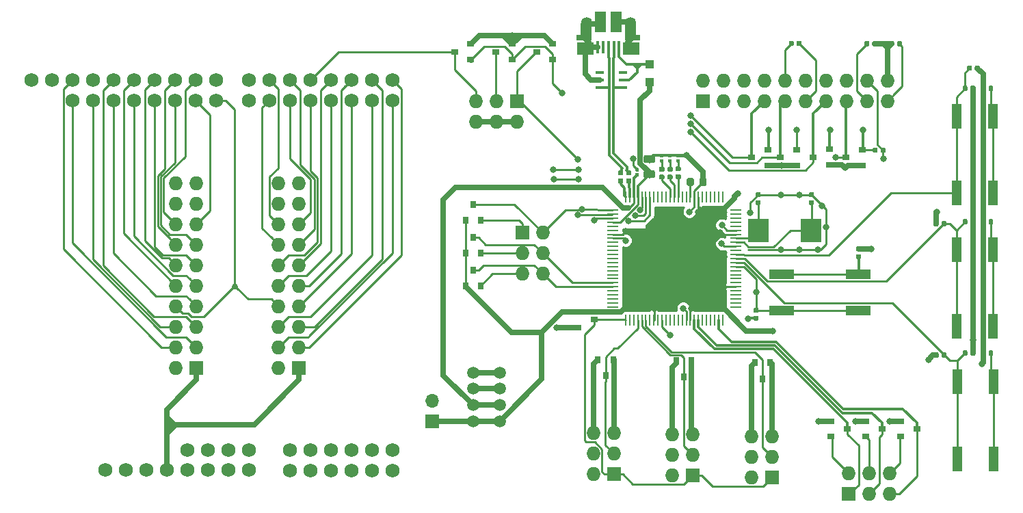
<source format=gbr>
G04 #@! TF.GenerationSoftware,KiCad,Pcbnew,6.0.0-rc1-unknown-r13540.595666d46.fc27*
G04 #@! TF.CreationDate,2018-10-03T12:08:21+02:00*
G04 #@! TF.ProjectId,Bricoleur-pcb,427269636F6C6575722D7063622E6B69,rev?*
G04 #@! TF.SameCoordinates,Original*
G04 #@! TF.FileFunction,Copper,L1,Top*
G04 #@! TF.FilePolarity,Positive*
%FSLAX46Y46*%
G04 Gerber Fmt 4.6, Leading zero omitted, Abs format (unit mm)*
G04 Created by KiCad (PCBNEW 6.0.0-rc1-unknown-r13540.595666d46.fc27) date Wed Oct  3 12:08:21 2018*
%MOMM*%
%LPD*%
G01*
G04 APERTURE LIST*
G04 #@! TA.AperFunction,ComponentPad*
%ADD10C,1.500000*%
G04 #@! TD*
G04 #@! TA.AperFunction,SMDPad,CuDef*
%ADD11R,0.900000X0.800000*%
G04 #@! TD*
G04 #@! TA.AperFunction,ComponentPad*
%ADD12R,1.727200X1.727200*%
G04 #@! TD*
G04 #@! TA.AperFunction,ComponentPad*
%ADD13O,1.727200X1.727200*%
G04 #@! TD*
G04 #@! TA.AperFunction,ComponentPad*
%ADD14C,1.727200*%
G04 #@! TD*
G04 #@! TA.AperFunction,Conductor*
%ADD15C,0.100000*%
G04 #@! TD*
G04 #@! TA.AperFunction,SMDPad,CuDef*
%ADD16C,0.590000*%
G04 #@! TD*
G04 #@! TA.AperFunction,SMDPad,CuDef*
%ADD17R,3.100000X1.300000*%
G04 #@! TD*
G04 #@! TA.AperFunction,SMDPad,CuDef*
%ADD18R,1.473200X0.279400*%
G04 #@! TD*
G04 #@! TA.AperFunction,SMDPad,CuDef*
%ADD19R,0.279400X1.473200*%
G04 #@! TD*
G04 #@! TA.AperFunction,SMDPad,CuDef*
%ADD20C,0.975000*%
G04 #@! TD*
G04 #@! TA.AperFunction,ComponentPad*
%ADD21O,1.700000X1.700000*%
G04 #@! TD*
G04 #@! TA.AperFunction,ComponentPad*
%ADD22R,1.700000X1.700000*%
G04 #@! TD*
G04 #@! TA.AperFunction,SMDPad,CuDef*
%ADD23R,1.350000X2.000000*%
G04 #@! TD*
G04 #@! TA.AperFunction,SMDPad,CuDef*
%ADD24R,1.825000X0.700000*%
G04 #@! TD*
G04 #@! TA.AperFunction,SMDPad,CuDef*
%ADD25R,2.000000X1.500000*%
G04 #@! TD*
G04 #@! TA.AperFunction,SMDPad,CuDef*
%ADD26R,0.400000X1.650000*%
G04 #@! TD*
G04 #@! TA.AperFunction,ComponentPad*
%ADD27O,1.100000X1.500000*%
G04 #@! TD*
G04 #@! TA.AperFunction,ComponentPad*
%ADD28O,1.350000X1.700000*%
G04 #@! TD*
G04 #@! TA.AperFunction,SMDPad,CuDef*
%ADD29R,1.430000X2.500000*%
G04 #@! TD*
G04 #@! TA.AperFunction,SMDPad,CuDef*
%ADD30R,2.500000X3.000000*%
G04 #@! TD*
G04 #@! TA.AperFunction,SMDPad,CuDef*
%ADD31R,0.800000X0.900000*%
G04 #@! TD*
G04 #@! TA.AperFunction,SMDPad,CuDef*
%ADD32R,1.000000X0.400000*%
G04 #@! TD*
G04 #@! TA.AperFunction,SMDPad,CuDef*
%ADD33C,0.400000*%
G04 #@! TD*
G04 #@! TA.AperFunction,SMDPad,CuDef*
%ADD34C,0.875000*%
G04 #@! TD*
G04 #@! TA.AperFunction,SMDPad,CuDef*
%ADD35R,1.000000X1.000000*%
G04 #@! TD*
G04 #@! TA.AperFunction,SMDPad,CuDef*
%ADD36R,1.300000X3.100000*%
G04 #@! TD*
G04 #@! TA.AperFunction,ViaPad*
%ADD37C,0.800000*%
G04 #@! TD*
G04 #@! TA.AperFunction,Conductor*
%ADD38C,0.254000*%
G04 #@! TD*
G04 #@! TA.AperFunction,Conductor*
%ADD39C,0.635000*%
G04 #@! TD*
G04 #@! TA.AperFunction,Conductor*
%ADD40C,0.330200*%
G04 #@! TD*
G04 APERTURE END LIST*
D10*
G04 #@! TO.P,U11,4*
G04 #@! TO.N,Net-(U11-Pad4)*
X91634600Y-147644500D03*
X88334600Y-147644500D03*
G04 #@! TO.P,U11,3*
G04 #@! TO.N,PYNQ_3V3*
X91634600Y-149644500D03*
G04 #@! TO.P,U11,2*
G04 #@! TO.N,Net-(C1-Pad2)*
X91634600Y-151644500D03*
G04 #@! TO.P,U11,1*
G04 #@! TO.N,VMCU*
X91634600Y-153644500D03*
G04 #@! TO.P,U11,3*
G04 #@! TO.N,PYNQ_3V3*
X88334600Y-149644500D03*
G04 #@! TO.P,U11,2*
G04 #@! TO.N,Net-(C1-Pad2)*
X88334600Y-151644500D03*
G04 #@! TO.P,U11,1*
G04 #@! TO.N,VMCU*
X88334600Y-153644500D03*
G04 #@! TD*
D11*
G04 #@! TO.P,D15,1*
G04 #@! TO.N,VMCU*
X88064800Y-108882185D03*
G04 #@! TO.P,D15,2*
G04 #@! TO.N,GND*
X88064800Y-106982185D03*
G04 #@! TO.P,D15,3*
G04 #@! TO.N,/US0_CLK*
X86064800Y-107932185D03*
G04 #@! TD*
G04 #@! TO.P,D16,1*
G04 #@! TO.N,VMCU*
X98224800Y-108882185D03*
G04 #@! TO.P,D16,2*
G04 #@! TO.N,GND*
X98224800Y-106982185D03*
G04 #@! TO.P,D16,3*
G04 #@! TO.N,/US0_TX*
X96224800Y-107932185D03*
G04 #@! TD*
G04 #@! TO.P,D17,1*
G04 #@! TO.N,VMCU*
X93174915Y-108882185D03*
G04 #@! TO.P,D17,2*
G04 #@! TO.N,GND*
X93174915Y-106982185D03*
G04 #@! TO.P,D17,3*
G04 #@! TO.N,/US0_RX*
X91174915Y-107932185D03*
G04 #@! TD*
D12*
G04 #@! TO.P,J3,1*
G04 #@! TO.N,/US0_TX*
X93795700Y-114020500D03*
D13*
G04 #@! TO.P,J3,2*
G04 #@! TO.N,GND*
X93795700Y-116560500D03*
G04 #@! TO.P,J3,3*
G04 #@! TO.N,/US0_RX*
X91255700Y-114020500D03*
G04 #@! TO.P,J3,4*
G04 #@! TO.N,GND*
X91255700Y-116560500D03*
G04 #@! TO.P,J3,5*
G04 #@! TO.N,/US0_CLK*
X88715700Y-114020500D03*
G04 #@! TO.P,J3,6*
G04 #@! TO.N,GND*
X88715700Y-116560500D03*
G04 #@! TD*
D14*
G04 #@! TO.P,U2,12*
G04 #@! TO.N,N/C*
X60577647Y-157258115D03*
G04 #@! TO.P,U2,11*
X58037647Y-157258115D03*
G04 #@! TO.P,U2,10*
X55497647Y-157258115D03*
G04 #@! TO.P,U2,8*
X60589979Y-159692907D03*
G04 #@! TO.P,U2,7*
G04 #@! TO.N,GND*
X58049979Y-159692907D03*
G04 #@! TO.P,U2,6*
X55509979Y-159692907D03*
G04 #@! TO.P,U2,5*
G04 #@! TO.N,N/C*
X52969979Y-159692907D03*
G04 #@! TO.P,U2,4*
G04 #@! TO.N,PYNQ_3V3*
X50429979Y-159692907D03*
G04 #@! TO.P,U2,3*
G04 #@! TO.N,N/C*
X47889979Y-159692907D03*
G04 #@! TO.P,U2,2*
X45349979Y-159692907D03*
G04 #@! TO.P,U2,43*
G04 #@! TO.N,/US0_RX*
X60577647Y-111423815D03*
G04 #@! TO.P,U2,13*
G04 #@! TO.N,N/C*
X65657647Y-159798115D03*
G04 #@! TO.P,U2,25*
X33665979Y-111432907D03*
G04 #@! TO.P,U2,35*
G04 #@! TO.N,/CAM1_SCL*
X38745979Y-113972907D03*
G04 #@! TO.P,U2,1*
G04 #@! TO.N,N/C*
X42809979Y-159692907D03*
G04 #@! TO.P,U2,9*
X52957647Y-157258115D03*
G04 #@! TO.P,U2,14*
X68197647Y-159798115D03*
G04 #@! TO.P,U2,15*
X70737647Y-159798115D03*
G04 #@! TO.P,U2,16*
X73277647Y-159798115D03*
G04 #@! TO.P,U2,17*
X75817647Y-159798115D03*
G04 #@! TO.P,U2,18*
X78357647Y-159798115D03*
G04 #@! TO.P,U2,19*
X65657647Y-157258115D03*
G04 #@! TO.P,U2,20*
X68197647Y-157258115D03*
G04 #@! TO.P,U2,21*
X70737647Y-157258115D03*
G04 #@! TO.P,U2,22*
X73277647Y-157258115D03*
G04 #@! TO.P,U2,23*
X75817647Y-157258115D03*
G04 #@! TO.P,U2,24*
X78357647Y-157258115D03*
G04 #@! TO.P,U2,26*
X36205979Y-111432907D03*
G04 #@! TO.P,U2,27*
G04 #@! TO.N,/CAM1_SDATA*
X38745979Y-111432907D03*
G04 #@! TO.P,U2,28*
G04 #@! TO.N,N/C*
X41285979Y-111432907D03*
G04 #@! TO.P,U2,29*
G04 #@! TO.N,/CAM1_VSYNC*
X43825979Y-111432907D03*
G04 #@! TO.P,U2,30*
G04 #@! TO.N,/CAM1_DOUT8*
X46365979Y-111432907D03*
G04 #@! TO.P,U2,31*
G04 #@! TO.N,/CAM1_DOUT6*
X48905979Y-111432907D03*
G04 #@! TO.P,U2,32*
G04 #@! TO.N,/CAM1_DOUT4*
X51445979Y-111432907D03*
G04 #@! TO.P,U2,33*
G04 #@! TO.N,/CAM1_DOUT2*
X53985979Y-111432907D03*
G04 #@! TO.P,U2,34*
G04 #@! TO.N,N/C*
X56525979Y-111432907D03*
G04 #@! TO.P,U2,36*
G04 #@! TO.N,/CAM1_HREF*
X41285979Y-113972907D03*
G04 #@! TO.P,U2,37*
G04 #@! TO.N,/CAM1_PCLK*
X43825979Y-113972907D03*
G04 #@! TO.P,U2,38*
G04 #@! TO.N,/CAM1_DOUT9*
X46365979Y-113972907D03*
G04 #@! TO.P,U2,39*
G04 #@! TO.N,/CAM1_DOUT7*
X48905979Y-113972907D03*
G04 #@! TO.P,U2,40*
G04 #@! TO.N,/CAM1_DOUT5*
X51445979Y-113972907D03*
G04 #@! TO.P,U2,41*
G04 #@! TO.N,/CAM1_DOUT3*
X53985979Y-113972907D03*
G04 #@! TO.P,U2,42*
G04 #@! TO.N,/CAM_CLK*
X56525979Y-113972907D03*
G04 #@! TO.P,U2,44*
G04 #@! TO.N,/CAM0_DOUT2*
X63117647Y-111423815D03*
G04 #@! TO.P,U2,45*
G04 #@! TO.N,/CAM0_DOUT5*
X65657647Y-111423815D03*
G04 #@! TO.P,U2,46*
G04 #@! TO.N,/US0_CLK*
X68197647Y-111423815D03*
G04 #@! TO.P,U2,47*
G04 #@! TO.N,/CAM0_DOUT7*
X70737647Y-111423815D03*
G04 #@! TO.P,U2,48*
G04 #@! TO.N,/CAM0_DOUT9*
X73277647Y-111423815D03*
G04 #@! TO.P,U2,49*
G04 #@! TO.N,/CAM0_VSYNC*
X75817647Y-111423815D03*
G04 #@! TO.P,U2,50*
G04 #@! TO.N,/CAM0_SCL*
X78357647Y-111423815D03*
G04 #@! TO.P,U2,51*
G04 #@! TO.N,/US0_TX*
X60577647Y-113963815D03*
G04 #@! TO.P,U2,52*
G04 #@! TO.N,/CAM0_DOUT4*
X63117647Y-113963815D03*
G04 #@! TO.P,U2,53*
G04 #@! TO.N,/CAM0_DOUT3*
X65657647Y-113963815D03*
G04 #@! TO.P,U2,54*
G04 #@! TO.N,/CAM0_DOUT6*
X68197647Y-113963815D03*
G04 #@! TO.P,U2,55*
G04 #@! TO.N,/CAM0_DOUT8*
X70737647Y-113963815D03*
G04 #@! TO.P,U2,56*
G04 #@! TO.N,/CAM0_PCLK*
X73277647Y-113963815D03*
G04 #@! TO.P,U2,57*
G04 #@! TO.N,/CAM0_HREF*
X75817647Y-113963815D03*
G04 #@! TO.P,U2,58*
G04 #@! TO.N,/CAM0_SDATA*
X78357647Y-113963815D03*
G04 #@! TD*
D13*
G04 #@! TO.P,U5,20*
G04 #@! TO.N,N/C*
X51559711Y-124184663D03*
G04 #@! TO.P,U5,19*
X54099711Y-124184663D03*
G04 #@! TO.P,U5,18*
X51559711Y-126724663D03*
G04 #@! TO.P,U5,17*
G04 #@! TO.N,GND*
X54099711Y-126724663D03*
G04 #@! TO.P,U5,16*
G04 #@! TO.N,/CAM1_DOUT2*
X51559711Y-129264663D03*
G04 #@! TO.P,U5,15*
G04 #@! TO.N,/CAM1_DOUT3*
X54099711Y-129264663D03*
G04 #@! TO.P,U5,14*
G04 #@! TO.N,/CAM1_DOUT4*
X51559711Y-131804663D03*
G04 #@! TO.P,U5,13*
G04 #@! TO.N,/CAM1_DOUT5*
X54099711Y-131804663D03*
G04 #@! TO.P,U5,12*
G04 #@! TO.N,/CAM1_DOUT6*
X51559711Y-134344663D03*
G04 #@! TO.P,U5,11*
G04 #@! TO.N,/CAM1_DOUT7*
X54099711Y-134344663D03*
G04 #@! TO.P,U5,10*
G04 #@! TO.N,/CAM1_DOUT8*
X51559711Y-136884663D03*
G04 #@! TO.P,U5,9*
G04 #@! TO.N,/CAM1_DOUT9*
X54099711Y-136884663D03*
G04 #@! TO.P,U5,8*
G04 #@! TO.N,/CAM_CLK*
X51559711Y-139424663D03*
G04 #@! TO.P,U5,7*
G04 #@! TO.N,/CAM1_PCLK*
X54099711Y-139424663D03*
G04 #@! TO.P,U5,6*
G04 #@! TO.N,/CAM1_HREF*
X51559711Y-141964663D03*
G04 #@! TO.P,U5,5*
G04 #@! TO.N,/CAM1_VSYNC*
X54099711Y-141964663D03*
G04 #@! TO.P,U5,4*
G04 #@! TO.N,/CAM1_SDATA*
X51559711Y-144504663D03*
G04 #@! TO.P,U5,3*
G04 #@! TO.N,/CAM1_SCL*
X54099711Y-144504663D03*
G04 #@! TO.P,U5,2*
G04 #@! TO.N,GND*
X51559711Y-147044663D03*
D12*
G04 #@! TO.P,U5,1*
G04 #@! TO.N,PYNQ_3V3*
X54099711Y-147044663D03*
G04 #@! TD*
D13*
G04 #@! TO.P,U6,20*
G04 #@! TO.N,N/C*
X64259711Y-124184663D03*
G04 #@! TO.P,U6,19*
X66799711Y-124184663D03*
G04 #@! TO.P,U6,18*
X64259711Y-126724663D03*
G04 #@! TO.P,U6,17*
G04 #@! TO.N,GND*
X66799711Y-126724663D03*
G04 #@! TO.P,U6,16*
G04 #@! TO.N,/CAM0_DOUT2*
X64259711Y-129264663D03*
G04 #@! TO.P,U6,15*
G04 #@! TO.N,/CAM0_DOUT3*
X66799711Y-129264663D03*
G04 #@! TO.P,U6,14*
G04 #@! TO.N,/CAM0_DOUT4*
X64259711Y-131804663D03*
G04 #@! TO.P,U6,13*
G04 #@! TO.N,/CAM0_DOUT5*
X66799711Y-131804663D03*
G04 #@! TO.P,U6,12*
G04 #@! TO.N,/CAM0_DOUT6*
X64259711Y-134344663D03*
G04 #@! TO.P,U6,11*
G04 #@! TO.N,/CAM0_DOUT7*
X66799711Y-134344663D03*
G04 #@! TO.P,U6,10*
G04 #@! TO.N,/CAM0_DOUT8*
X64259711Y-136884663D03*
G04 #@! TO.P,U6,9*
G04 #@! TO.N,/CAM0_DOUT9*
X66799711Y-136884663D03*
G04 #@! TO.P,U6,8*
G04 #@! TO.N,/CAM_CLK*
X64259711Y-139424663D03*
G04 #@! TO.P,U6,7*
G04 #@! TO.N,/CAM0_PCLK*
X66799711Y-139424663D03*
G04 #@! TO.P,U6,6*
G04 #@! TO.N,/CAM0_HREF*
X64259711Y-141964663D03*
G04 #@! TO.P,U6,5*
G04 #@! TO.N,/CAM0_VSYNC*
X66799711Y-141964663D03*
G04 #@! TO.P,U6,4*
G04 #@! TO.N,/CAM0_SDATA*
X64259711Y-144504663D03*
G04 #@! TO.P,U6,3*
G04 #@! TO.N,/CAM0_SCL*
X66799711Y-144504663D03*
G04 #@! TO.P,U6,2*
G04 #@! TO.N,GND*
X64259711Y-147044663D03*
D12*
G04 #@! TO.P,U6,1*
G04 #@! TO.N,PYNQ_3V3*
X66799711Y-147044663D03*
G04 #@! TD*
D11*
G04 #@! TO.P,D6,3*
G04 #@! TO.N,DH_TCK_SWCLK*
X126399900Y-121024300D03*
G04 #@! TO.P,D6,2*
G04 #@! TO.N,VMCU*
X128399900Y-120074300D03*
G04 #@! TO.P,D6,1*
G04 #@! TO.N,GND*
X128399900Y-121974300D03*
G04 #@! TD*
G04 #@! TO.P,D4,3*
G04 #@! TO.N,DH_#RESET*
X134511900Y-121024300D03*
G04 #@! TO.P,D4,2*
G04 #@! TO.N,VMCU*
X136511900Y-120074300D03*
G04 #@! TO.P,D4,1*
G04 #@! TO.N,GND*
X136511900Y-121974300D03*
G04 #@! TD*
D15*
G04 #@! TO.N,GND*
G04 #@! TO.C,R14*
G36*
X138257558Y-106612210D02*
X138271876Y-106614334D01*
X138285917Y-106617851D01*
X138299546Y-106622728D01*
X138312631Y-106628917D01*
X138325047Y-106636358D01*
X138336673Y-106644981D01*
X138347398Y-106654702D01*
X138357119Y-106665427D01*
X138365742Y-106677053D01*
X138373183Y-106689469D01*
X138379372Y-106702554D01*
X138384249Y-106716183D01*
X138387766Y-106730224D01*
X138389890Y-106744542D01*
X138390600Y-106759000D01*
X138390600Y-107104000D01*
X138389890Y-107118458D01*
X138387766Y-107132776D01*
X138384249Y-107146817D01*
X138379372Y-107160446D01*
X138373183Y-107173531D01*
X138365742Y-107185947D01*
X138357119Y-107197573D01*
X138347398Y-107208298D01*
X138336673Y-107218019D01*
X138325047Y-107226642D01*
X138312631Y-107234083D01*
X138299546Y-107240272D01*
X138285917Y-107245149D01*
X138271876Y-107248666D01*
X138257558Y-107250790D01*
X138243100Y-107251500D01*
X137948100Y-107251500D01*
X137933642Y-107250790D01*
X137919324Y-107248666D01*
X137905283Y-107245149D01*
X137891654Y-107240272D01*
X137878569Y-107234083D01*
X137866153Y-107226642D01*
X137854527Y-107218019D01*
X137843802Y-107208298D01*
X137834081Y-107197573D01*
X137825458Y-107185947D01*
X137818017Y-107173531D01*
X137811828Y-107160446D01*
X137806951Y-107146817D01*
X137803434Y-107132776D01*
X137801310Y-107118458D01*
X137800600Y-107104000D01*
X137800600Y-106759000D01*
X137801310Y-106744542D01*
X137803434Y-106730224D01*
X137806951Y-106716183D01*
X137811828Y-106702554D01*
X137818017Y-106689469D01*
X137825458Y-106677053D01*
X137834081Y-106665427D01*
X137843802Y-106654702D01*
X137854527Y-106644981D01*
X137866153Y-106636358D01*
X137878569Y-106628917D01*
X137891654Y-106622728D01*
X137905283Y-106617851D01*
X137919324Y-106614334D01*
X137933642Y-106612210D01*
X137948100Y-106611500D01*
X138243100Y-106611500D01*
X138257558Y-106612210D01*
X138257558Y-106612210D01*
G37*
D16*
G04 #@! TD*
G04 #@! TO.P,R14,2*
G04 #@! TO.N,GND*
X138095600Y-106931500D03*
D15*
G04 #@! TO.N,Net-(J2-Pad17)*
G04 #@! TO.C,R14*
G36*
X137287558Y-106612210D02*
X137301876Y-106614334D01*
X137315917Y-106617851D01*
X137329546Y-106622728D01*
X137342631Y-106628917D01*
X137355047Y-106636358D01*
X137366673Y-106644981D01*
X137377398Y-106654702D01*
X137387119Y-106665427D01*
X137395742Y-106677053D01*
X137403183Y-106689469D01*
X137409372Y-106702554D01*
X137414249Y-106716183D01*
X137417766Y-106730224D01*
X137419890Y-106744542D01*
X137420600Y-106759000D01*
X137420600Y-107104000D01*
X137419890Y-107118458D01*
X137417766Y-107132776D01*
X137414249Y-107146817D01*
X137409372Y-107160446D01*
X137403183Y-107173531D01*
X137395742Y-107185947D01*
X137387119Y-107197573D01*
X137377398Y-107208298D01*
X137366673Y-107218019D01*
X137355047Y-107226642D01*
X137342631Y-107234083D01*
X137329546Y-107240272D01*
X137315917Y-107245149D01*
X137301876Y-107248666D01*
X137287558Y-107250790D01*
X137273100Y-107251500D01*
X136978100Y-107251500D01*
X136963642Y-107250790D01*
X136949324Y-107248666D01*
X136935283Y-107245149D01*
X136921654Y-107240272D01*
X136908569Y-107234083D01*
X136896153Y-107226642D01*
X136884527Y-107218019D01*
X136873802Y-107208298D01*
X136864081Y-107197573D01*
X136855458Y-107185947D01*
X136848017Y-107173531D01*
X136841828Y-107160446D01*
X136836951Y-107146817D01*
X136833434Y-107132776D01*
X136831310Y-107118458D01*
X136830600Y-107104000D01*
X136830600Y-106759000D01*
X136831310Y-106744542D01*
X136833434Y-106730224D01*
X136836951Y-106716183D01*
X136841828Y-106702554D01*
X136848017Y-106689469D01*
X136855458Y-106677053D01*
X136864081Y-106665427D01*
X136873802Y-106654702D01*
X136884527Y-106644981D01*
X136896153Y-106636358D01*
X136908569Y-106628917D01*
X136921654Y-106622728D01*
X136935283Y-106617851D01*
X136949324Y-106614334D01*
X136963642Y-106612210D01*
X136978100Y-106611500D01*
X137273100Y-106611500D01*
X137287558Y-106612210D01*
X137287558Y-106612210D01*
G37*
D16*
G04 #@! TD*
G04 #@! TO.P,R14,1*
G04 #@! TO.N,Net-(J2-Pad17)*
X137125600Y-106931500D03*
D15*
G04 #@! TO.N,GND*
G04 #@! TO.C,R15*
G36*
X140335558Y-106612210D02*
X140349876Y-106614334D01*
X140363917Y-106617851D01*
X140377546Y-106622728D01*
X140390631Y-106628917D01*
X140403047Y-106636358D01*
X140414673Y-106644981D01*
X140425398Y-106654702D01*
X140435119Y-106665427D01*
X140443742Y-106677053D01*
X140451183Y-106689469D01*
X140457372Y-106702554D01*
X140462249Y-106716183D01*
X140465766Y-106730224D01*
X140467890Y-106744542D01*
X140468600Y-106759000D01*
X140468600Y-107104000D01*
X140467890Y-107118458D01*
X140465766Y-107132776D01*
X140462249Y-107146817D01*
X140457372Y-107160446D01*
X140451183Y-107173531D01*
X140443742Y-107185947D01*
X140435119Y-107197573D01*
X140425398Y-107208298D01*
X140414673Y-107218019D01*
X140403047Y-107226642D01*
X140390631Y-107234083D01*
X140377546Y-107240272D01*
X140363917Y-107245149D01*
X140349876Y-107248666D01*
X140335558Y-107250790D01*
X140321100Y-107251500D01*
X140026100Y-107251500D01*
X140011642Y-107250790D01*
X139997324Y-107248666D01*
X139983283Y-107245149D01*
X139969654Y-107240272D01*
X139956569Y-107234083D01*
X139944153Y-107226642D01*
X139932527Y-107218019D01*
X139921802Y-107208298D01*
X139912081Y-107197573D01*
X139903458Y-107185947D01*
X139896017Y-107173531D01*
X139889828Y-107160446D01*
X139884951Y-107146817D01*
X139881434Y-107132776D01*
X139879310Y-107118458D01*
X139878600Y-107104000D01*
X139878600Y-106759000D01*
X139879310Y-106744542D01*
X139881434Y-106730224D01*
X139884951Y-106716183D01*
X139889828Y-106702554D01*
X139896017Y-106689469D01*
X139903458Y-106677053D01*
X139912081Y-106665427D01*
X139921802Y-106654702D01*
X139932527Y-106644981D01*
X139944153Y-106636358D01*
X139956569Y-106628917D01*
X139969654Y-106622728D01*
X139983283Y-106617851D01*
X139997324Y-106614334D01*
X140011642Y-106612210D01*
X140026100Y-106611500D01*
X140321100Y-106611500D01*
X140335558Y-106612210D01*
X140335558Y-106612210D01*
G37*
D16*
G04 #@! TD*
G04 #@! TO.P,R15,2*
G04 #@! TO.N,GND*
X140173600Y-106931500D03*
D15*
G04 #@! TO.N,Net-(J2-Pad19)*
G04 #@! TO.C,R15*
G36*
X141305558Y-106612210D02*
X141319876Y-106614334D01*
X141333917Y-106617851D01*
X141347546Y-106622728D01*
X141360631Y-106628917D01*
X141373047Y-106636358D01*
X141384673Y-106644981D01*
X141395398Y-106654702D01*
X141405119Y-106665427D01*
X141413742Y-106677053D01*
X141421183Y-106689469D01*
X141427372Y-106702554D01*
X141432249Y-106716183D01*
X141435766Y-106730224D01*
X141437890Y-106744542D01*
X141438600Y-106759000D01*
X141438600Y-107104000D01*
X141437890Y-107118458D01*
X141435766Y-107132776D01*
X141432249Y-107146817D01*
X141427372Y-107160446D01*
X141421183Y-107173531D01*
X141413742Y-107185947D01*
X141405119Y-107197573D01*
X141395398Y-107208298D01*
X141384673Y-107218019D01*
X141373047Y-107226642D01*
X141360631Y-107234083D01*
X141347546Y-107240272D01*
X141333917Y-107245149D01*
X141319876Y-107248666D01*
X141305558Y-107250790D01*
X141291100Y-107251500D01*
X140996100Y-107251500D01*
X140981642Y-107250790D01*
X140967324Y-107248666D01*
X140953283Y-107245149D01*
X140939654Y-107240272D01*
X140926569Y-107234083D01*
X140914153Y-107226642D01*
X140902527Y-107218019D01*
X140891802Y-107208298D01*
X140882081Y-107197573D01*
X140873458Y-107185947D01*
X140866017Y-107173531D01*
X140859828Y-107160446D01*
X140854951Y-107146817D01*
X140851434Y-107132776D01*
X140849310Y-107118458D01*
X140848600Y-107104000D01*
X140848600Y-106759000D01*
X140849310Y-106744542D01*
X140851434Y-106730224D01*
X140854951Y-106716183D01*
X140859828Y-106702554D01*
X140866017Y-106689469D01*
X140873458Y-106677053D01*
X140882081Y-106665427D01*
X140891802Y-106654702D01*
X140902527Y-106644981D01*
X140914153Y-106636358D01*
X140926569Y-106628917D01*
X140939654Y-106622728D01*
X140953283Y-106617851D01*
X140967324Y-106614334D01*
X140981642Y-106612210D01*
X140996100Y-106611500D01*
X141291100Y-106611500D01*
X141305558Y-106612210D01*
X141305558Y-106612210D01*
G37*
D16*
G04 #@! TD*
G04 #@! TO.P,R15,1*
G04 #@! TO.N,Net-(J2-Pad19)*
X141143600Y-106931500D03*
D13*
G04 #@! TO.P,U3,6*
G04 #@! TO.N,GND*
X112998100Y-155279500D03*
G04 #@! TO.P,U3,5*
G04 #@! TO.N,VMCU*
X115538100Y-155279500D03*
G04 #@! TO.P,U3,4*
G04 #@! TO.N,N/C*
X112998100Y-157819500D03*
G04 #@! TO.P,U3,3*
G04 #@! TO.N,/Ultra/RX1*
X115538100Y-157819500D03*
G04 #@! TO.P,U3,2*
G04 #@! TO.N,N/C*
X112998100Y-160359500D03*
D12*
G04 #@! TO.P,U3,1*
G04 #@! TO.N,PULSE*
X115538100Y-160359500D03*
G04 #@! TD*
D17*
G04 #@! TO.P,SW2,1*
G04 #@! TO.N,Net-(R1-Pad1)*
X126545200Y-135439000D03*
X136045200Y-135439000D03*
G04 #@! TO.P,SW2,2*
G04 #@! TO.N,DH_#RESET*
X136045200Y-139939000D03*
X126545200Y-139939000D03*
G04 #@! TD*
D15*
G04 #@! TO.N,GND*
G04 #@! TO.C,R1*
G36*
X136273558Y-132014210D02*
X136287876Y-132016334D01*
X136301917Y-132019851D01*
X136315546Y-132024728D01*
X136328631Y-132030917D01*
X136341047Y-132038358D01*
X136352673Y-132046981D01*
X136363398Y-132056702D01*
X136373119Y-132067427D01*
X136381742Y-132079053D01*
X136389183Y-132091469D01*
X136395372Y-132104554D01*
X136400249Y-132118183D01*
X136403766Y-132132224D01*
X136405890Y-132146542D01*
X136406600Y-132161000D01*
X136406600Y-132456000D01*
X136405890Y-132470458D01*
X136403766Y-132484776D01*
X136400249Y-132498817D01*
X136395372Y-132512446D01*
X136389183Y-132525531D01*
X136381742Y-132537947D01*
X136373119Y-132549573D01*
X136363398Y-132560298D01*
X136352673Y-132570019D01*
X136341047Y-132578642D01*
X136328631Y-132586083D01*
X136315546Y-132592272D01*
X136301917Y-132597149D01*
X136287876Y-132600666D01*
X136273558Y-132602790D01*
X136259100Y-132603500D01*
X135914100Y-132603500D01*
X135899642Y-132602790D01*
X135885324Y-132600666D01*
X135871283Y-132597149D01*
X135857654Y-132592272D01*
X135844569Y-132586083D01*
X135832153Y-132578642D01*
X135820527Y-132570019D01*
X135809802Y-132560298D01*
X135800081Y-132549573D01*
X135791458Y-132537947D01*
X135784017Y-132525531D01*
X135777828Y-132512446D01*
X135772951Y-132498817D01*
X135769434Y-132484776D01*
X135767310Y-132470458D01*
X135766600Y-132456000D01*
X135766600Y-132161000D01*
X135767310Y-132146542D01*
X135769434Y-132132224D01*
X135772951Y-132118183D01*
X135777828Y-132104554D01*
X135784017Y-132091469D01*
X135791458Y-132079053D01*
X135800081Y-132067427D01*
X135809802Y-132056702D01*
X135820527Y-132046981D01*
X135832153Y-132038358D01*
X135844569Y-132030917D01*
X135857654Y-132024728D01*
X135871283Y-132019851D01*
X135885324Y-132016334D01*
X135899642Y-132014210D01*
X135914100Y-132013500D01*
X136259100Y-132013500D01*
X136273558Y-132014210D01*
X136273558Y-132014210D01*
G37*
D16*
G04 #@! TD*
G04 #@! TO.P,R1,2*
G04 #@! TO.N,GND*
X136086600Y-132308500D03*
D15*
G04 #@! TO.N,Net-(R1-Pad1)*
G04 #@! TO.C,R1*
G36*
X136273558Y-132984210D02*
X136287876Y-132986334D01*
X136301917Y-132989851D01*
X136315546Y-132994728D01*
X136328631Y-133000917D01*
X136341047Y-133008358D01*
X136352673Y-133016981D01*
X136363398Y-133026702D01*
X136373119Y-133037427D01*
X136381742Y-133049053D01*
X136389183Y-133061469D01*
X136395372Y-133074554D01*
X136400249Y-133088183D01*
X136403766Y-133102224D01*
X136405890Y-133116542D01*
X136406600Y-133131000D01*
X136406600Y-133426000D01*
X136405890Y-133440458D01*
X136403766Y-133454776D01*
X136400249Y-133468817D01*
X136395372Y-133482446D01*
X136389183Y-133495531D01*
X136381742Y-133507947D01*
X136373119Y-133519573D01*
X136363398Y-133530298D01*
X136352673Y-133540019D01*
X136341047Y-133548642D01*
X136328631Y-133556083D01*
X136315546Y-133562272D01*
X136301917Y-133567149D01*
X136287876Y-133570666D01*
X136273558Y-133572790D01*
X136259100Y-133573500D01*
X135914100Y-133573500D01*
X135899642Y-133572790D01*
X135885324Y-133570666D01*
X135871283Y-133567149D01*
X135857654Y-133562272D01*
X135844569Y-133556083D01*
X135832153Y-133548642D01*
X135820527Y-133540019D01*
X135809802Y-133530298D01*
X135800081Y-133519573D01*
X135791458Y-133507947D01*
X135784017Y-133495531D01*
X135777828Y-133482446D01*
X135772951Y-133468817D01*
X135769434Y-133454776D01*
X135767310Y-133440458D01*
X135766600Y-133426000D01*
X135766600Y-133131000D01*
X135767310Y-133116542D01*
X135769434Y-133102224D01*
X135772951Y-133088183D01*
X135777828Y-133074554D01*
X135784017Y-133061469D01*
X135791458Y-133049053D01*
X135800081Y-133037427D01*
X135809802Y-133026702D01*
X135820527Y-133016981D01*
X135832153Y-133008358D01*
X135844569Y-133000917D01*
X135857654Y-132994728D01*
X135871283Y-132989851D01*
X135885324Y-132986334D01*
X135899642Y-132984210D01*
X135914100Y-132983500D01*
X136259100Y-132983500D01*
X136273558Y-132984210D01*
X136273558Y-132984210D01*
G37*
D16*
G04 #@! TD*
G04 #@! TO.P,R1,1*
G04 #@! TO.N,Net-(R1-Pad1)*
X136086600Y-133278500D03*
D18*
G04 #@! TO.P,U7,100*
G04 #@! TO.N,N/C*
X105632100Y-139521101D03*
G04 #@! TO.P,U7,99*
X105632100Y-139021099D03*
G04 #@! TO.P,U7,98*
X105632100Y-138521100D03*
G04 #@! TO.P,U7,97*
X105632100Y-138021101D03*
G04 #@! TO.P,U7,96*
X105632100Y-137521100D03*
G04 #@! TO.P,U7,95*
G04 #@! TO.N,/Sheet5BB71F0E/INP*
X105632100Y-137021101D03*
G04 #@! TO.P,U7,94*
G04 #@! TO.N,/sheet5BB7B6EA/INP*
X105632100Y-136521099D03*
G04 #@! TO.P,U7,93*
G04 #@! TO.N,N/C*
X105632100Y-136021100D03*
G04 #@! TO.P,U7,92*
X105632100Y-135521101D03*
G04 #@! TO.P,U7,91*
X105632100Y-135021100D03*
G04 #@! TO.P,U7,90*
X105632100Y-134521101D03*
G04 #@! TO.P,U7,89*
X105632100Y-134021099D03*
G04 #@! TO.P,U7,88*
X105632100Y-133521100D03*
G04 #@! TO.P,U7,87*
X105632100Y-133021101D03*
G04 #@! TO.P,U7,86*
X105632100Y-132521099D03*
G04 #@! TO.P,U7,85*
X105632100Y-132021100D03*
G04 #@! TO.P,U7,84*
X105632100Y-131521099D03*
G04 #@! TO.P,U7,83*
G04 #@! TO.N,GND*
X105632100Y-131021100D03*
G04 #@! TO.P,U7,82*
G04 #@! TO.N,VMCU*
X105632100Y-130521101D03*
G04 #@! TO.P,U7,81*
G04 #@! TO.N,N/C*
X105632100Y-130021099D03*
G04 #@! TO.P,U7,80*
X105632100Y-129521100D03*
G04 #@! TO.P,U7,79*
G04 #@! TO.N,Net-(C2-Pad2)*
X105632100Y-129021099D03*
G04 #@! TO.P,U7,78*
G04 #@! TO.N,DH_TDO_SWO*
X105632100Y-128521100D03*
G04 #@! TO.P,U7,77*
G04 #@! TO.N,DH_TMS_SWDIO*
X105632100Y-128021101D03*
G04 #@! TO.P,U7,76*
G04 #@! TO.N,DH_TCK_SWCLK*
X105632100Y-127521099D03*
D19*
G04 #@! TO.P,U7,75*
G04 #@! TO.N,/USB_R_D-*
X107252099Y-125901100D03*
G04 #@! TO.P,U7,74*
G04 #@! TO.N,/USB_R_D+*
X107752101Y-125901100D03*
G04 #@! TO.P,U7,73*
G04 #@! TO.N,Net-(C1-Pad2)*
X108252100Y-125901100D03*
G04 #@! TO.P,U7,72*
G04 #@! TO.N,Net-(C2-Pad2)*
X108752099Y-125901100D03*
G04 #@! TO.P,U7,71*
G04 #@! TO.N,/US0_TX*
X109252100Y-125901100D03*
G04 #@! TO.P,U7,70*
G04 #@! TO.N,/US0_RX*
X109752099Y-125901100D03*
G04 #@! TO.P,U7,69*
G04 #@! TO.N,/US0_CLK*
X110252101Y-125901100D03*
G04 #@! TO.P,U7,68*
G04 #@! TO.N,N/C*
X110752100Y-125901100D03*
G04 #@! TO.P,U7,67*
X111252099Y-125901100D03*
G04 #@! TO.P,U7,66*
X111752100Y-125901100D03*
G04 #@! TO.P,U7,65*
X112252099Y-125901100D03*
G04 #@! TO.P,U7,64*
G04 #@! TO.N,DBG_LED_3*
X112752101Y-125901100D03*
G04 #@! TO.P,U7,63*
G04 #@! TO.N,DBG_LED_2*
X113252100Y-125901100D03*
G04 #@! TO.P,U7,62*
G04 #@! TO.N,DBG_LED_1*
X113752099Y-125901100D03*
G04 #@! TO.P,U7,61*
G04 #@! TO.N,N/C*
X114252101Y-125901100D03*
G04 #@! TO.P,U7,60*
X114752100Y-125901100D03*
G04 #@! TO.P,U7,59*
G04 #@! TO.N,Net-(C4-Pad2)*
X115252101Y-125901100D03*
G04 #@! TO.P,U7,58*
G04 #@! TO.N,GND*
X115752100Y-125901100D03*
G04 #@! TO.P,U7,57*
G04 #@! TO.N,VMCU*
X116252099Y-125901100D03*
G04 #@! TO.P,U7,56*
G04 #@! TO.N,N/C*
X116752101Y-125901100D03*
G04 #@! TO.P,U7,55*
X117252100Y-125901100D03*
G04 #@! TO.P,U7,54*
X117752101Y-125901100D03*
G04 #@! TO.P,U7,53*
X118252100Y-125901100D03*
G04 #@! TO.P,U7,52*
X118752099Y-125901100D03*
G04 #@! TO.P,U7,51*
X119252101Y-125901100D03*
D18*
G04 #@! TO.P,U7,50*
X120872100Y-127521099D03*
G04 #@! TO.P,U7,49*
X120872100Y-128021101D03*
G04 #@! TO.P,U7,48*
X120872100Y-128521100D03*
G04 #@! TO.P,U7,47*
X120872100Y-129021099D03*
G04 #@! TO.P,U7,46*
X120872100Y-129521100D03*
G04 #@! TO.P,U7,45*
G04 #@! TO.N,/AVDDU7*
X120872100Y-130021099D03*
G04 #@! TO.P,U7,44*
G04 #@! TO.N,VMCU*
X120872100Y-130521101D03*
G04 #@! TO.P,U7,43*
G04 #@! TO.N,Net-(C19-Pad1)*
X120872100Y-131021100D03*
G04 #@! TO.P,U7,42*
G04 #@! TO.N,Net-(C18-Pad1)*
X120872100Y-131521099D03*
G04 #@! TO.P,U7,41*
G04 #@! TO.N,/AVDDU7*
X120872100Y-132021100D03*
G04 #@! TO.P,U7,40*
G04 #@! TO.N,N/C*
X120872100Y-132521099D03*
G04 #@! TO.P,U7,39*
G04 #@! TO.N,DBG_PB_3*
X120872100Y-133021101D03*
G04 #@! TO.P,U7,38*
G04 #@! TO.N,DBG_PB_2*
X120872100Y-133521100D03*
G04 #@! TO.P,U7,37*
G04 #@! TO.N,DBG_PB_1*
X120872100Y-134021099D03*
G04 #@! TO.P,U7,36*
G04 #@! TO.N,DH_#RESET*
X120872100Y-134521101D03*
G04 #@! TO.P,U7,35*
G04 #@! TO.N,N/C*
X120872100Y-135021100D03*
G04 #@! TO.P,U7,34*
X120872100Y-135521101D03*
G04 #@! TO.P,U7,33*
X120872100Y-136021100D03*
G04 #@! TO.P,U7,32*
X120872100Y-136521099D03*
G04 #@! TO.P,U7,31*
G04 #@! TO.N,VMCU*
X120872100Y-137021101D03*
G04 #@! TO.P,U7,30*
G04 #@! TO.N,N/C*
X120872100Y-137521100D03*
G04 #@! TO.P,U7,29*
X120872100Y-138021101D03*
G04 #@! TO.P,U7,28*
X120872100Y-138521100D03*
G04 #@! TO.P,U7,27*
X120872100Y-139021099D03*
G04 #@! TO.P,U7,26*
X120872100Y-139521101D03*
D19*
G04 #@! TO.P,U7,25*
X119252101Y-141141100D03*
G04 #@! TO.P,U7,24*
G04 #@! TO.N,/US1_CLK*
X118752099Y-141141100D03*
G04 #@! TO.P,U7,23*
G04 #@! TO.N,N/C*
X118252100Y-141141100D03*
G04 #@! TO.P,U7,22*
X117752099Y-141141100D03*
G04 #@! TO.P,U7,21*
X117252100Y-141141100D03*
G04 #@! TO.P,U7,20*
X116752101Y-141141100D03*
G04 #@! TO.P,U7,19*
G04 #@! TO.N,/US1_RX*
X116252099Y-141141100D03*
G04 #@! TO.P,U7,18*
G04 #@! TO.N,/US1_TX*
X115752100Y-141141100D03*
G04 #@! TO.P,U7,17*
G04 #@! TO.N,VMCU*
X115252099Y-141141100D03*
G04 #@! TO.P,U7,16*
G04 #@! TO.N,GND*
X114752100Y-141141100D03*
G04 #@! TO.P,U7,15*
G04 #@! TO.N,N/C*
X114252101Y-141141100D03*
G04 #@! TO.P,U7,14*
X113752099Y-141141100D03*
G04 #@! TO.P,U7,13*
X113252100Y-141141100D03*
G04 #@! TO.P,U7,12*
X112752098Y-141141100D03*
G04 #@! TO.P,U7,11*
X112252099Y-141141100D03*
G04 #@! TO.P,U7,10*
G04 #@! TO.N,DEBUG_EXT_CABLE_ATTACH*
X111752100Y-141141100D03*
G04 #@! TO.P,U7,9*
G04 #@! TO.N,N/C*
X111252099Y-141141100D03*
G04 #@! TO.P,U7,8*
G04 #@! TO.N,VMCU*
X110752100Y-141141100D03*
G04 #@! TO.P,U7,7*
G04 #@! TO.N,N/C*
X110252101Y-141141100D03*
G04 #@! TO.P,U7,6*
G04 #@! TO.N,/Ultra/RX2*
X109752099Y-141141100D03*
G04 #@! TO.P,U7,5*
G04 #@! TO.N,/Ultra/RX1*
X109252100Y-141141100D03*
G04 #@! TO.P,U7,4*
G04 #@! TO.N,/Ultra/RX0*
X108752099Y-141141100D03*
G04 #@! TO.P,U7,3*
G04 #@! TO.N,N/C*
X108252100Y-141141100D03*
G04 #@! TO.P,U7,2*
X107752101Y-141141100D03*
G04 #@! TO.P,U7,1*
G04 #@! TO.N,PULSE*
X107252099Y-141141100D03*
G04 #@! TD*
D15*
G04 #@! TO.N,Net-(C2-Pad2)*
G04 #@! TO.C,C2*
G36*
X110658742Y-122599674D02*
X110682403Y-122603184D01*
X110705607Y-122608996D01*
X110728129Y-122617054D01*
X110749753Y-122627282D01*
X110770270Y-122639579D01*
X110789483Y-122653829D01*
X110807207Y-122669893D01*
X110823271Y-122687617D01*
X110837521Y-122706830D01*
X110849818Y-122727347D01*
X110860046Y-122748971D01*
X110868104Y-122771493D01*
X110873916Y-122794697D01*
X110877426Y-122818358D01*
X110878600Y-122842250D01*
X110878600Y-123329750D01*
X110877426Y-123353642D01*
X110873916Y-123377303D01*
X110868104Y-123400507D01*
X110860046Y-123423029D01*
X110849818Y-123444653D01*
X110837521Y-123465170D01*
X110823271Y-123484383D01*
X110807207Y-123502107D01*
X110789483Y-123518171D01*
X110770270Y-123532421D01*
X110749753Y-123544718D01*
X110728129Y-123554946D01*
X110705607Y-123563004D01*
X110682403Y-123568816D01*
X110658742Y-123572326D01*
X110634850Y-123573500D01*
X109722350Y-123573500D01*
X109698458Y-123572326D01*
X109674797Y-123568816D01*
X109651593Y-123563004D01*
X109629071Y-123554946D01*
X109607447Y-123544718D01*
X109586930Y-123532421D01*
X109567717Y-123518171D01*
X109549993Y-123502107D01*
X109533929Y-123484383D01*
X109519679Y-123465170D01*
X109507382Y-123444653D01*
X109497154Y-123423029D01*
X109489096Y-123400507D01*
X109483284Y-123377303D01*
X109479774Y-123353642D01*
X109478600Y-123329750D01*
X109478600Y-122842250D01*
X109479774Y-122818358D01*
X109483284Y-122794697D01*
X109489096Y-122771493D01*
X109497154Y-122748971D01*
X109507382Y-122727347D01*
X109519679Y-122706830D01*
X109533929Y-122687617D01*
X109549993Y-122669893D01*
X109567717Y-122653829D01*
X109586930Y-122639579D01*
X109607447Y-122627282D01*
X109629071Y-122617054D01*
X109651593Y-122608996D01*
X109674797Y-122603184D01*
X109698458Y-122599674D01*
X109722350Y-122598500D01*
X110634850Y-122598500D01*
X110658742Y-122599674D01*
X110658742Y-122599674D01*
G37*
D20*
G04 #@! TD*
G04 #@! TO.P,C2,2*
G04 #@! TO.N,Net-(C2-Pad2)*
X110178600Y-123086000D03*
D15*
G04 #@! TO.N,GND*
G04 #@! TO.C,C2*
G36*
X110658742Y-120724674D02*
X110682403Y-120728184D01*
X110705607Y-120733996D01*
X110728129Y-120742054D01*
X110749753Y-120752282D01*
X110770270Y-120764579D01*
X110789483Y-120778829D01*
X110807207Y-120794893D01*
X110823271Y-120812617D01*
X110837521Y-120831830D01*
X110849818Y-120852347D01*
X110860046Y-120873971D01*
X110868104Y-120896493D01*
X110873916Y-120919697D01*
X110877426Y-120943358D01*
X110878600Y-120967250D01*
X110878600Y-121454750D01*
X110877426Y-121478642D01*
X110873916Y-121502303D01*
X110868104Y-121525507D01*
X110860046Y-121548029D01*
X110849818Y-121569653D01*
X110837521Y-121590170D01*
X110823271Y-121609383D01*
X110807207Y-121627107D01*
X110789483Y-121643171D01*
X110770270Y-121657421D01*
X110749753Y-121669718D01*
X110728129Y-121679946D01*
X110705607Y-121688004D01*
X110682403Y-121693816D01*
X110658742Y-121697326D01*
X110634850Y-121698500D01*
X109722350Y-121698500D01*
X109698458Y-121697326D01*
X109674797Y-121693816D01*
X109651593Y-121688004D01*
X109629071Y-121679946D01*
X109607447Y-121669718D01*
X109586930Y-121657421D01*
X109567717Y-121643171D01*
X109549993Y-121627107D01*
X109533929Y-121609383D01*
X109519679Y-121590170D01*
X109507382Y-121569653D01*
X109497154Y-121548029D01*
X109489096Y-121525507D01*
X109483284Y-121502303D01*
X109479774Y-121478642D01*
X109478600Y-121454750D01*
X109478600Y-120967250D01*
X109479774Y-120943358D01*
X109483284Y-120919697D01*
X109489096Y-120896493D01*
X109497154Y-120873971D01*
X109507382Y-120852347D01*
X109519679Y-120831830D01*
X109533929Y-120812617D01*
X109549993Y-120794893D01*
X109567717Y-120778829D01*
X109586930Y-120764579D01*
X109607447Y-120752282D01*
X109629071Y-120742054D01*
X109651593Y-120733996D01*
X109674797Y-120728184D01*
X109698458Y-120724674D01*
X109722350Y-120723500D01*
X110634850Y-120723500D01*
X110658742Y-120724674D01*
X110658742Y-120724674D01*
G37*
D20*
G04 #@! TD*
G04 #@! TO.P,C2,1*
G04 #@! TO.N,GND*
X110178600Y-121211000D03*
D21*
G04 #@! TO.P,TP1,2*
G04 #@! TO.N,GND*
X83254600Y-151104500D03*
D22*
G04 #@! TO.P,TP1,1*
G04 #@! TO.N,VMCU*
X83254600Y-153644500D03*
G04 #@! TD*
D23*
G04 #@! TO.P,J1,6*
G04 #@! TO.N,GND*
X102373600Y-105453500D03*
X107853600Y-105453500D03*
D24*
X108073600Y-106203500D03*
X102123600Y-106203500D03*
D25*
X107973600Y-107503500D03*
X102223600Y-107523500D03*
D26*
G04 #@! TO.P,J1,1*
G04 #@! TO.N,/USB_5v*
X106423600Y-107403500D03*
G04 #@! TO.P,J1,2*
G04 #@! TO.N,/USB_D-*
X105773600Y-107403500D03*
G04 #@! TO.P,J1,3*
G04 #@! TO.N,/USB_D+*
X105123600Y-107403500D03*
G04 #@! TO.P,J1,4*
G04 #@! TO.N,N/C*
X104473600Y-107403500D03*
G04 #@! TO.P,J1,5*
G04 #@! TO.N,GND*
X103823600Y-107403500D03*
D27*
G04 #@! TO.P,J1,6*
X107543600Y-107523500D03*
X102703600Y-107523500D03*
D28*
X107853600Y-104523500D03*
X102393600Y-104523500D03*
D29*
X106083600Y-104253500D03*
X104163600Y-104253500D03*
G04 #@! TD*
D13*
G04 #@! TO.P,U8,6*
G04 #@! TO.N,/Sheet5BB71F0E/INP*
X96996100Y-135426100D03*
G04 #@! TO.P,U8,5*
G04 #@! TO.N,GND*
X94456100Y-135426100D03*
G04 #@! TO.P,U8,4*
G04 #@! TO.N,/sheet5BB7B6EA/INP*
X96996100Y-132886100D03*
G04 #@! TO.P,U8,3*
G04 #@! TO.N,GND*
X94456100Y-132886100D03*
G04 #@! TO.P,U8,2*
G04 #@! TO.N,DH_TCK_SWCLK*
X96996100Y-130346100D03*
D12*
G04 #@! TO.P,U8,1*
G04 #@! TO.N,GND*
X94456100Y-130346100D03*
G04 #@! TD*
D13*
G04 #@! TO.P,U4,6*
G04 #@! TO.N,GND*
X122796100Y-155533500D03*
G04 #@! TO.P,U4,5*
G04 #@! TO.N,VMCU*
X125336100Y-155533500D03*
G04 #@! TO.P,U4,4*
G04 #@! TO.N,N/C*
X122796100Y-158073500D03*
G04 #@! TO.P,U4,3*
G04 #@! TO.N,/Ultra/RX2*
X125336100Y-158073500D03*
G04 #@! TO.P,U4,2*
G04 #@! TO.N,N/C*
X122796100Y-160613500D03*
D12*
G04 #@! TO.P,U4,1*
G04 #@! TO.N,PULSE*
X125336100Y-160613500D03*
G04 #@! TD*
D11*
G04 #@! TO.P,D18,3*
G04 #@! TO.N,/US1_CLK*
X143328265Y-154595315D03*
G04 #@! TO.P,D18,2*
G04 #@! TO.N,GND*
X141328265Y-155545315D03*
G04 #@! TO.P,D18,1*
G04 #@! TO.N,VMCU*
X141328265Y-153645315D03*
G04 #@! TD*
G04 #@! TO.P,D19,3*
G04 #@! TO.N,/US1_TX*
X134692265Y-154596825D03*
G04 #@! TO.P,D19,2*
G04 #@! TO.N,GND*
X132692265Y-155546825D03*
G04 #@! TO.P,D19,1*
G04 #@! TO.N,VMCU*
X132692265Y-153646825D03*
G04 #@! TD*
G04 #@! TO.P,D20,3*
G04 #@! TO.N,/US1_RX*
X139006535Y-154612825D03*
G04 #@! TO.P,D20,2*
G04 #@! TO.N,GND*
X137006535Y-155562825D03*
G04 #@! TO.P,D20,1*
G04 #@! TO.N,VMCU*
X137006535Y-153662825D03*
G04 #@! TD*
D13*
G04 #@! TO.P,J4,6*
G04 #@! TO.N,GND*
X139908750Y-160104510D03*
G04 #@! TO.P,J4,5*
G04 #@! TO.N,/US1_CLK*
X139908750Y-162644510D03*
G04 #@! TO.P,J4,4*
G04 #@! TO.N,GND*
X137368750Y-160104510D03*
G04 #@! TO.P,J4,3*
G04 #@! TO.N,/US1_RX*
X137368750Y-162644510D03*
G04 #@! TO.P,J4,2*
G04 #@! TO.N,GND*
X134828750Y-160104510D03*
D12*
G04 #@! TO.P,J4,1*
G04 #@! TO.N,/US1_TX*
X134828750Y-162644510D03*
G04 #@! TD*
D15*
G04 #@! TO.N,GND*
G04 #@! TO.C,C18*
G36*
X130441388Y-125323014D02*
X130455706Y-125325138D01*
X130469747Y-125328655D01*
X130483376Y-125333532D01*
X130496461Y-125339721D01*
X130508877Y-125347162D01*
X130520503Y-125355785D01*
X130531228Y-125365506D01*
X130540949Y-125376231D01*
X130549572Y-125387857D01*
X130557013Y-125400273D01*
X130563202Y-125413358D01*
X130568079Y-125426987D01*
X130571596Y-125441028D01*
X130573720Y-125455346D01*
X130574430Y-125469804D01*
X130574430Y-125764804D01*
X130573720Y-125779262D01*
X130571596Y-125793580D01*
X130568079Y-125807621D01*
X130563202Y-125821250D01*
X130557013Y-125834335D01*
X130549572Y-125846751D01*
X130540949Y-125858377D01*
X130531228Y-125869102D01*
X130520503Y-125878823D01*
X130508877Y-125887446D01*
X130496461Y-125894887D01*
X130483376Y-125901076D01*
X130469747Y-125905953D01*
X130455706Y-125909470D01*
X130441388Y-125911594D01*
X130426930Y-125912304D01*
X130081930Y-125912304D01*
X130067472Y-125911594D01*
X130053154Y-125909470D01*
X130039113Y-125905953D01*
X130025484Y-125901076D01*
X130012399Y-125894887D01*
X129999983Y-125887446D01*
X129988357Y-125878823D01*
X129977632Y-125869102D01*
X129967911Y-125858377D01*
X129959288Y-125846751D01*
X129951847Y-125834335D01*
X129945658Y-125821250D01*
X129940781Y-125807621D01*
X129937264Y-125793580D01*
X129935140Y-125779262D01*
X129934430Y-125764804D01*
X129934430Y-125469804D01*
X129935140Y-125455346D01*
X129937264Y-125441028D01*
X129940781Y-125426987D01*
X129945658Y-125413358D01*
X129951847Y-125400273D01*
X129959288Y-125387857D01*
X129967911Y-125376231D01*
X129977632Y-125365506D01*
X129988357Y-125355785D01*
X129999983Y-125347162D01*
X130012399Y-125339721D01*
X130025484Y-125333532D01*
X130039113Y-125328655D01*
X130053154Y-125325138D01*
X130067472Y-125323014D01*
X130081930Y-125322304D01*
X130426930Y-125322304D01*
X130441388Y-125323014D01*
X130441388Y-125323014D01*
G37*
D16*
G04 #@! TD*
G04 #@! TO.P,C18,2*
G04 #@! TO.N,GND*
X130254430Y-125617304D03*
D15*
G04 #@! TO.N,Net-(C18-Pad1)*
G04 #@! TO.C,C18*
G36*
X130441388Y-126293014D02*
X130455706Y-126295138D01*
X130469747Y-126298655D01*
X130483376Y-126303532D01*
X130496461Y-126309721D01*
X130508877Y-126317162D01*
X130520503Y-126325785D01*
X130531228Y-126335506D01*
X130540949Y-126346231D01*
X130549572Y-126357857D01*
X130557013Y-126370273D01*
X130563202Y-126383358D01*
X130568079Y-126396987D01*
X130571596Y-126411028D01*
X130573720Y-126425346D01*
X130574430Y-126439804D01*
X130574430Y-126734804D01*
X130573720Y-126749262D01*
X130571596Y-126763580D01*
X130568079Y-126777621D01*
X130563202Y-126791250D01*
X130557013Y-126804335D01*
X130549572Y-126816751D01*
X130540949Y-126828377D01*
X130531228Y-126839102D01*
X130520503Y-126848823D01*
X130508877Y-126857446D01*
X130496461Y-126864887D01*
X130483376Y-126871076D01*
X130469747Y-126875953D01*
X130455706Y-126879470D01*
X130441388Y-126881594D01*
X130426930Y-126882304D01*
X130081930Y-126882304D01*
X130067472Y-126881594D01*
X130053154Y-126879470D01*
X130039113Y-126875953D01*
X130025484Y-126871076D01*
X130012399Y-126864887D01*
X129999983Y-126857446D01*
X129988357Y-126848823D01*
X129977632Y-126839102D01*
X129967911Y-126828377D01*
X129959288Y-126816751D01*
X129951847Y-126804335D01*
X129945658Y-126791250D01*
X129940781Y-126777621D01*
X129937264Y-126763580D01*
X129935140Y-126749262D01*
X129934430Y-126734804D01*
X129934430Y-126439804D01*
X129935140Y-126425346D01*
X129937264Y-126411028D01*
X129940781Y-126396987D01*
X129945658Y-126383358D01*
X129951847Y-126370273D01*
X129959288Y-126357857D01*
X129967911Y-126346231D01*
X129977632Y-126335506D01*
X129988357Y-126325785D01*
X129999983Y-126317162D01*
X130012399Y-126309721D01*
X130025484Y-126303532D01*
X130039113Y-126298655D01*
X130053154Y-126295138D01*
X130067472Y-126293014D01*
X130081930Y-126292304D01*
X130426930Y-126292304D01*
X130441388Y-126293014D01*
X130441388Y-126293014D01*
G37*
D16*
G04 #@! TD*
G04 #@! TO.P,C18,1*
G04 #@! TO.N,Net-(C18-Pad1)*
X130254430Y-126587304D03*
D15*
G04 #@! TO.N,Net-(C19-Pad1)*
G04 #@! TO.C,C19*
G36*
X123837388Y-126293014D02*
X123851706Y-126295138D01*
X123865747Y-126298655D01*
X123879376Y-126303532D01*
X123892461Y-126309721D01*
X123904877Y-126317162D01*
X123916503Y-126325785D01*
X123927228Y-126335506D01*
X123936949Y-126346231D01*
X123945572Y-126357857D01*
X123953013Y-126370273D01*
X123959202Y-126383358D01*
X123964079Y-126396987D01*
X123967596Y-126411028D01*
X123969720Y-126425346D01*
X123970430Y-126439804D01*
X123970430Y-126734804D01*
X123969720Y-126749262D01*
X123967596Y-126763580D01*
X123964079Y-126777621D01*
X123959202Y-126791250D01*
X123953013Y-126804335D01*
X123945572Y-126816751D01*
X123936949Y-126828377D01*
X123927228Y-126839102D01*
X123916503Y-126848823D01*
X123904877Y-126857446D01*
X123892461Y-126864887D01*
X123879376Y-126871076D01*
X123865747Y-126875953D01*
X123851706Y-126879470D01*
X123837388Y-126881594D01*
X123822930Y-126882304D01*
X123477930Y-126882304D01*
X123463472Y-126881594D01*
X123449154Y-126879470D01*
X123435113Y-126875953D01*
X123421484Y-126871076D01*
X123408399Y-126864887D01*
X123395983Y-126857446D01*
X123384357Y-126848823D01*
X123373632Y-126839102D01*
X123363911Y-126828377D01*
X123355288Y-126816751D01*
X123347847Y-126804335D01*
X123341658Y-126791250D01*
X123336781Y-126777621D01*
X123333264Y-126763580D01*
X123331140Y-126749262D01*
X123330430Y-126734804D01*
X123330430Y-126439804D01*
X123331140Y-126425346D01*
X123333264Y-126411028D01*
X123336781Y-126396987D01*
X123341658Y-126383358D01*
X123347847Y-126370273D01*
X123355288Y-126357857D01*
X123363911Y-126346231D01*
X123373632Y-126335506D01*
X123384357Y-126325785D01*
X123395983Y-126317162D01*
X123408399Y-126309721D01*
X123421484Y-126303532D01*
X123435113Y-126298655D01*
X123449154Y-126295138D01*
X123463472Y-126293014D01*
X123477930Y-126292304D01*
X123822930Y-126292304D01*
X123837388Y-126293014D01*
X123837388Y-126293014D01*
G37*
D16*
G04 #@! TD*
G04 #@! TO.P,C19,1*
G04 #@! TO.N,Net-(C19-Pad1)*
X123650430Y-126587304D03*
D15*
G04 #@! TO.N,GND*
G04 #@! TO.C,C19*
G36*
X123837388Y-125323014D02*
X123851706Y-125325138D01*
X123865747Y-125328655D01*
X123879376Y-125333532D01*
X123892461Y-125339721D01*
X123904877Y-125347162D01*
X123916503Y-125355785D01*
X123927228Y-125365506D01*
X123936949Y-125376231D01*
X123945572Y-125387857D01*
X123953013Y-125400273D01*
X123959202Y-125413358D01*
X123964079Y-125426987D01*
X123967596Y-125441028D01*
X123969720Y-125455346D01*
X123970430Y-125469804D01*
X123970430Y-125764804D01*
X123969720Y-125779262D01*
X123967596Y-125793580D01*
X123964079Y-125807621D01*
X123959202Y-125821250D01*
X123953013Y-125834335D01*
X123945572Y-125846751D01*
X123936949Y-125858377D01*
X123927228Y-125869102D01*
X123916503Y-125878823D01*
X123904877Y-125887446D01*
X123892461Y-125894887D01*
X123879376Y-125901076D01*
X123865747Y-125905953D01*
X123851706Y-125909470D01*
X123837388Y-125911594D01*
X123822930Y-125912304D01*
X123477930Y-125912304D01*
X123463472Y-125911594D01*
X123449154Y-125909470D01*
X123435113Y-125905953D01*
X123421484Y-125901076D01*
X123408399Y-125894887D01*
X123395983Y-125887446D01*
X123384357Y-125878823D01*
X123373632Y-125869102D01*
X123363911Y-125858377D01*
X123355288Y-125846751D01*
X123347847Y-125834335D01*
X123341658Y-125821250D01*
X123336781Y-125807621D01*
X123333264Y-125793580D01*
X123331140Y-125779262D01*
X123330430Y-125764804D01*
X123330430Y-125469804D01*
X123331140Y-125455346D01*
X123333264Y-125441028D01*
X123336781Y-125426987D01*
X123341658Y-125413358D01*
X123347847Y-125400273D01*
X123355288Y-125387857D01*
X123363911Y-125376231D01*
X123373632Y-125365506D01*
X123384357Y-125355785D01*
X123395983Y-125347162D01*
X123408399Y-125339721D01*
X123421484Y-125333532D01*
X123435113Y-125328655D01*
X123449154Y-125325138D01*
X123463472Y-125323014D01*
X123477930Y-125322304D01*
X123822930Y-125322304D01*
X123837388Y-125323014D01*
X123837388Y-125323014D01*
G37*
D16*
G04 #@! TD*
G04 #@! TO.P,C19,2*
G04 #@! TO.N,GND*
X123650430Y-125617304D03*
D30*
G04 #@! TO.P,Y1,1*
G04 #@! TO.N,Net-(C18-Pad1)*
X130158430Y-130054304D03*
G04 #@! TO.P,Y1,2*
G04 #@! TO.N,Net-(C19-Pad1)*
X123658430Y-130054304D03*
G04 #@! TD*
D13*
G04 #@! TO.P,U1,6*
G04 #@! TO.N,GND*
X103238100Y-155152500D03*
G04 #@! TO.P,U1,5*
G04 #@! TO.N,VMCU*
X105778100Y-155152500D03*
G04 #@! TO.P,U1,4*
G04 #@! TO.N,N/C*
X103238100Y-157692500D03*
G04 #@! TO.P,U1,3*
G04 #@! TO.N,/Ultra/RX0*
X105778100Y-157692500D03*
G04 #@! TO.P,U1,2*
G04 #@! TO.N,N/C*
X103238100Y-160232500D03*
D12*
G04 #@! TO.P,U1,1*
G04 #@! TO.N,PULSE*
X105778100Y-160232500D03*
G04 #@! TD*
D13*
G04 #@! TO.P,J2,20*
G04 #@! TO.N,GND*
X139642600Y-111480500D03*
G04 #@! TO.P,J2,19*
G04 #@! TO.N,Net-(J2-Pad19)*
X139642600Y-114020500D03*
G04 #@! TO.P,J2,18*
G04 #@! TO.N,DEBUG_EXT_CABLE_ATTACH*
X137102600Y-111480500D03*
G04 #@! TO.P,J2,17*
G04 #@! TO.N,Net-(J2-Pad17)*
X137102600Y-114020500D03*
G04 #@! TO.P,J2,16*
G04 #@! TO.N,GND*
X134562600Y-111480500D03*
G04 #@! TO.P,J2,15*
G04 #@! TO.N,DH_#RESET*
X134562600Y-114020500D03*
G04 #@! TO.P,J2,14*
G04 #@! TO.N,GND*
X132022600Y-111480500D03*
G04 #@! TO.P,J2,13*
G04 #@! TO.N,DH_TDO_SWO*
X132022600Y-114020500D03*
G04 #@! TO.P,J2,12*
G04 #@! TO.N,GND*
X129482600Y-111480500D03*
G04 #@! TO.P,J2,11*
G04 #@! TO.N,Net-(J2-Pad11)*
X129482600Y-114020500D03*
G04 #@! TO.P,J2,10*
G04 #@! TO.N,GND*
X126942600Y-111480500D03*
G04 #@! TO.P,J2,9*
G04 #@! TO.N,DH_TCK_SWCLK*
X126942600Y-114020500D03*
G04 #@! TO.P,J2,8*
G04 #@! TO.N,GND*
X124402600Y-111480500D03*
G04 #@! TO.P,J2,7*
G04 #@! TO.N,DH_TMS_SWDIO*
X124402600Y-114020500D03*
G04 #@! TO.P,J2,6*
G04 #@! TO.N,GND*
X121862600Y-111480500D03*
G04 #@! TO.P,J2,5*
G04 #@! TO.N,N/C*
X121862600Y-114020500D03*
G04 #@! TO.P,J2,4*
G04 #@! TO.N,GND*
X119322600Y-111480500D03*
G04 #@! TO.P,J2,3*
G04 #@! TO.N,N/C*
X119322600Y-114020500D03*
G04 #@! TO.P,J2,2*
X116782600Y-111480500D03*
D12*
G04 #@! TO.P,J2,1*
G04 #@! TO.N,VMCU*
X116782600Y-114020500D03*
G04 #@! TD*
D31*
G04 #@! TO.P,D11,3*
G04 #@! TO.N,/Ultra/RX0*
X104762100Y-148024500D03*
G04 #@! TO.P,D11,2*
G04 #@! TO.N,GND*
X103812100Y-146024500D03*
G04 #@! TO.P,D11,1*
G04 #@! TO.N,VMCU*
X105712100Y-146024500D03*
G04 #@! TD*
G04 #@! TO.P,D12,3*
G04 #@! TO.N,/Ultra/RX1*
X114459885Y-148151500D03*
G04 #@! TO.P,D12,2*
G04 #@! TO.N,GND*
X113509885Y-146151500D03*
G04 #@! TO.P,D12,1*
G04 #@! TO.N,VMCU*
X115409885Y-146151500D03*
G04 #@! TD*
G04 #@! TO.P,D13,3*
G04 #@! TO.N,/Ultra/RX2*
X124193100Y-148405500D03*
G04 #@! TO.P,D13,2*
G04 #@! TO.N,GND*
X123243100Y-146405500D03*
G04 #@! TO.P,D13,1*
G04 #@! TO.N,VMCU*
X125143100Y-146405500D03*
G04 #@! TD*
D11*
G04 #@! TO.P,D14,3*
G04 #@! TO.N,PULSE*
X103345585Y-141094295D03*
G04 #@! TO.P,D14,2*
G04 #@! TO.N,GND*
X101345585Y-142044295D03*
G04 #@! TO.P,D14,1*
G04 #@! TO.N,VMCU*
X101345585Y-140144295D03*
G04 #@! TD*
G04 #@! TO.P,D7,3*
G04 #@! TO.N,DH_TDO_SWO*
X130479900Y-120958300D03*
G04 #@! TO.P,D7,2*
G04 #@! TO.N,VMCU*
X132479900Y-120008300D03*
G04 #@! TO.P,D7,1*
G04 #@! TO.N,GND*
X132479900Y-121908300D03*
G04 #@! TD*
D31*
G04 #@! TO.P,D9,3*
G04 #@! TO.N,/sheet5BB7B6EA/INP*
X88360100Y-130870100D03*
G04 #@! TO.P,D9,2*
G04 #@! TO.N,GND*
X89310100Y-132870100D03*
G04 #@! TO.P,D9,1*
G04 #@! TO.N,VMCU*
X87410100Y-132870100D03*
G04 #@! TD*
G04 #@! TO.P,D8,3*
G04 #@! TO.N,/Sheet5BB71F0E/INP*
X88360100Y-134934100D03*
G04 #@! TO.P,D8,2*
G04 #@! TO.N,GND*
X89310100Y-136934100D03*
G04 #@! TO.P,D8,1*
G04 #@! TO.N,VMCU*
X87410100Y-136934100D03*
G04 #@! TD*
G04 #@! TO.P,D10,3*
G04 #@! TO.N,DH_TCK_SWCLK*
X88360100Y-126806100D03*
G04 #@! TO.P,D10,2*
G04 #@! TO.N,GND*
X89310100Y-128806100D03*
G04 #@! TO.P,D10,1*
G04 #@! TO.N,VMCU*
X87410100Y-128806100D03*
G04 #@! TD*
D11*
G04 #@! TO.P,D5,3*
G04 #@! TO.N,DH_TMS_SWDIO*
X122859900Y-121024300D03*
G04 #@! TO.P,D5,2*
G04 #@! TO.N,VMCU*
X124859900Y-120074300D03*
G04 #@! TO.P,D5,1*
G04 #@! TO.N,GND*
X124859900Y-121974300D03*
G04 #@! TD*
D32*
G04 #@! TO.P,U9,3*
G04 #@! TO.N,/USB_D+*
X104076600Y-112364500D03*
G04 #@! TO.P,U9,2*
G04 #@! TO.N,GND*
X104076600Y-111414500D03*
G04 #@! TO.P,U9,1*
G04 #@! TO.N,N/C*
X104076600Y-110464500D03*
G04 #@! TO.P,U9,6*
G04 #@! TO.N,/USB_D-*
X106876600Y-112364500D03*
G04 #@! TO.P,U9,5*
G04 #@! TO.N,/USB_5v*
X106876600Y-111414500D03*
G04 #@! TO.P,U9,4*
G04 #@! TO.N,N/C*
X106876600Y-110464500D03*
G04 #@! TD*
D15*
G04 #@! TO.N,Net-(D3-Pad2)*
G04 #@! TO.C,R10*
G36*
X111908443Y-122177810D02*
X111922761Y-122179934D01*
X111936802Y-122183451D01*
X111950431Y-122188328D01*
X111963516Y-122194517D01*
X111975932Y-122201958D01*
X111987558Y-122210581D01*
X111998283Y-122220302D01*
X112008004Y-122231027D01*
X112016627Y-122242653D01*
X112024068Y-122255069D01*
X112030257Y-122268154D01*
X112035134Y-122281783D01*
X112038651Y-122295824D01*
X112040775Y-122310142D01*
X112041485Y-122324600D01*
X112041485Y-122619600D01*
X112040775Y-122634058D01*
X112038651Y-122648376D01*
X112035134Y-122662417D01*
X112030257Y-122676046D01*
X112024068Y-122689131D01*
X112016627Y-122701547D01*
X112008004Y-122713173D01*
X111998283Y-122723898D01*
X111987558Y-122733619D01*
X111975932Y-122742242D01*
X111963516Y-122749683D01*
X111950431Y-122755872D01*
X111936802Y-122760749D01*
X111922761Y-122764266D01*
X111908443Y-122766390D01*
X111893985Y-122767100D01*
X111548985Y-122767100D01*
X111534527Y-122766390D01*
X111520209Y-122764266D01*
X111506168Y-122760749D01*
X111492539Y-122755872D01*
X111479454Y-122749683D01*
X111467038Y-122742242D01*
X111455412Y-122733619D01*
X111444687Y-122723898D01*
X111434966Y-122713173D01*
X111426343Y-122701547D01*
X111418902Y-122689131D01*
X111412713Y-122676046D01*
X111407836Y-122662417D01*
X111404319Y-122648376D01*
X111402195Y-122634058D01*
X111401485Y-122619600D01*
X111401485Y-122324600D01*
X111402195Y-122310142D01*
X111404319Y-122295824D01*
X111407836Y-122281783D01*
X111412713Y-122268154D01*
X111418902Y-122255069D01*
X111426343Y-122242653D01*
X111434966Y-122231027D01*
X111444687Y-122220302D01*
X111455412Y-122210581D01*
X111467038Y-122201958D01*
X111479454Y-122194517D01*
X111492539Y-122188328D01*
X111506168Y-122183451D01*
X111520209Y-122179934D01*
X111534527Y-122177810D01*
X111548985Y-122177100D01*
X111893985Y-122177100D01*
X111908443Y-122177810D01*
X111908443Y-122177810D01*
G37*
D16*
G04 #@! TD*
G04 #@! TO.P,R10,2*
G04 #@! TO.N,Net-(D3-Pad2)*
X111721485Y-122472100D03*
D15*
G04 #@! TO.N,DBG_LED_3*
G04 #@! TO.C,R10*
G36*
X111908443Y-123147810D02*
X111922761Y-123149934D01*
X111936802Y-123153451D01*
X111950431Y-123158328D01*
X111963516Y-123164517D01*
X111975932Y-123171958D01*
X111987558Y-123180581D01*
X111998283Y-123190302D01*
X112008004Y-123201027D01*
X112016627Y-123212653D01*
X112024068Y-123225069D01*
X112030257Y-123238154D01*
X112035134Y-123251783D01*
X112038651Y-123265824D01*
X112040775Y-123280142D01*
X112041485Y-123294600D01*
X112041485Y-123589600D01*
X112040775Y-123604058D01*
X112038651Y-123618376D01*
X112035134Y-123632417D01*
X112030257Y-123646046D01*
X112024068Y-123659131D01*
X112016627Y-123671547D01*
X112008004Y-123683173D01*
X111998283Y-123693898D01*
X111987558Y-123703619D01*
X111975932Y-123712242D01*
X111963516Y-123719683D01*
X111950431Y-123725872D01*
X111936802Y-123730749D01*
X111922761Y-123734266D01*
X111908443Y-123736390D01*
X111893985Y-123737100D01*
X111548985Y-123737100D01*
X111534527Y-123736390D01*
X111520209Y-123734266D01*
X111506168Y-123730749D01*
X111492539Y-123725872D01*
X111479454Y-123719683D01*
X111467038Y-123712242D01*
X111455412Y-123703619D01*
X111444687Y-123693898D01*
X111434966Y-123683173D01*
X111426343Y-123671547D01*
X111418902Y-123659131D01*
X111412713Y-123646046D01*
X111407836Y-123632417D01*
X111404319Y-123618376D01*
X111402195Y-123604058D01*
X111401485Y-123589600D01*
X111401485Y-123294600D01*
X111402195Y-123280142D01*
X111404319Y-123265824D01*
X111407836Y-123251783D01*
X111412713Y-123238154D01*
X111418902Y-123225069D01*
X111426343Y-123212653D01*
X111434966Y-123201027D01*
X111444687Y-123190302D01*
X111455412Y-123180581D01*
X111467038Y-123171958D01*
X111479454Y-123164517D01*
X111492539Y-123158328D01*
X111506168Y-123153451D01*
X111520209Y-123149934D01*
X111534527Y-123147810D01*
X111548985Y-123147100D01*
X111893985Y-123147100D01*
X111908443Y-123147810D01*
X111908443Y-123147810D01*
G37*
D16*
G04 #@! TD*
G04 #@! TO.P,R10,1*
G04 #@! TO.N,DBG_LED_3*
X111721485Y-123442100D03*
D15*
G04 #@! TO.N,Net-(C1-Pad2)*
G04 #@! TO.C,C1*
G36*
X108764402Y-122934982D02*
X108774109Y-122936421D01*
X108783628Y-122938806D01*
X108792868Y-122942112D01*
X108801740Y-122946308D01*
X108810157Y-122951353D01*
X108818039Y-122957199D01*
X108825311Y-122963789D01*
X108831901Y-122971061D01*
X108837747Y-122978943D01*
X108842792Y-122987360D01*
X108846988Y-122996232D01*
X108850294Y-123005472D01*
X108852679Y-123014991D01*
X108854118Y-123024698D01*
X108854600Y-123034500D01*
X108854600Y-123294500D01*
X108854118Y-123304302D01*
X108852679Y-123314009D01*
X108850294Y-123323528D01*
X108846988Y-123332768D01*
X108842792Y-123341640D01*
X108837747Y-123350057D01*
X108831901Y-123357939D01*
X108825311Y-123365211D01*
X108818039Y-123371801D01*
X108810157Y-123377647D01*
X108801740Y-123382692D01*
X108792868Y-123386888D01*
X108783628Y-123390194D01*
X108774109Y-123392579D01*
X108764402Y-123394018D01*
X108754600Y-123394500D01*
X108554600Y-123394500D01*
X108544798Y-123394018D01*
X108535091Y-123392579D01*
X108525572Y-123390194D01*
X108516332Y-123386888D01*
X108507460Y-123382692D01*
X108499043Y-123377647D01*
X108491161Y-123371801D01*
X108483889Y-123365211D01*
X108477299Y-123357939D01*
X108471453Y-123350057D01*
X108466408Y-123341640D01*
X108462212Y-123332768D01*
X108458906Y-123323528D01*
X108456521Y-123314009D01*
X108455082Y-123304302D01*
X108454600Y-123294500D01*
X108454600Y-123034500D01*
X108455082Y-123024698D01*
X108456521Y-123014991D01*
X108458906Y-123005472D01*
X108462212Y-122996232D01*
X108466408Y-122987360D01*
X108471453Y-122978943D01*
X108477299Y-122971061D01*
X108483889Y-122963789D01*
X108491161Y-122957199D01*
X108499043Y-122951353D01*
X108507460Y-122946308D01*
X108516332Y-122942112D01*
X108525572Y-122938806D01*
X108535091Y-122936421D01*
X108544798Y-122934982D01*
X108554600Y-122934500D01*
X108754600Y-122934500D01*
X108764402Y-122934982D01*
X108764402Y-122934982D01*
G37*
D33*
G04 #@! TD*
G04 #@! TO.P,C1,2*
G04 #@! TO.N,Net-(C1-Pad2)*
X108654600Y-123164500D03*
D15*
G04 #@! TO.N,GND*
G04 #@! TO.C,C1*
G36*
X108764402Y-122294982D02*
X108774109Y-122296421D01*
X108783628Y-122298806D01*
X108792868Y-122302112D01*
X108801740Y-122306308D01*
X108810157Y-122311353D01*
X108818039Y-122317199D01*
X108825311Y-122323789D01*
X108831901Y-122331061D01*
X108837747Y-122338943D01*
X108842792Y-122347360D01*
X108846988Y-122356232D01*
X108850294Y-122365472D01*
X108852679Y-122374991D01*
X108854118Y-122384698D01*
X108854600Y-122394500D01*
X108854600Y-122654500D01*
X108854118Y-122664302D01*
X108852679Y-122674009D01*
X108850294Y-122683528D01*
X108846988Y-122692768D01*
X108842792Y-122701640D01*
X108837747Y-122710057D01*
X108831901Y-122717939D01*
X108825311Y-122725211D01*
X108818039Y-122731801D01*
X108810157Y-122737647D01*
X108801740Y-122742692D01*
X108792868Y-122746888D01*
X108783628Y-122750194D01*
X108774109Y-122752579D01*
X108764402Y-122754018D01*
X108754600Y-122754500D01*
X108554600Y-122754500D01*
X108544798Y-122754018D01*
X108535091Y-122752579D01*
X108525572Y-122750194D01*
X108516332Y-122746888D01*
X108507460Y-122742692D01*
X108499043Y-122737647D01*
X108491161Y-122731801D01*
X108483889Y-122725211D01*
X108477299Y-122717939D01*
X108471453Y-122710057D01*
X108466408Y-122701640D01*
X108462212Y-122692768D01*
X108458906Y-122683528D01*
X108456521Y-122674009D01*
X108455082Y-122664302D01*
X108454600Y-122654500D01*
X108454600Y-122394500D01*
X108455082Y-122384698D01*
X108456521Y-122374991D01*
X108458906Y-122365472D01*
X108462212Y-122356232D01*
X108466408Y-122347360D01*
X108471453Y-122338943D01*
X108477299Y-122331061D01*
X108483889Y-122323789D01*
X108491161Y-122317199D01*
X108499043Y-122311353D01*
X108507460Y-122306308D01*
X108516332Y-122302112D01*
X108525572Y-122298806D01*
X108535091Y-122296421D01*
X108544798Y-122294982D01*
X108554600Y-122294500D01*
X108754600Y-122294500D01*
X108764402Y-122294982D01*
X108764402Y-122294982D01*
G37*
D33*
G04 #@! TD*
G04 #@! TO.P,C1,1*
G04 #@! TO.N,GND*
X108654600Y-122524500D03*
D15*
G04 #@! TO.N,DH_#RESET*
G04 #@! TO.C,C3*
G36*
X123573558Y-139634210D02*
X123587876Y-139636334D01*
X123601917Y-139639851D01*
X123615546Y-139644728D01*
X123628631Y-139650917D01*
X123641047Y-139658358D01*
X123652673Y-139666981D01*
X123663398Y-139676702D01*
X123673119Y-139687427D01*
X123681742Y-139699053D01*
X123689183Y-139711469D01*
X123695372Y-139724554D01*
X123700249Y-139738183D01*
X123703766Y-139752224D01*
X123705890Y-139766542D01*
X123706600Y-139781000D01*
X123706600Y-140076000D01*
X123705890Y-140090458D01*
X123703766Y-140104776D01*
X123700249Y-140118817D01*
X123695372Y-140132446D01*
X123689183Y-140145531D01*
X123681742Y-140157947D01*
X123673119Y-140169573D01*
X123663398Y-140180298D01*
X123652673Y-140190019D01*
X123641047Y-140198642D01*
X123628631Y-140206083D01*
X123615546Y-140212272D01*
X123601917Y-140217149D01*
X123587876Y-140220666D01*
X123573558Y-140222790D01*
X123559100Y-140223500D01*
X123214100Y-140223500D01*
X123199642Y-140222790D01*
X123185324Y-140220666D01*
X123171283Y-140217149D01*
X123157654Y-140212272D01*
X123144569Y-140206083D01*
X123132153Y-140198642D01*
X123120527Y-140190019D01*
X123109802Y-140180298D01*
X123100081Y-140169573D01*
X123091458Y-140157947D01*
X123084017Y-140145531D01*
X123077828Y-140132446D01*
X123072951Y-140118817D01*
X123069434Y-140104776D01*
X123067310Y-140090458D01*
X123066600Y-140076000D01*
X123066600Y-139781000D01*
X123067310Y-139766542D01*
X123069434Y-139752224D01*
X123072951Y-139738183D01*
X123077828Y-139724554D01*
X123084017Y-139711469D01*
X123091458Y-139699053D01*
X123100081Y-139687427D01*
X123109802Y-139676702D01*
X123120527Y-139666981D01*
X123132153Y-139658358D01*
X123144569Y-139650917D01*
X123157654Y-139644728D01*
X123171283Y-139639851D01*
X123185324Y-139636334D01*
X123199642Y-139634210D01*
X123214100Y-139633500D01*
X123559100Y-139633500D01*
X123573558Y-139634210D01*
X123573558Y-139634210D01*
G37*
D16*
G04 #@! TD*
G04 #@! TO.P,C3,2*
G04 #@! TO.N,DH_#RESET*
X123386600Y-139928500D03*
D15*
G04 #@! TO.N,GND*
G04 #@! TO.C,C3*
G36*
X123573558Y-140604210D02*
X123587876Y-140606334D01*
X123601917Y-140609851D01*
X123615546Y-140614728D01*
X123628631Y-140620917D01*
X123641047Y-140628358D01*
X123652673Y-140636981D01*
X123663398Y-140646702D01*
X123673119Y-140657427D01*
X123681742Y-140669053D01*
X123689183Y-140681469D01*
X123695372Y-140694554D01*
X123700249Y-140708183D01*
X123703766Y-140722224D01*
X123705890Y-140736542D01*
X123706600Y-140751000D01*
X123706600Y-141046000D01*
X123705890Y-141060458D01*
X123703766Y-141074776D01*
X123700249Y-141088817D01*
X123695372Y-141102446D01*
X123689183Y-141115531D01*
X123681742Y-141127947D01*
X123673119Y-141139573D01*
X123663398Y-141150298D01*
X123652673Y-141160019D01*
X123641047Y-141168642D01*
X123628631Y-141176083D01*
X123615546Y-141182272D01*
X123601917Y-141187149D01*
X123587876Y-141190666D01*
X123573558Y-141192790D01*
X123559100Y-141193500D01*
X123214100Y-141193500D01*
X123199642Y-141192790D01*
X123185324Y-141190666D01*
X123171283Y-141187149D01*
X123157654Y-141182272D01*
X123144569Y-141176083D01*
X123132153Y-141168642D01*
X123120527Y-141160019D01*
X123109802Y-141150298D01*
X123100081Y-141139573D01*
X123091458Y-141127947D01*
X123084017Y-141115531D01*
X123077828Y-141102446D01*
X123072951Y-141088817D01*
X123069434Y-141074776D01*
X123067310Y-141060458D01*
X123066600Y-141046000D01*
X123066600Y-140751000D01*
X123067310Y-140736542D01*
X123069434Y-140722224D01*
X123072951Y-140708183D01*
X123077828Y-140694554D01*
X123084017Y-140681469D01*
X123091458Y-140669053D01*
X123100081Y-140657427D01*
X123109802Y-140646702D01*
X123120527Y-140636981D01*
X123132153Y-140628358D01*
X123144569Y-140620917D01*
X123157654Y-140614728D01*
X123171283Y-140609851D01*
X123185324Y-140606334D01*
X123199642Y-140604210D01*
X123214100Y-140603500D01*
X123559100Y-140603500D01*
X123573558Y-140604210D01*
X123573558Y-140604210D01*
G37*
D16*
G04 #@! TD*
G04 #@! TO.P,C3,1*
G04 #@! TO.N,GND*
X123386600Y-140898500D03*
D15*
G04 #@! TO.N,Net-(C4-Pad2)*
G04 #@! TO.C,C4*
G36*
X115492176Y-123571868D02*
X115513411Y-123575018D01*
X115534235Y-123580234D01*
X115554447Y-123587466D01*
X115573853Y-123596645D01*
X115592266Y-123607681D01*
X115609509Y-123620469D01*
X115625415Y-123634885D01*
X115639831Y-123650791D01*
X115652619Y-123668034D01*
X115663655Y-123686447D01*
X115672834Y-123705853D01*
X115680066Y-123726065D01*
X115685282Y-123746889D01*
X115688432Y-123768124D01*
X115689485Y-123789565D01*
X115689485Y-124302065D01*
X115688432Y-124323506D01*
X115685282Y-124344741D01*
X115680066Y-124365565D01*
X115672834Y-124385777D01*
X115663655Y-124405183D01*
X115652619Y-124423596D01*
X115639831Y-124440839D01*
X115625415Y-124456745D01*
X115609509Y-124471161D01*
X115592266Y-124483949D01*
X115573853Y-124494985D01*
X115554447Y-124504164D01*
X115534235Y-124511396D01*
X115513411Y-124516612D01*
X115492176Y-124519762D01*
X115470735Y-124520815D01*
X115033235Y-124520815D01*
X115011794Y-124519762D01*
X114990559Y-124516612D01*
X114969735Y-124511396D01*
X114949523Y-124504164D01*
X114930117Y-124494985D01*
X114911704Y-124483949D01*
X114894461Y-124471161D01*
X114878555Y-124456745D01*
X114864139Y-124440839D01*
X114851351Y-124423596D01*
X114840315Y-124405183D01*
X114831136Y-124385777D01*
X114823904Y-124365565D01*
X114818688Y-124344741D01*
X114815538Y-124323506D01*
X114814485Y-124302065D01*
X114814485Y-123789565D01*
X114815538Y-123768124D01*
X114818688Y-123746889D01*
X114823904Y-123726065D01*
X114831136Y-123705853D01*
X114840315Y-123686447D01*
X114851351Y-123668034D01*
X114864139Y-123650791D01*
X114878555Y-123634885D01*
X114894461Y-123620469D01*
X114911704Y-123607681D01*
X114930117Y-123596645D01*
X114949523Y-123587466D01*
X114969735Y-123580234D01*
X114990559Y-123575018D01*
X115011794Y-123571868D01*
X115033235Y-123570815D01*
X115470735Y-123570815D01*
X115492176Y-123571868D01*
X115492176Y-123571868D01*
G37*
D34*
G04 #@! TD*
G04 #@! TO.P,C4,2*
G04 #@! TO.N,Net-(C4-Pad2)*
X115251985Y-124045815D03*
D15*
G04 #@! TO.N,GND*
G04 #@! TO.C,C4*
G36*
X117067176Y-123571868D02*
X117088411Y-123575018D01*
X117109235Y-123580234D01*
X117129447Y-123587466D01*
X117148853Y-123596645D01*
X117167266Y-123607681D01*
X117184509Y-123620469D01*
X117200415Y-123634885D01*
X117214831Y-123650791D01*
X117227619Y-123668034D01*
X117238655Y-123686447D01*
X117247834Y-123705853D01*
X117255066Y-123726065D01*
X117260282Y-123746889D01*
X117263432Y-123768124D01*
X117264485Y-123789565D01*
X117264485Y-124302065D01*
X117263432Y-124323506D01*
X117260282Y-124344741D01*
X117255066Y-124365565D01*
X117247834Y-124385777D01*
X117238655Y-124405183D01*
X117227619Y-124423596D01*
X117214831Y-124440839D01*
X117200415Y-124456745D01*
X117184509Y-124471161D01*
X117167266Y-124483949D01*
X117148853Y-124494985D01*
X117129447Y-124504164D01*
X117109235Y-124511396D01*
X117088411Y-124516612D01*
X117067176Y-124519762D01*
X117045735Y-124520815D01*
X116608235Y-124520815D01*
X116586794Y-124519762D01*
X116565559Y-124516612D01*
X116544735Y-124511396D01*
X116524523Y-124504164D01*
X116505117Y-124494985D01*
X116486704Y-124483949D01*
X116469461Y-124471161D01*
X116453555Y-124456745D01*
X116439139Y-124440839D01*
X116426351Y-124423596D01*
X116415315Y-124405183D01*
X116406136Y-124385777D01*
X116398904Y-124365565D01*
X116393688Y-124344741D01*
X116390538Y-124323506D01*
X116389485Y-124302065D01*
X116389485Y-123789565D01*
X116390538Y-123768124D01*
X116393688Y-123746889D01*
X116398904Y-123726065D01*
X116406136Y-123705853D01*
X116415315Y-123686447D01*
X116426351Y-123668034D01*
X116439139Y-123650791D01*
X116453555Y-123634885D01*
X116469461Y-123620469D01*
X116486704Y-123607681D01*
X116505117Y-123596645D01*
X116524523Y-123587466D01*
X116544735Y-123580234D01*
X116565559Y-123575018D01*
X116586794Y-123571868D01*
X116608235Y-123570815D01*
X117045735Y-123570815D01*
X117067176Y-123571868D01*
X117067176Y-123571868D01*
G37*
D34*
G04 #@! TD*
G04 #@! TO.P,C4,1*
G04 #@! TO.N,GND*
X116826985Y-124045815D03*
D15*
G04 #@! TO.N,GND*
G04 #@! TO.C,C14*
G36*
X145864058Y-145155810D02*
X145878376Y-145157934D01*
X145892417Y-145161451D01*
X145906046Y-145166328D01*
X145919131Y-145172517D01*
X145931547Y-145179958D01*
X145943173Y-145188581D01*
X145953898Y-145198302D01*
X145963619Y-145209027D01*
X145972242Y-145220653D01*
X145979683Y-145233069D01*
X145985872Y-145246154D01*
X145990749Y-145259783D01*
X145994266Y-145273824D01*
X145996390Y-145288142D01*
X145997100Y-145302600D01*
X145997100Y-145647600D01*
X145996390Y-145662058D01*
X145994266Y-145676376D01*
X145990749Y-145690417D01*
X145985872Y-145704046D01*
X145979683Y-145717131D01*
X145972242Y-145729547D01*
X145963619Y-145741173D01*
X145953898Y-145751898D01*
X145943173Y-145761619D01*
X145931547Y-145770242D01*
X145919131Y-145777683D01*
X145906046Y-145783872D01*
X145892417Y-145788749D01*
X145878376Y-145792266D01*
X145864058Y-145794390D01*
X145849600Y-145795100D01*
X145554600Y-145795100D01*
X145540142Y-145794390D01*
X145525824Y-145792266D01*
X145511783Y-145788749D01*
X145498154Y-145783872D01*
X145485069Y-145777683D01*
X145472653Y-145770242D01*
X145461027Y-145761619D01*
X145450302Y-145751898D01*
X145440581Y-145741173D01*
X145431958Y-145729547D01*
X145424517Y-145717131D01*
X145418328Y-145704046D01*
X145413451Y-145690417D01*
X145409934Y-145676376D01*
X145407810Y-145662058D01*
X145407100Y-145647600D01*
X145407100Y-145302600D01*
X145407810Y-145288142D01*
X145409934Y-145273824D01*
X145413451Y-145259783D01*
X145418328Y-145246154D01*
X145424517Y-145233069D01*
X145431958Y-145220653D01*
X145440581Y-145209027D01*
X145450302Y-145198302D01*
X145461027Y-145188581D01*
X145472653Y-145179958D01*
X145485069Y-145172517D01*
X145498154Y-145166328D01*
X145511783Y-145161451D01*
X145525824Y-145157934D01*
X145540142Y-145155810D01*
X145554600Y-145155100D01*
X145849600Y-145155100D01*
X145864058Y-145155810D01*
X145864058Y-145155810D01*
G37*
D16*
G04 #@! TD*
G04 #@! TO.P,C14,2*
G04 #@! TO.N,GND*
X145702100Y-145475100D03*
D15*
G04 #@! TO.N,DBG_PB_1*
G04 #@! TO.C,C14*
G36*
X146834058Y-145155810D02*
X146848376Y-145157934D01*
X146862417Y-145161451D01*
X146876046Y-145166328D01*
X146889131Y-145172517D01*
X146901547Y-145179958D01*
X146913173Y-145188581D01*
X146923898Y-145198302D01*
X146933619Y-145209027D01*
X146942242Y-145220653D01*
X146949683Y-145233069D01*
X146955872Y-145246154D01*
X146960749Y-145259783D01*
X146964266Y-145273824D01*
X146966390Y-145288142D01*
X146967100Y-145302600D01*
X146967100Y-145647600D01*
X146966390Y-145662058D01*
X146964266Y-145676376D01*
X146960749Y-145690417D01*
X146955872Y-145704046D01*
X146949683Y-145717131D01*
X146942242Y-145729547D01*
X146933619Y-145741173D01*
X146923898Y-145751898D01*
X146913173Y-145761619D01*
X146901547Y-145770242D01*
X146889131Y-145777683D01*
X146876046Y-145783872D01*
X146862417Y-145788749D01*
X146848376Y-145792266D01*
X146834058Y-145794390D01*
X146819600Y-145795100D01*
X146524600Y-145795100D01*
X146510142Y-145794390D01*
X146495824Y-145792266D01*
X146481783Y-145788749D01*
X146468154Y-145783872D01*
X146455069Y-145777683D01*
X146442653Y-145770242D01*
X146431027Y-145761619D01*
X146420302Y-145751898D01*
X146410581Y-145741173D01*
X146401958Y-145729547D01*
X146394517Y-145717131D01*
X146388328Y-145704046D01*
X146383451Y-145690417D01*
X146379934Y-145676376D01*
X146377810Y-145662058D01*
X146377100Y-145647600D01*
X146377100Y-145302600D01*
X146377810Y-145288142D01*
X146379934Y-145273824D01*
X146383451Y-145259783D01*
X146388328Y-145246154D01*
X146394517Y-145233069D01*
X146401958Y-145220653D01*
X146410581Y-145209027D01*
X146420302Y-145198302D01*
X146431027Y-145188581D01*
X146442653Y-145179958D01*
X146455069Y-145172517D01*
X146468154Y-145166328D01*
X146481783Y-145161451D01*
X146495824Y-145157934D01*
X146510142Y-145155810D01*
X146524600Y-145155100D01*
X146819600Y-145155100D01*
X146834058Y-145155810D01*
X146834058Y-145155810D01*
G37*
D16*
G04 #@! TD*
G04 #@! TO.P,C14,1*
G04 #@! TO.N,DBG_PB_1*
X146672100Y-145475100D03*
D15*
G04 #@! TO.N,GND*
G04 #@! TO.C,C15*
G36*
X145841058Y-128899810D02*
X145855376Y-128901934D01*
X145869417Y-128905451D01*
X145883046Y-128910328D01*
X145896131Y-128916517D01*
X145908547Y-128923958D01*
X145920173Y-128932581D01*
X145930898Y-128942302D01*
X145940619Y-128953027D01*
X145949242Y-128964653D01*
X145956683Y-128977069D01*
X145962872Y-128990154D01*
X145967749Y-129003783D01*
X145971266Y-129017824D01*
X145973390Y-129032142D01*
X145974100Y-129046600D01*
X145974100Y-129391600D01*
X145973390Y-129406058D01*
X145971266Y-129420376D01*
X145967749Y-129434417D01*
X145962872Y-129448046D01*
X145956683Y-129461131D01*
X145949242Y-129473547D01*
X145940619Y-129485173D01*
X145930898Y-129495898D01*
X145920173Y-129505619D01*
X145908547Y-129514242D01*
X145896131Y-129521683D01*
X145883046Y-129527872D01*
X145869417Y-129532749D01*
X145855376Y-129536266D01*
X145841058Y-129538390D01*
X145826600Y-129539100D01*
X145531600Y-129539100D01*
X145517142Y-129538390D01*
X145502824Y-129536266D01*
X145488783Y-129532749D01*
X145475154Y-129527872D01*
X145462069Y-129521683D01*
X145449653Y-129514242D01*
X145438027Y-129505619D01*
X145427302Y-129495898D01*
X145417581Y-129485173D01*
X145408958Y-129473547D01*
X145401517Y-129461131D01*
X145395328Y-129448046D01*
X145390451Y-129434417D01*
X145386934Y-129420376D01*
X145384810Y-129406058D01*
X145384100Y-129391600D01*
X145384100Y-129046600D01*
X145384810Y-129032142D01*
X145386934Y-129017824D01*
X145390451Y-129003783D01*
X145395328Y-128990154D01*
X145401517Y-128977069D01*
X145408958Y-128964653D01*
X145417581Y-128953027D01*
X145427302Y-128942302D01*
X145438027Y-128932581D01*
X145449653Y-128923958D01*
X145462069Y-128916517D01*
X145475154Y-128910328D01*
X145488783Y-128905451D01*
X145502824Y-128901934D01*
X145517142Y-128899810D01*
X145531600Y-128899100D01*
X145826600Y-128899100D01*
X145841058Y-128899810D01*
X145841058Y-128899810D01*
G37*
D16*
G04 #@! TD*
G04 #@! TO.P,C15,2*
G04 #@! TO.N,GND*
X145679100Y-129219100D03*
D15*
G04 #@! TO.N,DBG_PB_2*
G04 #@! TO.C,C15*
G36*
X146811058Y-128899810D02*
X146825376Y-128901934D01*
X146839417Y-128905451D01*
X146853046Y-128910328D01*
X146866131Y-128916517D01*
X146878547Y-128923958D01*
X146890173Y-128932581D01*
X146900898Y-128942302D01*
X146910619Y-128953027D01*
X146919242Y-128964653D01*
X146926683Y-128977069D01*
X146932872Y-128990154D01*
X146937749Y-129003783D01*
X146941266Y-129017824D01*
X146943390Y-129032142D01*
X146944100Y-129046600D01*
X146944100Y-129391600D01*
X146943390Y-129406058D01*
X146941266Y-129420376D01*
X146937749Y-129434417D01*
X146932872Y-129448046D01*
X146926683Y-129461131D01*
X146919242Y-129473547D01*
X146910619Y-129485173D01*
X146900898Y-129495898D01*
X146890173Y-129505619D01*
X146878547Y-129514242D01*
X146866131Y-129521683D01*
X146853046Y-129527872D01*
X146839417Y-129532749D01*
X146825376Y-129536266D01*
X146811058Y-129538390D01*
X146796600Y-129539100D01*
X146501600Y-129539100D01*
X146487142Y-129538390D01*
X146472824Y-129536266D01*
X146458783Y-129532749D01*
X146445154Y-129527872D01*
X146432069Y-129521683D01*
X146419653Y-129514242D01*
X146408027Y-129505619D01*
X146397302Y-129495898D01*
X146387581Y-129485173D01*
X146378958Y-129473547D01*
X146371517Y-129461131D01*
X146365328Y-129448046D01*
X146360451Y-129434417D01*
X146356934Y-129420376D01*
X146354810Y-129406058D01*
X146354100Y-129391600D01*
X146354100Y-129046600D01*
X146354810Y-129032142D01*
X146356934Y-129017824D01*
X146360451Y-129003783D01*
X146365328Y-128990154D01*
X146371517Y-128977069D01*
X146378958Y-128964653D01*
X146387581Y-128953027D01*
X146397302Y-128942302D01*
X146408027Y-128932581D01*
X146419653Y-128923958D01*
X146432069Y-128916517D01*
X146445154Y-128910328D01*
X146458783Y-128905451D01*
X146472824Y-128901934D01*
X146487142Y-128899810D01*
X146501600Y-128899100D01*
X146796600Y-128899100D01*
X146811058Y-128899810D01*
X146811058Y-128899810D01*
G37*
D16*
G04 #@! TD*
G04 #@! TO.P,C15,1*
G04 #@! TO.N,DBG_PB_2*
X146649100Y-129219100D03*
D15*
G04 #@! TO.N,GND*
G04 #@! TO.C,C16*
G36*
X150957558Y-109637210D02*
X150971876Y-109639334D01*
X150985917Y-109642851D01*
X150999546Y-109647728D01*
X151012631Y-109653917D01*
X151025047Y-109661358D01*
X151036673Y-109669981D01*
X151047398Y-109679702D01*
X151057119Y-109690427D01*
X151065742Y-109702053D01*
X151073183Y-109714469D01*
X151079372Y-109727554D01*
X151084249Y-109741183D01*
X151087766Y-109755224D01*
X151089890Y-109769542D01*
X151090600Y-109784000D01*
X151090600Y-110129000D01*
X151089890Y-110143458D01*
X151087766Y-110157776D01*
X151084249Y-110171817D01*
X151079372Y-110185446D01*
X151073183Y-110198531D01*
X151065742Y-110210947D01*
X151057119Y-110222573D01*
X151047398Y-110233298D01*
X151036673Y-110243019D01*
X151025047Y-110251642D01*
X151012631Y-110259083D01*
X150999546Y-110265272D01*
X150985917Y-110270149D01*
X150971876Y-110273666D01*
X150957558Y-110275790D01*
X150943100Y-110276500D01*
X150648100Y-110276500D01*
X150633642Y-110275790D01*
X150619324Y-110273666D01*
X150605283Y-110270149D01*
X150591654Y-110265272D01*
X150578569Y-110259083D01*
X150566153Y-110251642D01*
X150554527Y-110243019D01*
X150543802Y-110233298D01*
X150534081Y-110222573D01*
X150525458Y-110210947D01*
X150518017Y-110198531D01*
X150511828Y-110185446D01*
X150506951Y-110171817D01*
X150503434Y-110157776D01*
X150501310Y-110143458D01*
X150500600Y-110129000D01*
X150500600Y-109784000D01*
X150501310Y-109769542D01*
X150503434Y-109755224D01*
X150506951Y-109741183D01*
X150511828Y-109727554D01*
X150518017Y-109714469D01*
X150525458Y-109702053D01*
X150534081Y-109690427D01*
X150543802Y-109679702D01*
X150554527Y-109669981D01*
X150566153Y-109661358D01*
X150578569Y-109653917D01*
X150591654Y-109647728D01*
X150605283Y-109642851D01*
X150619324Y-109639334D01*
X150633642Y-109637210D01*
X150648100Y-109636500D01*
X150943100Y-109636500D01*
X150957558Y-109637210D01*
X150957558Y-109637210D01*
G37*
D16*
G04 #@! TD*
G04 #@! TO.P,C16,2*
G04 #@! TO.N,GND*
X150795600Y-109956500D03*
D15*
G04 #@! TO.N,DBG_PB_3*
G04 #@! TO.C,C16*
G36*
X149987558Y-109637210D02*
X150001876Y-109639334D01*
X150015917Y-109642851D01*
X150029546Y-109647728D01*
X150042631Y-109653917D01*
X150055047Y-109661358D01*
X150066673Y-109669981D01*
X150077398Y-109679702D01*
X150087119Y-109690427D01*
X150095742Y-109702053D01*
X150103183Y-109714469D01*
X150109372Y-109727554D01*
X150114249Y-109741183D01*
X150117766Y-109755224D01*
X150119890Y-109769542D01*
X150120600Y-109784000D01*
X150120600Y-110129000D01*
X150119890Y-110143458D01*
X150117766Y-110157776D01*
X150114249Y-110171817D01*
X150109372Y-110185446D01*
X150103183Y-110198531D01*
X150095742Y-110210947D01*
X150087119Y-110222573D01*
X150077398Y-110233298D01*
X150066673Y-110243019D01*
X150055047Y-110251642D01*
X150042631Y-110259083D01*
X150029546Y-110265272D01*
X150015917Y-110270149D01*
X150001876Y-110273666D01*
X149987558Y-110275790D01*
X149973100Y-110276500D01*
X149678100Y-110276500D01*
X149663642Y-110275790D01*
X149649324Y-110273666D01*
X149635283Y-110270149D01*
X149621654Y-110265272D01*
X149608569Y-110259083D01*
X149596153Y-110251642D01*
X149584527Y-110243019D01*
X149573802Y-110233298D01*
X149564081Y-110222573D01*
X149555458Y-110210947D01*
X149548017Y-110198531D01*
X149541828Y-110185446D01*
X149536951Y-110171817D01*
X149533434Y-110157776D01*
X149531310Y-110143458D01*
X149530600Y-110129000D01*
X149530600Y-109784000D01*
X149531310Y-109769542D01*
X149533434Y-109755224D01*
X149536951Y-109741183D01*
X149541828Y-109727554D01*
X149548017Y-109714469D01*
X149555458Y-109702053D01*
X149564081Y-109690427D01*
X149573802Y-109679702D01*
X149584527Y-109669981D01*
X149596153Y-109661358D01*
X149608569Y-109653917D01*
X149621654Y-109647728D01*
X149635283Y-109642851D01*
X149649324Y-109639334D01*
X149663642Y-109637210D01*
X149678100Y-109636500D01*
X149973100Y-109636500D01*
X149987558Y-109637210D01*
X149987558Y-109637210D01*
G37*
D16*
G04 #@! TD*
G04 #@! TO.P,C16,1*
G04 #@! TO.N,DBG_PB_3*
X149825600Y-109956500D03*
D15*
G04 #@! TO.N,Net-(D1-Pad2)*
G04 #@! TO.C,D1*
G36*
X113863287Y-121215297D02*
X113872994Y-121216736D01*
X113882513Y-121219121D01*
X113891753Y-121222427D01*
X113900625Y-121226623D01*
X113909042Y-121231668D01*
X113916924Y-121237514D01*
X113924196Y-121244104D01*
X113930786Y-121251376D01*
X113936632Y-121259258D01*
X113941677Y-121267675D01*
X113945873Y-121276547D01*
X113949179Y-121285787D01*
X113951564Y-121295306D01*
X113953003Y-121305013D01*
X113953485Y-121314815D01*
X113953485Y-121574815D01*
X113953003Y-121584617D01*
X113951564Y-121594324D01*
X113949179Y-121603843D01*
X113945873Y-121613083D01*
X113941677Y-121621955D01*
X113936632Y-121630372D01*
X113930786Y-121638254D01*
X113924196Y-121645526D01*
X113916924Y-121652116D01*
X113909042Y-121657962D01*
X113900625Y-121663007D01*
X113891753Y-121667203D01*
X113882513Y-121670509D01*
X113872994Y-121672894D01*
X113863287Y-121674333D01*
X113853485Y-121674815D01*
X113653485Y-121674815D01*
X113643683Y-121674333D01*
X113633976Y-121672894D01*
X113624457Y-121670509D01*
X113615217Y-121667203D01*
X113606345Y-121663007D01*
X113597928Y-121657962D01*
X113590046Y-121652116D01*
X113582774Y-121645526D01*
X113576184Y-121638254D01*
X113570338Y-121630372D01*
X113565293Y-121621955D01*
X113561097Y-121613083D01*
X113557791Y-121603843D01*
X113555406Y-121594324D01*
X113553967Y-121584617D01*
X113553485Y-121574815D01*
X113553485Y-121314815D01*
X113553967Y-121305013D01*
X113555406Y-121295306D01*
X113557791Y-121285787D01*
X113561097Y-121276547D01*
X113565293Y-121267675D01*
X113570338Y-121259258D01*
X113576184Y-121251376D01*
X113582774Y-121244104D01*
X113590046Y-121237514D01*
X113597928Y-121231668D01*
X113606345Y-121226623D01*
X113615217Y-121222427D01*
X113624457Y-121219121D01*
X113633976Y-121216736D01*
X113643683Y-121215297D01*
X113653485Y-121214815D01*
X113853485Y-121214815D01*
X113863287Y-121215297D01*
X113863287Y-121215297D01*
G37*
D33*
G04 #@! TD*
G04 #@! TO.P,D1,2*
G04 #@! TO.N,Net-(D1-Pad2)*
X113753485Y-121444815D03*
D15*
G04 #@! TO.N,GND*
G04 #@! TO.C,D1*
G36*
X113863287Y-120575297D02*
X113872994Y-120576736D01*
X113882513Y-120579121D01*
X113891753Y-120582427D01*
X113900625Y-120586623D01*
X113909042Y-120591668D01*
X113916924Y-120597514D01*
X113924196Y-120604104D01*
X113930786Y-120611376D01*
X113936632Y-120619258D01*
X113941677Y-120627675D01*
X113945873Y-120636547D01*
X113949179Y-120645787D01*
X113951564Y-120655306D01*
X113953003Y-120665013D01*
X113953485Y-120674815D01*
X113953485Y-120934815D01*
X113953003Y-120944617D01*
X113951564Y-120954324D01*
X113949179Y-120963843D01*
X113945873Y-120973083D01*
X113941677Y-120981955D01*
X113936632Y-120990372D01*
X113930786Y-120998254D01*
X113924196Y-121005526D01*
X113916924Y-121012116D01*
X113909042Y-121017962D01*
X113900625Y-121023007D01*
X113891753Y-121027203D01*
X113882513Y-121030509D01*
X113872994Y-121032894D01*
X113863287Y-121034333D01*
X113853485Y-121034815D01*
X113653485Y-121034815D01*
X113643683Y-121034333D01*
X113633976Y-121032894D01*
X113624457Y-121030509D01*
X113615217Y-121027203D01*
X113606345Y-121023007D01*
X113597928Y-121017962D01*
X113590046Y-121012116D01*
X113582774Y-121005526D01*
X113576184Y-120998254D01*
X113570338Y-120990372D01*
X113565293Y-120981955D01*
X113561097Y-120973083D01*
X113557791Y-120963843D01*
X113555406Y-120954324D01*
X113553967Y-120944617D01*
X113553485Y-120934815D01*
X113553485Y-120674815D01*
X113553967Y-120665013D01*
X113555406Y-120655306D01*
X113557791Y-120645787D01*
X113561097Y-120636547D01*
X113565293Y-120627675D01*
X113570338Y-120619258D01*
X113576184Y-120611376D01*
X113582774Y-120604104D01*
X113590046Y-120597514D01*
X113597928Y-120591668D01*
X113606345Y-120586623D01*
X113615217Y-120582427D01*
X113624457Y-120579121D01*
X113633976Y-120576736D01*
X113643683Y-120575297D01*
X113653485Y-120574815D01*
X113853485Y-120574815D01*
X113863287Y-120575297D01*
X113863287Y-120575297D01*
G37*
D33*
G04 #@! TD*
G04 #@! TO.P,D1,1*
G04 #@! TO.N,GND*
X113753485Y-120804815D03*
D15*
G04 #@! TO.N,Net-(D2-Pad2)*
G04 #@! TO.C,D2*
G36*
X112847287Y-121215297D02*
X112856994Y-121216736D01*
X112866513Y-121219121D01*
X112875753Y-121222427D01*
X112884625Y-121226623D01*
X112893042Y-121231668D01*
X112900924Y-121237514D01*
X112908196Y-121244104D01*
X112914786Y-121251376D01*
X112920632Y-121259258D01*
X112925677Y-121267675D01*
X112929873Y-121276547D01*
X112933179Y-121285787D01*
X112935564Y-121295306D01*
X112937003Y-121305013D01*
X112937485Y-121314815D01*
X112937485Y-121574815D01*
X112937003Y-121584617D01*
X112935564Y-121594324D01*
X112933179Y-121603843D01*
X112929873Y-121613083D01*
X112925677Y-121621955D01*
X112920632Y-121630372D01*
X112914786Y-121638254D01*
X112908196Y-121645526D01*
X112900924Y-121652116D01*
X112893042Y-121657962D01*
X112884625Y-121663007D01*
X112875753Y-121667203D01*
X112866513Y-121670509D01*
X112856994Y-121672894D01*
X112847287Y-121674333D01*
X112837485Y-121674815D01*
X112637485Y-121674815D01*
X112627683Y-121674333D01*
X112617976Y-121672894D01*
X112608457Y-121670509D01*
X112599217Y-121667203D01*
X112590345Y-121663007D01*
X112581928Y-121657962D01*
X112574046Y-121652116D01*
X112566774Y-121645526D01*
X112560184Y-121638254D01*
X112554338Y-121630372D01*
X112549293Y-121621955D01*
X112545097Y-121613083D01*
X112541791Y-121603843D01*
X112539406Y-121594324D01*
X112537967Y-121584617D01*
X112537485Y-121574815D01*
X112537485Y-121314815D01*
X112537967Y-121305013D01*
X112539406Y-121295306D01*
X112541791Y-121285787D01*
X112545097Y-121276547D01*
X112549293Y-121267675D01*
X112554338Y-121259258D01*
X112560184Y-121251376D01*
X112566774Y-121244104D01*
X112574046Y-121237514D01*
X112581928Y-121231668D01*
X112590345Y-121226623D01*
X112599217Y-121222427D01*
X112608457Y-121219121D01*
X112617976Y-121216736D01*
X112627683Y-121215297D01*
X112637485Y-121214815D01*
X112837485Y-121214815D01*
X112847287Y-121215297D01*
X112847287Y-121215297D01*
G37*
D33*
G04 #@! TD*
G04 #@! TO.P,D2,2*
G04 #@! TO.N,Net-(D2-Pad2)*
X112737485Y-121444815D03*
D15*
G04 #@! TO.N,GND*
G04 #@! TO.C,D2*
G36*
X112847287Y-120575297D02*
X112856994Y-120576736D01*
X112866513Y-120579121D01*
X112875753Y-120582427D01*
X112884625Y-120586623D01*
X112893042Y-120591668D01*
X112900924Y-120597514D01*
X112908196Y-120604104D01*
X112914786Y-120611376D01*
X112920632Y-120619258D01*
X112925677Y-120627675D01*
X112929873Y-120636547D01*
X112933179Y-120645787D01*
X112935564Y-120655306D01*
X112937003Y-120665013D01*
X112937485Y-120674815D01*
X112937485Y-120934815D01*
X112937003Y-120944617D01*
X112935564Y-120954324D01*
X112933179Y-120963843D01*
X112929873Y-120973083D01*
X112925677Y-120981955D01*
X112920632Y-120990372D01*
X112914786Y-120998254D01*
X112908196Y-121005526D01*
X112900924Y-121012116D01*
X112893042Y-121017962D01*
X112884625Y-121023007D01*
X112875753Y-121027203D01*
X112866513Y-121030509D01*
X112856994Y-121032894D01*
X112847287Y-121034333D01*
X112837485Y-121034815D01*
X112637485Y-121034815D01*
X112627683Y-121034333D01*
X112617976Y-121032894D01*
X112608457Y-121030509D01*
X112599217Y-121027203D01*
X112590345Y-121023007D01*
X112581928Y-121017962D01*
X112574046Y-121012116D01*
X112566774Y-121005526D01*
X112560184Y-120998254D01*
X112554338Y-120990372D01*
X112549293Y-120981955D01*
X112545097Y-120973083D01*
X112541791Y-120963843D01*
X112539406Y-120954324D01*
X112537967Y-120944617D01*
X112537485Y-120934815D01*
X112537485Y-120674815D01*
X112537967Y-120665013D01*
X112539406Y-120655306D01*
X112541791Y-120645787D01*
X112545097Y-120636547D01*
X112549293Y-120627675D01*
X112554338Y-120619258D01*
X112560184Y-120611376D01*
X112566774Y-120604104D01*
X112574046Y-120597514D01*
X112581928Y-120591668D01*
X112590345Y-120586623D01*
X112599217Y-120582427D01*
X112608457Y-120579121D01*
X112617976Y-120576736D01*
X112627683Y-120575297D01*
X112637485Y-120574815D01*
X112837485Y-120574815D01*
X112847287Y-120575297D01*
X112847287Y-120575297D01*
G37*
D33*
G04 #@! TD*
G04 #@! TO.P,D2,1*
G04 #@! TO.N,GND*
X112737485Y-120804815D03*
D15*
G04 #@! TO.N,Net-(D3-Pad2)*
G04 #@! TO.C,D3*
G36*
X111831287Y-121215297D02*
X111840994Y-121216736D01*
X111850513Y-121219121D01*
X111859753Y-121222427D01*
X111868625Y-121226623D01*
X111877042Y-121231668D01*
X111884924Y-121237514D01*
X111892196Y-121244104D01*
X111898786Y-121251376D01*
X111904632Y-121259258D01*
X111909677Y-121267675D01*
X111913873Y-121276547D01*
X111917179Y-121285787D01*
X111919564Y-121295306D01*
X111921003Y-121305013D01*
X111921485Y-121314815D01*
X111921485Y-121574815D01*
X111921003Y-121584617D01*
X111919564Y-121594324D01*
X111917179Y-121603843D01*
X111913873Y-121613083D01*
X111909677Y-121621955D01*
X111904632Y-121630372D01*
X111898786Y-121638254D01*
X111892196Y-121645526D01*
X111884924Y-121652116D01*
X111877042Y-121657962D01*
X111868625Y-121663007D01*
X111859753Y-121667203D01*
X111850513Y-121670509D01*
X111840994Y-121672894D01*
X111831287Y-121674333D01*
X111821485Y-121674815D01*
X111621485Y-121674815D01*
X111611683Y-121674333D01*
X111601976Y-121672894D01*
X111592457Y-121670509D01*
X111583217Y-121667203D01*
X111574345Y-121663007D01*
X111565928Y-121657962D01*
X111558046Y-121652116D01*
X111550774Y-121645526D01*
X111544184Y-121638254D01*
X111538338Y-121630372D01*
X111533293Y-121621955D01*
X111529097Y-121613083D01*
X111525791Y-121603843D01*
X111523406Y-121594324D01*
X111521967Y-121584617D01*
X111521485Y-121574815D01*
X111521485Y-121314815D01*
X111521967Y-121305013D01*
X111523406Y-121295306D01*
X111525791Y-121285787D01*
X111529097Y-121276547D01*
X111533293Y-121267675D01*
X111538338Y-121259258D01*
X111544184Y-121251376D01*
X111550774Y-121244104D01*
X111558046Y-121237514D01*
X111565928Y-121231668D01*
X111574345Y-121226623D01*
X111583217Y-121222427D01*
X111592457Y-121219121D01*
X111601976Y-121216736D01*
X111611683Y-121215297D01*
X111621485Y-121214815D01*
X111821485Y-121214815D01*
X111831287Y-121215297D01*
X111831287Y-121215297D01*
G37*
D33*
G04 #@! TD*
G04 #@! TO.P,D3,2*
G04 #@! TO.N,Net-(D3-Pad2)*
X111721485Y-121444815D03*
D15*
G04 #@! TO.N,GND*
G04 #@! TO.C,D3*
G36*
X111831287Y-120575297D02*
X111840994Y-120576736D01*
X111850513Y-120579121D01*
X111859753Y-120582427D01*
X111868625Y-120586623D01*
X111877042Y-120591668D01*
X111884924Y-120597514D01*
X111892196Y-120604104D01*
X111898786Y-120611376D01*
X111904632Y-120619258D01*
X111909677Y-120627675D01*
X111913873Y-120636547D01*
X111917179Y-120645787D01*
X111919564Y-120655306D01*
X111921003Y-120665013D01*
X111921485Y-120674815D01*
X111921485Y-120934815D01*
X111921003Y-120944617D01*
X111919564Y-120954324D01*
X111917179Y-120963843D01*
X111913873Y-120973083D01*
X111909677Y-120981955D01*
X111904632Y-120990372D01*
X111898786Y-120998254D01*
X111892196Y-121005526D01*
X111884924Y-121012116D01*
X111877042Y-121017962D01*
X111868625Y-121023007D01*
X111859753Y-121027203D01*
X111850513Y-121030509D01*
X111840994Y-121032894D01*
X111831287Y-121034333D01*
X111821485Y-121034815D01*
X111621485Y-121034815D01*
X111611683Y-121034333D01*
X111601976Y-121032894D01*
X111592457Y-121030509D01*
X111583217Y-121027203D01*
X111574345Y-121023007D01*
X111565928Y-121017962D01*
X111558046Y-121012116D01*
X111550774Y-121005526D01*
X111544184Y-120998254D01*
X111538338Y-120990372D01*
X111533293Y-120981955D01*
X111529097Y-120973083D01*
X111525791Y-120963843D01*
X111523406Y-120954324D01*
X111521967Y-120944617D01*
X111521485Y-120934815D01*
X111521485Y-120674815D01*
X111521967Y-120665013D01*
X111523406Y-120655306D01*
X111525791Y-120645787D01*
X111529097Y-120636547D01*
X111533293Y-120627675D01*
X111538338Y-120619258D01*
X111544184Y-120611376D01*
X111550774Y-120604104D01*
X111558046Y-120597514D01*
X111565928Y-120591668D01*
X111574345Y-120586623D01*
X111583217Y-120582427D01*
X111592457Y-120579121D01*
X111601976Y-120576736D01*
X111611683Y-120575297D01*
X111621485Y-120574815D01*
X111821485Y-120574815D01*
X111831287Y-120575297D01*
X111831287Y-120575297D01*
G37*
D33*
G04 #@! TD*
G04 #@! TO.P,D3,1*
G04 #@! TO.N,GND*
X111721485Y-120804815D03*
D15*
G04 #@! TO.N,/USB_D-*
G04 #@! TO.C,R2*
G36*
X107825558Y-122639210D02*
X107839876Y-122641334D01*
X107853917Y-122644851D01*
X107867546Y-122649728D01*
X107880631Y-122655917D01*
X107893047Y-122663358D01*
X107904673Y-122671981D01*
X107915398Y-122681702D01*
X107925119Y-122692427D01*
X107933742Y-122704053D01*
X107941183Y-122716469D01*
X107947372Y-122729554D01*
X107952249Y-122743183D01*
X107955766Y-122757224D01*
X107957890Y-122771542D01*
X107958600Y-122786000D01*
X107958600Y-123081000D01*
X107957890Y-123095458D01*
X107955766Y-123109776D01*
X107952249Y-123123817D01*
X107947372Y-123137446D01*
X107941183Y-123150531D01*
X107933742Y-123162947D01*
X107925119Y-123174573D01*
X107915398Y-123185298D01*
X107904673Y-123195019D01*
X107893047Y-123203642D01*
X107880631Y-123211083D01*
X107867546Y-123217272D01*
X107853917Y-123222149D01*
X107839876Y-123225666D01*
X107825558Y-123227790D01*
X107811100Y-123228500D01*
X107466100Y-123228500D01*
X107451642Y-123227790D01*
X107437324Y-123225666D01*
X107423283Y-123222149D01*
X107409654Y-123217272D01*
X107396569Y-123211083D01*
X107384153Y-123203642D01*
X107372527Y-123195019D01*
X107361802Y-123185298D01*
X107352081Y-123174573D01*
X107343458Y-123162947D01*
X107336017Y-123150531D01*
X107329828Y-123137446D01*
X107324951Y-123123817D01*
X107321434Y-123109776D01*
X107319310Y-123095458D01*
X107318600Y-123081000D01*
X107318600Y-122786000D01*
X107319310Y-122771542D01*
X107321434Y-122757224D01*
X107324951Y-122743183D01*
X107329828Y-122729554D01*
X107336017Y-122716469D01*
X107343458Y-122704053D01*
X107352081Y-122692427D01*
X107361802Y-122681702D01*
X107372527Y-122671981D01*
X107384153Y-122663358D01*
X107396569Y-122655917D01*
X107409654Y-122649728D01*
X107423283Y-122644851D01*
X107437324Y-122641334D01*
X107451642Y-122639210D01*
X107466100Y-122638500D01*
X107811100Y-122638500D01*
X107825558Y-122639210D01*
X107825558Y-122639210D01*
G37*
D16*
G04 #@! TD*
G04 #@! TO.P,R2,2*
G04 #@! TO.N,/USB_D-*
X107638600Y-122933500D03*
D15*
G04 #@! TO.N,/USB_R_D+*
G04 #@! TO.C,R2*
G36*
X107825558Y-123609210D02*
X107839876Y-123611334D01*
X107853917Y-123614851D01*
X107867546Y-123619728D01*
X107880631Y-123625917D01*
X107893047Y-123633358D01*
X107904673Y-123641981D01*
X107915398Y-123651702D01*
X107925119Y-123662427D01*
X107933742Y-123674053D01*
X107941183Y-123686469D01*
X107947372Y-123699554D01*
X107952249Y-123713183D01*
X107955766Y-123727224D01*
X107957890Y-123741542D01*
X107958600Y-123756000D01*
X107958600Y-124051000D01*
X107957890Y-124065458D01*
X107955766Y-124079776D01*
X107952249Y-124093817D01*
X107947372Y-124107446D01*
X107941183Y-124120531D01*
X107933742Y-124132947D01*
X107925119Y-124144573D01*
X107915398Y-124155298D01*
X107904673Y-124165019D01*
X107893047Y-124173642D01*
X107880631Y-124181083D01*
X107867546Y-124187272D01*
X107853917Y-124192149D01*
X107839876Y-124195666D01*
X107825558Y-124197790D01*
X107811100Y-124198500D01*
X107466100Y-124198500D01*
X107451642Y-124197790D01*
X107437324Y-124195666D01*
X107423283Y-124192149D01*
X107409654Y-124187272D01*
X107396569Y-124181083D01*
X107384153Y-124173642D01*
X107372527Y-124165019D01*
X107361802Y-124155298D01*
X107352081Y-124144573D01*
X107343458Y-124132947D01*
X107336017Y-124120531D01*
X107329828Y-124107446D01*
X107324951Y-124093817D01*
X107321434Y-124079776D01*
X107319310Y-124065458D01*
X107318600Y-124051000D01*
X107318600Y-123756000D01*
X107319310Y-123741542D01*
X107321434Y-123727224D01*
X107324951Y-123713183D01*
X107329828Y-123699554D01*
X107336017Y-123686469D01*
X107343458Y-123674053D01*
X107352081Y-123662427D01*
X107361802Y-123651702D01*
X107372527Y-123641981D01*
X107384153Y-123633358D01*
X107396569Y-123625917D01*
X107409654Y-123619728D01*
X107423283Y-123614851D01*
X107437324Y-123611334D01*
X107451642Y-123609210D01*
X107466100Y-123608500D01*
X107811100Y-123608500D01*
X107825558Y-123609210D01*
X107825558Y-123609210D01*
G37*
D16*
G04 #@! TD*
G04 #@! TO.P,R2,1*
G04 #@! TO.N,/USB_R_D+*
X107638600Y-123903500D03*
D15*
G04 #@! TO.N,/USB_R_D-*
G04 #@! TO.C,R3*
G36*
X106809558Y-123609210D02*
X106823876Y-123611334D01*
X106837917Y-123614851D01*
X106851546Y-123619728D01*
X106864631Y-123625917D01*
X106877047Y-123633358D01*
X106888673Y-123641981D01*
X106899398Y-123651702D01*
X106909119Y-123662427D01*
X106917742Y-123674053D01*
X106925183Y-123686469D01*
X106931372Y-123699554D01*
X106936249Y-123713183D01*
X106939766Y-123727224D01*
X106941890Y-123741542D01*
X106942600Y-123756000D01*
X106942600Y-124051000D01*
X106941890Y-124065458D01*
X106939766Y-124079776D01*
X106936249Y-124093817D01*
X106931372Y-124107446D01*
X106925183Y-124120531D01*
X106917742Y-124132947D01*
X106909119Y-124144573D01*
X106899398Y-124155298D01*
X106888673Y-124165019D01*
X106877047Y-124173642D01*
X106864631Y-124181083D01*
X106851546Y-124187272D01*
X106837917Y-124192149D01*
X106823876Y-124195666D01*
X106809558Y-124197790D01*
X106795100Y-124198500D01*
X106450100Y-124198500D01*
X106435642Y-124197790D01*
X106421324Y-124195666D01*
X106407283Y-124192149D01*
X106393654Y-124187272D01*
X106380569Y-124181083D01*
X106368153Y-124173642D01*
X106356527Y-124165019D01*
X106345802Y-124155298D01*
X106336081Y-124144573D01*
X106327458Y-124132947D01*
X106320017Y-124120531D01*
X106313828Y-124107446D01*
X106308951Y-124093817D01*
X106305434Y-124079776D01*
X106303310Y-124065458D01*
X106302600Y-124051000D01*
X106302600Y-123756000D01*
X106303310Y-123741542D01*
X106305434Y-123727224D01*
X106308951Y-123713183D01*
X106313828Y-123699554D01*
X106320017Y-123686469D01*
X106327458Y-123674053D01*
X106336081Y-123662427D01*
X106345802Y-123651702D01*
X106356527Y-123641981D01*
X106368153Y-123633358D01*
X106380569Y-123625917D01*
X106393654Y-123619728D01*
X106407283Y-123614851D01*
X106421324Y-123611334D01*
X106435642Y-123609210D01*
X106450100Y-123608500D01*
X106795100Y-123608500D01*
X106809558Y-123609210D01*
X106809558Y-123609210D01*
G37*
D16*
G04 #@! TD*
G04 #@! TO.P,R3,2*
G04 #@! TO.N,/USB_R_D-*
X106622600Y-123903500D03*
D15*
G04 #@! TO.N,/USB_D+*
G04 #@! TO.C,R3*
G36*
X106809558Y-122639210D02*
X106823876Y-122641334D01*
X106837917Y-122644851D01*
X106851546Y-122649728D01*
X106864631Y-122655917D01*
X106877047Y-122663358D01*
X106888673Y-122671981D01*
X106899398Y-122681702D01*
X106909119Y-122692427D01*
X106917742Y-122704053D01*
X106925183Y-122716469D01*
X106931372Y-122729554D01*
X106936249Y-122743183D01*
X106939766Y-122757224D01*
X106941890Y-122771542D01*
X106942600Y-122786000D01*
X106942600Y-123081000D01*
X106941890Y-123095458D01*
X106939766Y-123109776D01*
X106936249Y-123123817D01*
X106931372Y-123137446D01*
X106925183Y-123150531D01*
X106917742Y-123162947D01*
X106909119Y-123174573D01*
X106899398Y-123185298D01*
X106888673Y-123195019D01*
X106877047Y-123203642D01*
X106864631Y-123211083D01*
X106851546Y-123217272D01*
X106837917Y-123222149D01*
X106823876Y-123225666D01*
X106809558Y-123227790D01*
X106795100Y-123228500D01*
X106450100Y-123228500D01*
X106435642Y-123227790D01*
X106421324Y-123225666D01*
X106407283Y-123222149D01*
X106393654Y-123217272D01*
X106380569Y-123211083D01*
X106368153Y-123203642D01*
X106356527Y-123195019D01*
X106345802Y-123185298D01*
X106336081Y-123174573D01*
X106327458Y-123162947D01*
X106320017Y-123150531D01*
X106313828Y-123137446D01*
X106308951Y-123123817D01*
X106305434Y-123109776D01*
X106303310Y-123095458D01*
X106302600Y-123081000D01*
X106302600Y-122786000D01*
X106303310Y-122771542D01*
X106305434Y-122757224D01*
X106308951Y-122743183D01*
X106313828Y-122729554D01*
X106320017Y-122716469D01*
X106327458Y-122704053D01*
X106336081Y-122692427D01*
X106345802Y-122681702D01*
X106356527Y-122671981D01*
X106368153Y-122663358D01*
X106380569Y-122655917D01*
X106393654Y-122649728D01*
X106407283Y-122644851D01*
X106421324Y-122641334D01*
X106435642Y-122639210D01*
X106450100Y-122638500D01*
X106795100Y-122638500D01*
X106809558Y-122639210D01*
X106809558Y-122639210D01*
G37*
D16*
G04 #@! TD*
G04 #@! TO.P,R3,1*
G04 #@! TO.N,/USB_D+*
X106622600Y-122933500D03*
D15*
G04 #@! TO.N,VMCU*
G04 #@! TO.C,R5*
G36*
X150390058Y-144901810D02*
X150404376Y-144903934D01*
X150418417Y-144907451D01*
X150432046Y-144912328D01*
X150445131Y-144918517D01*
X150457547Y-144925958D01*
X150469173Y-144934581D01*
X150479898Y-144944302D01*
X150489619Y-144955027D01*
X150498242Y-144966653D01*
X150505683Y-144979069D01*
X150511872Y-144992154D01*
X150516749Y-145005783D01*
X150520266Y-145019824D01*
X150522390Y-145034142D01*
X150523100Y-145048600D01*
X150523100Y-145393600D01*
X150522390Y-145408058D01*
X150520266Y-145422376D01*
X150516749Y-145436417D01*
X150511872Y-145450046D01*
X150505683Y-145463131D01*
X150498242Y-145475547D01*
X150489619Y-145487173D01*
X150479898Y-145497898D01*
X150469173Y-145507619D01*
X150457547Y-145516242D01*
X150445131Y-145523683D01*
X150432046Y-145529872D01*
X150418417Y-145534749D01*
X150404376Y-145538266D01*
X150390058Y-145540390D01*
X150375600Y-145541100D01*
X150080600Y-145541100D01*
X150066142Y-145540390D01*
X150051824Y-145538266D01*
X150037783Y-145534749D01*
X150024154Y-145529872D01*
X150011069Y-145523683D01*
X149998653Y-145516242D01*
X149987027Y-145507619D01*
X149976302Y-145497898D01*
X149966581Y-145487173D01*
X149957958Y-145475547D01*
X149950517Y-145463131D01*
X149944328Y-145450046D01*
X149939451Y-145436417D01*
X149935934Y-145422376D01*
X149933810Y-145408058D01*
X149933100Y-145393600D01*
X149933100Y-145048600D01*
X149933810Y-145034142D01*
X149935934Y-145019824D01*
X149939451Y-145005783D01*
X149944328Y-144992154D01*
X149950517Y-144979069D01*
X149957958Y-144966653D01*
X149966581Y-144955027D01*
X149976302Y-144944302D01*
X149987027Y-144934581D01*
X149998653Y-144925958D01*
X150011069Y-144918517D01*
X150024154Y-144912328D01*
X150037783Y-144907451D01*
X150051824Y-144903934D01*
X150066142Y-144901810D01*
X150080600Y-144901100D01*
X150375600Y-144901100D01*
X150390058Y-144901810D01*
X150390058Y-144901810D01*
G37*
D16*
G04 #@! TD*
G04 #@! TO.P,R5,2*
G04 #@! TO.N,VMCU*
X150228100Y-145221100D03*
D15*
G04 #@! TO.N,DBG_PB_1*
G04 #@! TO.C,R5*
G36*
X149420058Y-144901810D02*
X149434376Y-144903934D01*
X149448417Y-144907451D01*
X149462046Y-144912328D01*
X149475131Y-144918517D01*
X149487547Y-144925958D01*
X149499173Y-144934581D01*
X149509898Y-144944302D01*
X149519619Y-144955027D01*
X149528242Y-144966653D01*
X149535683Y-144979069D01*
X149541872Y-144992154D01*
X149546749Y-145005783D01*
X149550266Y-145019824D01*
X149552390Y-145034142D01*
X149553100Y-145048600D01*
X149553100Y-145393600D01*
X149552390Y-145408058D01*
X149550266Y-145422376D01*
X149546749Y-145436417D01*
X149541872Y-145450046D01*
X149535683Y-145463131D01*
X149528242Y-145475547D01*
X149519619Y-145487173D01*
X149509898Y-145497898D01*
X149499173Y-145507619D01*
X149487547Y-145516242D01*
X149475131Y-145523683D01*
X149462046Y-145529872D01*
X149448417Y-145534749D01*
X149434376Y-145538266D01*
X149420058Y-145540390D01*
X149405600Y-145541100D01*
X149110600Y-145541100D01*
X149096142Y-145540390D01*
X149081824Y-145538266D01*
X149067783Y-145534749D01*
X149054154Y-145529872D01*
X149041069Y-145523683D01*
X149028653Y-145516242D01*
X149017027Y-145507619D01*
X149006302Y-145497898D01*
X148996581Y-145487173D01*
X148987958Y-145475547D01*
X148980517Y-145463131D01*
X148974328Y-145450046D01*
X148969451Y-145436417D01*
X148965934Y-145422376D01*
X148963810Y-145408058D01*
X148963100Y-145393600D01*
X148963100Y-145048600D01*
X148963810Y-145034142D01*
X148965934Y-145019824D01*
X148969451Y-145005783D01*
X148974328Y-144992154D01*
X148980517Y-144979069D01*
X148987958Y-144966653D01*
X148996581Y-144955027D01*
X149006302Y-144944302D01*
X149017027Y-144934581D01*
X149028653Y-144925958D01*
X149041069Y-144918517D01*
X149054154Y-144912328D01*
X149067783Y-144907451D01*
X149081824Y-144903934D01*
X149096142Y-144901810D01*
X149110600Y-144901100D01*
X149405600Y-144901100D01*
X149420058Y-144901810D01*
X149420058Y-144901810D01*
G37*
D16*
G04 #@! TD*
G04 #@! TO.P,R5,1*
G04 #@! TO.N,DBG_PB_1*
X149258100Y-145221100D03*
D15*
G04 #@! TO.N,VMCU*
G04 #@! TO.C,R6*
G36*
X150390058Y-128645810D02*
X150404376Y-128647934D01*
X150418417Y-128651451D01*
X150432046Y-128656328D01*
X150445131Y-128662517D01*
X150457547Y-128669958D01*
X150469173Y-128678581D01*
X150479898Y-128688302D01*
X150489619Y-128699027D01*
X150498242Y-128710653D01*
X150505683Y-128723069D01*
X150511872Y-128736154D01*
X150516749Y-128749783D01*
X150520266Y-128763824D01*
X150522390Y-128778142D01*
X150523100Y-128792600D01*
X150523100Y-129137600D01*
X150522390Y-129152058D01*
X150520266Y-129166376D01*
X150516749Y-129180417D01*
X150511872Y-129194046D01*
X150505683Y-129207131D01*
X150498242Y-129219547D01*
X150489619Y-129231173D01*
X150479898Y-129241898D01*
X150469173Y-129251619D01*
X150457547Y-129260242D01*
X150445131Y-129267683D01*
X150432046Y-129273872D01*
X150418417Y-129278749D01*
X150404376Y-129282266D01*
X150390058Y-129284390D01*
X150375600Y-129285100D01*
X150080600Y-129285100D01*
X150066142Y-129284390D01*
X150051824Y-129282266D01*
X150037783Y-129278749D01*
X150024154Y-129273872D01*
X150011069Y-129267683D01*
X149998653Y-129260242D01*
X149987027Y-129251619D01*
X149976302Y-129241898D01*
X149966581Y-129231173D01*
X149957958Y-129219547D01*
X149950517Y-129207131D01*
X149944328Y-129194046D01*
X149939451Y-129180417D01*
X149935934Y-129166376D01*
X149933810Y-129152058D01*
X149933100Y-129137600D01*
X149933100Y-128792600D01*
X149933810Y-128778142D01*
X149935934Y-128763824D01*
X149939451Y-128749783D01*
X149944328Y-128736154D01*
X149950517Y-128723069D01*
X149957958Y-128710653D01*
X149966581Y-128699027D01*
X149976302Y-128688302D01*
X149987027Y-128678581D01*
X149998653Y-128669958D01*
X150011069Y-128662517D01*
X150024154Y-128656328D01*
X150037783Y-128651451D01*
X150051824Y-128647934D01*
X150066142Y-128645810D01*
X150080600Y-128645100D01*
X150375600Y-128645100D01*
X150390058Y-128645810D01*
X150390058Y-128645810D01*
G37*
D16*
G04 #@! TD*
G04 #@! TO.P,R6,2*
G04 #@! TO.N,VMCU*
X150228100Y-128965100D03*
D15*
G04 #@! TO.N,DBG_PB_2*
G04 #@! TO.C,R6*
G36*
X149420058Y-128645810D02*
X149434376Y-128647934D01*
X149448417Y-128651451D01*
X149462046Y-128656328D01*
X149475131Y-128662517D01*
X149487547Y-128669958D01*
X149499173Y-128678581D01*
X149509898Y-128688302D01*
X149519619Y-128699027D01*
X149528242Y-128710653D01*
X149535683Y-128723069D01*
X149541872Y-128736154D01*
X149546749Y-128749783D01*
X149550266Y-128763824D01*
X149552390Y-128778142D01*
X149553100Y-128792600D01*
X149553100Y-129137600D01*
X149552390Y-129152058D01*
X149550266Y-129166376D01*
X149546749Y-129180417D01*
X149541872Y-129194046D01*
X149535683Y-129207131D01*
X149528242Y-129219547D01*
X149519619Y-129231173D01*
X149509898Y-129241898D01*
X149499173Y-129251619D01*
X149487547Y-129260242D01*
X149475131Y-129267683D01*
X149462046Y-129273872D01*
X149448417Y-129278749D01*
X149434376Y-129282266D01*
X149420058Y-129284390D01*
X149405600Y-129285100D01*
X149110600Y-129285100D01*
X149096142Y-129284390D01*
X149081824Y-129282266D01*
X149067783Y-129278749D01*
X149054154Y-129273872D01*
X149041069Y-129267683D01*
X149028653Y-129260242D01*
X149017027Y-129251619D01*
X149006302Y-129241898D01*
X148996581Y-129231173D01*
X148987958Y-129219547D01*
X148980517Y-129207131D01*
X148974328Y-129194046D01*
X148969451Y-129180417D01*
X148965934Y-129166376D01*
X148963810Y-129152058D01*
X148963100Y-129137600D01*
X148963100Y-128792600D01*
X148963810Y-128778142D01*
X148965934Y-128763824D01*
X148969451Y-128749783D01*
X148974328Y-128736154D01*
X148980517Y-128723069D01*
X148987958Y-128710653D01*
X148996581Y-128699027D01*
X149006302Y-128688302D01*
X149017027Y-128678581D01*
X149028653Y-128669958D01*
X149041069Y-128662517D01*
X149054154Y-128656328D01*
X149067783Y-128651451D01*
X149081824Y-128647934D01*
X149096142Y-128645810D01*
X149110600Y-128645100D01*
X149405600Y-128645100D01*
X149420058Y-128645810D01*
X149420058Y-128645810D01*
G37*
D16*
G04 #@! TD*
G04 #@! TO.P,R6,1*
G04 #@! TO.N,DBG_PB_2*
X149258100Y-128965100D03*
D15*
G04 #@! TO.N,VMCU*
G04 #@! TO.C,R7*
G36*
X150390058Y-112135810D02*
X150404376Y-112137934D01*
X150418417Y-112141451D01*
X150432046Y-112146328D01*
X150445131Y-112152517D01*
X150457547Y-112159958D01*
X150469173Y-112168581D01*
X150479898Y-112178302D01*
X150489619Y-112189027D01*
X150498242Y-112200653D01*
X150505683Y-112213069D01*
X150511872Y-112226154D01*
X150516749Y-112239783D01*
X150520266Y-112253824D01*
X150522390Y-112268142D01*
X150523100Y-112282600D01*
X150523100Y-112627600D01*
X150522390Y-112642058D01*
X150520266Y-112656376D01*
X150516749Y-112670417D01*
X150511872Y-112684046D01*
X150505683Y-112697131D01*
X150498242Y-112709547D01*
X150489619Y-112721173D01*
X150479898Y-112731898D01*
X150469173Y-112741619D01*
X150457547Y-112750242D01*
X150445131Y-112757683D01*
X150432046Y-112763872D01*
X150418417Y-112768749D01*
X150404376Y-112772266D01*
X150390058Y-112774390D01*
X150375600Y-112775100D01*
X150080600Y-112775100D01*
X150066142Y-112774390D01*
X150051824Y-112772266D01*
X150037783Y-112768749D01*
X150024154Y-112763872D01*
X150011069Y-112757683D01*
X149998653Y-112750242D01*
X149987027Y-112741619D01*
X149976302Y-112731898D01*
X149966581Y-112721173D01*
X149957958Y-112709547D01*
X149950517Y-112697131D01*
X149944328Y-112684046D01*
X149939451Y-112670417D01*
X149935934Y-112656376D01*
X149933810Y-112642058D01*
X149933100Y-112627600D01*
X149933100Y-112282600D01*
X149933810Y-112268142D01*
X149935934Y-112253824D01*
X149939451Y-112239783D01*
X149944328Y-112226154D01*
X149950517Y-112213069D01*
X149957958Y-112200653D01*
X149966581Y-112189027D01*
X149976302Y-112178302D01*
X149987027Y-112168581D01*
X149998653Y-112159958D01*
X150011069Y-112152517D01*
X150024154Y-112146328D01*
X150037783Y-112141451D01*
X150051824Y-112137934D01*
X150066142Y-112135810D01*
X150080600Y-112135100D01*
X150375600Y-112135100D01*
X150390058Y-112135810D01*
X150390058Y-112135810D01*
G37*
D16*
G04 #@! TD*
G04 #@! TO.P,R7,2*
G04 #@! TO.N,VMCU*
X150228100Y-112455100D03*
D15*
G04 #@! TO.N,DBG_PB_3*
G04 #@! TO.C,R7*
G36*
X149420058Y-112135810D02*
X149434376Y-112137934D01*
X149448417Y-112141451D01*
X149462046Y-112146328D01*
X149475131Y-112152517D01*
X149487547Y-112159958D01*
X149499173Y-112168581D01*
X149509898Y-112178302D01*
X149519619Y-112189027D01*
X149528242Y-112200653D01*
X149535683Y-112213069D01*
X149541872Y-112226154D01*
X149546749Y-112239783D01*
X149550266Y-112253824D01*
X149552390Y-112268142D01*
X149553100Y-112282600D01*
X149553100Y-112627600D01*
X149552390Y-112642058D01*
X149550266Y-112656376D01*
X149546749Y-112670417D01*
X149541872Y-112684046D01*
X149535683Y-112697131D01*
X149528242Y-112709547D01*
X149519619Y-112721173D01*
X149509898Y-112731898D01*
X149499173Y-112741619D01*
X149487547Y-112750242D01*
X149475131Y-112757683D01*
X149462046Y-112763872D01*
X149448417Y-112768749D01*
X149434376Y-112772266D01*
X149420058Y-112774390D01*
X149405600Y-112775100D01*
X149110600Y-112775100D01*
X149096142Y-112774390D01*
X149081824Y-112772266D01*
X149067783Y-112768749D01*
X149054154Y-112763872D01*
X149041069Y-112757683D01*
X149028653Y-112750242D01*
X149017027Y-112741619D01*
X149006302Y-112731898D01*
X148996581Y-112721173D01*
X148987958Y-112709547D01*
X148980517Y-112697131D01*
X148974328Y-112684046D01*
X148969451Y-112670417D01*
X148965934Y-112656376D01*
X148963810Y-112642058D01*
X148963100Y-112627600D01*
X148963100Y-112282600D01*
X148963810Y-112268142D01*
X148965934Y-112253824D01*
X148969451Y-112239783D01*
X148974328Y-112226154D01*
X148980517Y-112213069D01*
X148987958Y-112200653D01*
X148996581Y-112189027D01*
X149006302Y-112178302D01*
X149017027Y-112168581D01*
X149028653Y-112159958D01*
X149041069Y-112152517D01*
X149054154Y-112146328D01*
X149067783Y-112141451D01*
X149081824Y-112137934D01*
X149096142Y-112135810D01*
X149110600Y-112135100D01*
X149405600Y-112135100D01*
X149420058Y-112135810D01*
X149420058Y-112135810D01*
G37*
D16*
G04 #@! TD*
G04 #@! TO.P,R7,1*
G04 #@! TO.N,DBG_PB_3*
X149258100Y-112455100D03*
D15*
G04 #@! TO.N,Net-(D1-Pad2)*
G04 #@! TO.C,R8*
G36*
X113940443Y-122123525D02*
X113954761Y-122125649D01*
X113968802Y-122129166D01*
X113982431Y-122134043D01*
X113995516Y-122140232D01*
X114007932Y-122147673D01*
X114019558Y-122156296D01*
X114030283Y-122166017D01*
X114040004Y-122176742D01*
X114048627Y-122188368D01*
X114056068Y-122200784D01*
X114062257Y-122213869D01*
X114067134Y-122227498D01*
X114070651Y-122241539D01*
X114072775Y-122255857D01*
X114073485Y-122270315D01*
X114073485Y-122565315D01*
X114072775Y-122579773D01*
X114070651Y-122594091D01*
X114067134Y-122608132D01*
X114062257Y-122621761D01*
X114056068Y-122634846D01*
X114048627Y-122647262D01*
X114040004Y-122658888D01*
X114030283Y-122669613D01*
X114019558Y-122679334D01*
X114007932Y-122687957D01*
X113995516Y-122695398D01*
X113982431Y-122701587D01*
X113968802Y-122706464D01*
X113954761Y-122709981D01*
X113940443Y-122712105D01*
X113925985Y-122712815D01*
X113580985Y-122712815D01*
X113566527Y-122712105D01*
X113552209Y-122709981D01*
X113538168Y-122706464D01*
X113524539Y-122701587D01*
X113511454Y-122695398D01*
X113499038Y-122687957D01*
X113487412Y-122679334D01*
X113476687Y-122669613D01*
X113466966Y-122658888D01*
X113458343Y-122647262D01*
X113450902Y-122634846D01*
X113444713Y-122621761D01*
X113439836Y-122608132D01*
X113436319Y-122594091D01*
X113434195Y-122579773D01*
X113433485Y-122565315D01*
X113433485Y-122270315D01*
X113434195Y-122255857D01*
X113436319Y-122241539D01*
X113439836Y-122227498D01*
X113444713Y-122213869D01*
X113450902Y-122200784D01*
X113458343Y-122188368D01*
X113466966Y-122176742D01*
X113476687Y-122166017D01*
X113487412Y-122156296D01*
X113499038Y-122147673D01*
X113511454Y-122140232D01*
X113524539Y-122134043D01*
X113538168Y-122129166D01*
X113552209Y-122125649D01*
X113566527Y-122123525D01*
X113580985Y-122122815D01*
X113925985Y-122122815D01*
X113940443Y-122123525D01*
X113940443Y-122123525D01*
G37*
D16*
G04 #@! TD*
G04 #@! TO.P,R8,2*
G04 #@! TO.N,Net-(D1-Pad2)*
X113753485Y-122417815D03*
D15*
G04 #@! TO.N,DBG_LED_1*
G04 #@! TO.C,R8*
G36*
X113940443Y-123093525D02*
X113954761Y-123095649D01*
X113968802Y-123099166D01*
X113982431Y-123104043D01*
X113995516Y-123110232D01*
X114007932Y-123117673D01*
X114019558Y-123126296D01*
X114030283Y-123136017D01*
X114040004Y-123146742D01*
X114048627Y-123158368D01*
X114056068Y-123170784D01*
X114062257Y-123183869D01*
X114067134Y-123197498D01*
X114070651Y-123211539D01*
X114072775Y-123225857D01*
X114073485Y-123240315D01*
X114073485Y-123535315D01*
X114072775Y-123549773D01*
X114070651Y-123564091D01*
X114067134Y-123578132D01*
X114062257Y-123591761D01*
X114056068Y-123604846D01*
X114048627Y-123617262D01*
X114040004Y-123628888D01*
X114030283Y-123639613D01*
X114019558Y-123649334D01*
X114007932Y-123657957D01*
X113995516Y-123665398D01*
X113982431Y-123671587D01*
X113968802Y-123676464D01*
X113954761Y-123679981D01*
X113940443Y-123682105D01*
X113925985Y-123682815D01*
X113580985Y-123682815D01*
X113566527Y-123682105D01*
X113552209Y-123679981D01*
X113538168Y-123676464D01*
X113524539Y-123671587D01*
X113511454Y-123665398D01*
X113499038Y-123657957D01*
X113487412Y-123649334D01*
X113476687Y-123639613D01*
X113466966Y-123628888D01*
X113458343Y-123617262D01*
X113450902Y-123604846D01*
X113444713Y-123591761D01*
X113439836Y-123578132D01*
X113436319Y-123564091D01*
X113434195Y-123549773D01*
X113433485Y-123535315D01*
X113433485Y-123240315D01*
X113434195Y-123225857D01*
X113436319Y-123211539D01*
X113439836Y-123197498D01*
X113444713Y-123183869D01*
X113450902Y-123170784D01*
X113458343Y-123158368D01*
X113466966Y-123146742D01*
X113476687Y-123136017D01*
X113487412Y-123126296D01*
X113499038Y-123117673D01*
X113511454Y-123110232D01*
X113524539Y-123104043D01*
X113538168Y-123099166D01*
X113552209Y-123095649D01*
X113566527Y-123093525D01*
X113580985Y-123092815D01*
X113925985Y-123092815D01*
X113940443Y-123093525D01*
X113940443Y-123093525D01*
G37*
D16*
G04 #@! TD*
G04 #@! TO.P,R8,1*
G04 #@! TO.N,DBG_LED_1*
X113753485Y-123387815D03*
D15*
G04 #@! TO.N,Net-(D2-Pad2)*
G04 #@! TO.C,R9*
G36*
X112931058Y-122177810D02*
X112945376Y-122179934D01*
X112959417Y-122183451D01*
X112973046Y-122188328D01*
X112986131Y-122194517D01*
X112998547Y-122201958D01*
X113010173Y-122210581D01*
X113020898Y-122220302D01*
X113030619Y-122231027D01*
X113039242Y-122242653D01*
X113046683Y-122255069D01*
X113052872Y-122268154D01*
X113057749Y-122281783D01*
X113061266Y-122295824D01*
X113063390Y-122310142D01*
X113064100Y-122324600D01*
X113064100Y-122619600D01*
X113063390Y-122634058D01*
X113061266Y-122648376D01*
X113057749Y-122662417D01*
X113052872Y-122676046D01*
X113046683Y-122689131D01*
X113039242Y-122701547D01*
X113030619Y-122713173D01*
X113020898Y-122723898D01*
X113010173Y-122733619D01*
X112998547Y-122742242D01*
X112986131Y-122749683D01*
X112973046Y-122755872D01*
X112959417Y-122760749D01*
X112945376Y-122764266D01*
X112931058Y-122766390D01*
X112916600Y-122767100D01*
X112571600Y-122767100D01*
X112557142Y-122766390D01*
X112542824Y-122764266D01*
X112528783Y-122760749D01*
X112515154Y-122755872D01*
X112502069Y-122749683D01*
X112489653Y-122742242D01*
X112478027Y-122733619D01*
X112467302Y-122723898D01*
X112457581Y-122713173D01*
X112448958Y-122701547D01*
X112441517Y-122689131D01*
X112435328Y-122676046D01*
X112430451Y-122662417D01*
X112426934Y-122648376D01*
X112424810Y-122634058D01*
X112424100Y-122619600D01*
X112424100Y-122324600D01*
X112424810Y-122310142D01*
X112426934Y-122295824D01*
X112430451Y-122281783D01*
X112435328Y-122268154D01*
X112441517Y-122255069D01*
X112448958Y-122242653D01*
X112457581Y-122231027D01*
X112467302Y-122220302D01*
X112478027Y-122210581D01*
X112489653Y-122201958D01*
X112502069Y-122194517D01*
X112515154Y-122188328D01*
X112528783Y-122183451D01*
X112542824Y-122179934D01*
X112557142Y-122177810D01*
X112571600Y-122177100D01*
X112916600Y-122177100D01*
X112931058Y-122177810D01*
X112931058Y-122177810D01*
G37*
D16*
G04 #@! TD*
G04 #@! TO.P,R9,2*
G04 #@! TO.N,Net-(D2-Pad2)*
X112744100Y-122472100D03*
D15*
G04 #@! TO.N,DBG_LED_2*
G04 #@! TO.C,R9*
G36*
X112931058Y-123147810D02*
X112945376Y-123149934D01*
X112959417Y-123153451D01*
X112973046Y-123158328D01*
X112986131Y-123164517D01*
X112998547Y-123171958D01*
X113010173Y-123180581D01*
X113020898Y-123190302D01*
X113030619Y-123201027D01*
X113039242Y-123212653D01*
X113046683Y-123225069D01*
X113052872Y-123238154D01*
X113057749Y-123251783D01*
X113061266Y-123265824D01*
X113063390Y-123280142D01*
X113064100Y-123294600D01*
X113064100Y-123589600D01*
X113063390Y-123604058D01*
X113061266Y-123618376D01*
X113057749Y-123632417D01*
X113052872Y-123646046D01*
X113046683Y-123659131D01*
X113039242Y-123671547D01*
X113030619Y-123683173D01*
X113020898Y-123693898D01*
X113010173Y-123703619D01*
X112998547Y-123712242D01*
X112986131Y-123719683D01*
X112973046Y-123725872D01*
X112959417Y-123730749D01*
X112945376Y-123734266D01*
X112931058Y-123736390D01*
X112916600Y-123737100D01*
X112571600Y-123737100D01*
X112557142Y-123736390D01*
X112542824Y-123734266D01*
X112528783Y-123730749D01*
X112515154Y-123725872D01*
X112502069Y-123719683D01*
X112489653Y-123712242D01*
X112478027Y-123703619D01*
X112467302Y-123693898D01*
X112457581Y-123683173D01*
X112448958Y-123671547D01*
X112441517Y-123659131D01*
X112435328Y-123646046D01*
X112430451Y-123632417D01*
X112426934Y-123618376D01*
X112424810Y-123604058D01*
X112424100Y-123589600D01*
X112424100Y-123294600D01*
X112424810Y-123280142D01*
X112426934Y-123265824D01*
X112430451Y-123251783D01*
X112435328Y-123238154D01*
X112441517Y-123225069D01*
X112448958Y-123212653D01*
X112457581Y-123201027D01*
X112467302Y-123190302D01*
X112478027Y-123180581D01*
X112489653Y-123171958D01*
X112502069Y-123164517D01*
X112515154Y-123158328D01*
X112528783Y-123153451D01*
X112542824Y-123149934D01*
X112557142Y-123147810D01*
X112571600Y-123147100D01*
X112916600Y-123147100D01*
X112931058Y-123147810D01*
X112931058Y-123147810D01*
G37*
D16*
G04 #@! TD*
G04 #@! TO.P,R9,1*
G04 #@! TO.N,DBG_LED_2*
X112744100Y-123442100D03*
D15*
G04 #@! TO.N,Net-(R11-Pad2)*
G04 #@! TO.C,R11*
G36*
X152630058Y-144901810D02*
X152644376Y-144903934D01*
X152658417Y-144907451D01*
X152672046Y-144912328D01*
X152685131Y-144918517D01*
X152697547Y-144925958D01*
X152709173Y-144934581D01*
X152719898Y-144944302D01*
X152729619Y-144955027D01*
X152738242Y-144966653D01*
X152745683Y-144979069D01*
X152751872Y-144992154D01*
X152756749Y-145005783D01*
X152760266Y-145019824D01*
X152762390Y-145034142D01*
X152763100Y-145048600D01*
X152763100Y-145393600D01*
X152762390Y-145408058D01*
X152760266Y-145422376D01*
X152756749Y-145436417D01*
X152751872Y-145450046D01*
X152745683Y-145463131D01*
X152738242Y-145475547D01*
X152729619Y-145487173D01*
X152719898Y-145497898D01*
X152709173Y-145507619D01*
X152697547Y-145516242D01*
X152685131Y-145523683D01*
X152672046Y-145529872D01*
X152658417Y-145534749D01*
X152644376Y-145538266D01*
X152630058Y-145540390D01*
X152615600Y-145541100D01*
X152320600Y-145541100D01*
X152306142Y-145540390D01*
X152291824Y-145538266D01*
X152277783Y-145534749D01*
X152264154Y-145529872D01*
X152251069Y-145523683D01*
X152238653Y-145516242D01*
X152227027Y-145507619D01*
X152216302Y-145497898D01*
X152206581Y-145487173D01*
X152197958Y-145475547D01*
X152190517Y-145463131D01*
X152184328Y-145450046D01*
X152179451Y-145436417D01*
X152175934Y-145422376D01*
X152173810Y-145408058D01*
X152173100Y-145393600D01*
X152173100Y-145048600D01*
X152173810Y-145034142D01*
X152175934Y-145019824D01*
X152179451Y-145005783D01*
X152184328Y-144992154D01*
X152190517Y-144979069D01*
X152197958Y-144966653D01*
X152206581Y-144955027D01*
X152216302Y-144944302D01*
X152227027Y-144934581D01*
X152238653Y-144925958D01*
X152251069Y-144918517D01*
X152264154Y-144912328D01*
X152277783Y-144907451D01*
X152291824Y-144903934D01*
X152306142Y-144901810D01*
X152320600Y-144901100D01*
X152615600Y-144901100D01*
X152630058Y-144901810D01*
X152630058Y-144901810D01*
G37*
D16*
G04 #@! TD*
G04 #@! TO.P,R11,2*
G04 #@! TO.N,Net-(R11-Pad2)*
X152468100Y-145221100D03*
D15*
G04 #@! TO.N,GND*
G04 #@! TO.C,R11*
G36*
X151660058Y-144901810D02*
X151674376Y-144903934D01*
X151688417Y-144907451D01*
X151702046Y-144912328D01*
X151715131Y-144918517D01*
X151727547Y-144925958D01*
X151739173Y-144934581D01*
X151749898Y-144944302D01*
X151759619Y-144955027D01*
X151768242Y-144966653D01*
X151775683Y-144979069D01*
X151781872Y-144992154D01*
X151786749Y-145005783D01*
X151790266Y-145019824D01*
X151792390Y-145034142D01*
X151793100Y-145048600D01*
X151793100Y-145393600D01*
X151792390Y-145408058D01*
X151790266Y-145422376D01*
X151786749Y-145436417D01*
X151781872Y-145450046D01*
X151775683Y-145463131D01*
X151768242Y-145475547D01*
X151759619Y-145487173D01*
X151749898Y-145497898D01*
X151739173Y-145507619D01*
X151727547Y-145516242D01*
X151715131Y-145523683D01*
X151702046Y-145529872D01*
X151688417Y-145534749D01*
X151674376Y-145538266D01*
X151660058Y-145540390D01*
X151645600Y-145541100D01*
X151350600Y-145541100D01*
X151336142Y-145540390D01*
X151321824Y-145538266D01*
X151307783Y-145534749D01*
X151294154Y-145529872D01*
X151281069Y-145523683D01*
X151268653Y-145516242D01*
X151257027Y-145507619D01*
X151246302Y-145497898D01*
X151236581Y-145487173D01*
X151227958Y-145475547D01*
X151220517Y-145463131D01*
X151214328Y-145450046D01*
X151209451Y-145436417D01*
X151205934Y-145422376D01*
X151203810Y-145408058D01*
X151203100Y-145393600D01*
X151203100Y-145048600D01*
X151203810Y-145034142D01*
X151205934Y-145019824D01*
X151209451Y-145005783D01*
X151214328Y-144992154D01*
X151220517Y-144979069D01*
X151227958Y-144966653D01*
X151236581Y-144955027D01*
X151246302Y-144944302D01*
X151257027Y-144934581D01*
X151268653Y-144925958D01*
X151281069Y-144918517D01*
X151294154Y-144912328D01*
X151307783Y-144907451D01*
X151321824Y-144903934D01*
X151336142Y-144901810D01*
X151350600Y-144901100D01*
X151645600Y-144901100D01*
X151660058Y-144901810D01*
X151660058Y-144901810D01*
G37*
D16*
G04 #@! TD*
G04 #@! TO.P,R11,1*
G04 #@! TO.N,GND*
X151498100Y-145221100D03*
D15*
G04 #@! TO.N,Net-(R12-Pad2)*
G04 #@! TO.C,R12*
G36*
X152630058Y-128645810D02*
X152644376Y-128647934D01*
X152658417Y-128651451D01*
X152672046Y-128656328D01*
X152685131Y-128662517D01*
X152697547Y-128669958D01*
X152709173Y-128678581D01*
X152719898Y-128688302D01*
X152729619Y-128699027D01*
X152738242Y-128710653D01*
X152745683Y-128723069D01*
X152751872Y-128736154D01*
X152756749Y-128749783D01*
X152760266Y-128763824D01*
X152762390Y-128778142D01*
X152763100Y-128792600D01*
X152763100Y-129137600D01*
X152762390Y-129152058D01*
X152760266Y-129166376D01*
X152756749Y-129180417D01*
X152751872Y-129194046D01*
X152745683Y-129207131D01*
X152738242Y-129219547D01*
X152729619Y-129231173D01*
X152719898Y-129241898D01*
X152709173Y-129251619D01*
X152697547Y-129260242D01*
X152685131Y-129267683D01*
X152672046Y-129273872D01*
X152658417Y-129278749D01*
X152644376Y-129282266D01*
X152630058Y-129284390D01*
X152615600Y-129285100D01*
X152320600Y-129285100D01*
X152306142Y-129284390D01*
X152291824Y-129282266D01*
X152277783Y-129278749D01*
X152264154Y-129273872D01*
X152251069Y-129267683D01*
X152238653Y-129260242D01*
X152227027Y-129251619D01*
X152216302Y-129241898D01*
X152206581Y-129231173D01*
X152197958Y-129219547D01*
X152190517Y-129207131D01*
X152184328Y-129194046D01*
X152179451Y-129180417D01*
X152175934Y-129166376D01*
X152173810Y-129152058D01*
X152173100Y-129137600D01*
X152173100Y-128792600D01*
X152173810Y-128778142D01*
X152175934Y-128763824D01*
X152179451Y-128749783D01*
X152184328Y-128736154D01*
X152190517Y-128723069D01*
X152197958Y-128710653D01*
X152206581Y-128699027D01*
X152216302Y-128688302D01*
X152227027Y-128678581D01*
X152238653Y-128669958D01*
X152251069Y-128662517D01*
X152264154Y-128656328D01*
X152277783Y-128651451D01*
X152291824Y-128647934D01*
X152306142Y-128645810D01*
X152320600Y-128645100D01*
X152615600Y-128645100D01*
X152630058Y-128645810D01*
X152630058Y-128645810D01*
G37*
D16*
G04 #@! TD*
G04 #@! TO.P,R12,2*
G04 #@! TO.N,Net-(R12-Pad2)*
X152468100Y-128965100D03*
D15*
G04 #@! TO.N,GND*
G04 #@! TO.C,R12*
G36*
X151660058Y-128645810D02*
X151674376Y-128647934D01*
X151688417Y-128651451D01*
X151702046Y-128656328D01*
X151715131Y-128662517D01*
X151727547Y-128669958D01*
X151739173Y-128678581D01*
X151749898Y-128688302D01*
X151759619Y-128699027D01*
X151768242Y-128710653D01*
X151775683Y-128723069D01*
X151781872Y-128736154D01*
X151786749Y-128749783D01*
X151790266Y-128763824D01*
X151792390Y-128778142D01*
X151793100Y-128792600D01*
X151793100Y-129137600D01*
X151792390Y-129152058D01*
X151790266Y-129166376D01*
X151786749Y-129180417D01*
X151781872Y-129194046D01*
X151775683Y-129207131D01*
X151768242Y-129219547D01*
X151759619Y-129231173D01*
X151749898Y-129241898D01*
X151739173Y-129251619D01*
X151727547Y-129260242D01*
X151715131Y-129267683D01*
X151702046Y-129273872D01*
X151688417Y-129278749D01*
X151674376Y-129282266D01*
X151660058Y-129284390D01*
X151645600Y-129285100D01*
X151350600Y-129285100D01*
X151336142Y-129284390D01*
X151321824Y-129282266D01*
X151307783Y-129278749D01*
X151294154Y-129273872D01*
X151281069Y-129267683D01*
X151268653Y-129260242D01*
X151257027Y-129251619D01*
X151246302Y-129241898D01*
X151236581Y-129231173D01*
X151227958Y-129219547D01*
X151220517Y-129207131D01*
X151214328Y-129194046D01*
X151209451Y-129180417D01*
X151205934Y-129166376D01*
X151203810Y-129152058D01*
X151203100Y-129137600D01*
X151203100Y-128792600D01*
X151203810Y-128778142D01*
X151205934Y-128763824D01*
X151209451Y-128749783D01*
X151214328Y-128736154D01*
X151220517Y-128723069D01*
X151227958Y-128710653D01*
X151236581Y-128699027D01*
X151246302Y-128688302D01*
X151257027Y-128678581D01*
X151268653Y-128669958D01*
X151281069Y-128662517D01*
X151294154Y-128656328D01*
X151307783Y-128651451D01*
X151321824Y-128647934D01*
X151336142Y-128645810D01*
X151350600Y-128645100D01*
X151645600Y-128645100D01*
X151660058Y-128645810D01*
X151660058Y-128645810D01*
G37*
D16*
G04 #@! TD*
G04 #@! TO.P,R12,1*
G04 #@! TO.N,GND*
X151498100Y-128965100D03*
D15*
G04 #@! TO.N,Net-(R13-Pad2)*
G04 #@! TO.C,R13*
G36*
X152630058Y-112135810D02*
X152644376Y-112137934D01*
X152658417Y-112141451D01*
X152672046Y-112146328D01*
X152685131Y-112152517D01*
X152697547Y-112159958D01*
X152709173Y-112168581D01*
X152719898Y-112178302D01*
X152729619Y-112189027D01*
X152738242Y-112200653D01*
X152745683Y-112213069D01*
X152751872Y-112226154D01*
X152756749Y-112239783D01*
X152760266Y-112253824D01*
X152762390Y-112268142D01*
X152763100Y-112282600D01*
X152763100Y-112627600D01*
X152762390Y-112642058D01*
X152760266Y-112656376D01*
X152756749Y-112670417D01*
X152751872Y-112684046D01*
X152745683Y-112697131D01*
X152738242Y-112709547D01*
X152729619Y-112721173D01*
X152719898Y-112731898D01*
X152709173Y-112741619D01*
X152697547Y-112750242D01*
X152685131Y-112757683D01*
X152672046Y-112763872D01*
X152658417Y-112768749D01*
X152644376Y-112772266D01*
X152630058Y-112774390D01*
X152615600Y-112775100D01*
X152320600Y-112775100D01*
X152306142Y-112774390D01*
X152291824Y-112772266D01*
X152277783Y-112768749D01*
X152264154Y-112763872D01*
X152251069Y-112757683D01*
X152238653Y-112750242D01*
X152227027Y-112741619D01*
X152216302Y-112731898D01*
X152206581Y-112721173D01*
X152197958Y-112709547D01*
X152190517Y-112697131D01*
X152184328Y-112684046D01*
X152179451Y-112670417D01*
X152175934Y-112656376D01*
X152173810Y-112642058D01*
X152173100Y-112627600D01*
X152173100Y-112282600D01*
X152173810Y-112268142D01*
X152175934Y-112253824D01*
X152179451Y-112239783D01*
X152184328Y-112226154D01*
X152190517Y-112213069D01*
X152197958Y-112200653D01*
X152206581Y-112189027D01*
X152216302Y-112178302D01*
X152227027Y-112168581D01*
X152238653Y-112159958D01*
X152251069Y-112152517D01*
X152264154Y-112146328D01*
X152277783Y-112141451D01*
X152291824Y-112137934D01*
X152306142Y-112135810D01*
X152320600Y-112135100D01*
X152615600Y-112135100D01*
X152630058Y-112135810D01*
X152630058Y-112135810D01*
G37*
D16*
G04 #@! TD*
G04 #@! TO.P,R13,2*
G04 #@! TO.N,Net-(R13-Pad2)*
X152468100Y-112455100D03*
D15*
G04 #@! TO.N,GND*
G04 #@! TO.C,R13*
G36*
X151660058Y-112135810D02*
X151674376Y-112137934D01*
X151688417Y-112141451D01*
X151702046Y-112146328D01*
X151715131Y-112152517D01*
X151727547Y-112159958D01*
X151739173Y-112168581D01*
X151749898Y-112178302D01*
X151759619Y-112189027D01*
X151768242Y-112200653D01*
X151775683Y-112213069D01*
X151781872Y-112226154D01*
X151786749Y-112239783D01*
X151790266Y-112253824D01*
X151792390Y-112268142D01*
X151793100Y-112282600D01*
X151793100Y-112627600D01*
X151792390Y-112642058D01*
X151790266Y-112656376D01*
X151786749Y-112670417D01*
X151781872Y-112684046D01*
X151775683Y-112697131D01*
X151768242Y-112709547D01*
X151759619Y-112721173D01*
X151749898Y-112731898D01*
X151739173Y-112741619D01*
X151727547Y-112750242D01*
X151715131Y-112757683D01*
X151702046Y-112763872D01*
X151688417Y-112768749D01*
X151674376Y-112772266D01*
X151660058Y-112774390D01*
X151645600Y-112775100D01*
X151350600Y-112775100D01*
X151336142Y-112774390D01*
X151321824Y-112772266D01*
X151307783Y-112768749D01*
X151294154Y-112763872D01*
X151281069Y-112757683D01*
X151268653Y-112750242D01*
X151257027Y-112741619D01*
X151246302Y-112731898D01*
X151236581Y-112721173D01*
X151227958Y-112709547D01*
X151220517Y-112697131D01*
X151214328Y-112684046D01*
X151209451Y-112670417D01*
X151205934Y-112656376D01*
X151203810Y-112642058D01*
X151203100Y-112627600D01*
X151203100Y-112282600D01*
X151203810Y-112268142D01*
X151205934Y-112253824D01*
X151209451Y-112239783D01*
X151214328Y-112226154D01*
X151220517Y-112213069D01*
X151227958Y-112200653D01*
X151236581Y-112189027D01*
X151246302Y-112178302D01*
X151257027Y-112168581D01*
X151268653Y-112159958D01*
X151281069Y-112152517D01*
X151294154Y-112146328D01*
X151307783Y-112141451D01*
X151321824Y-112137934D01*
X151336142Y-112135810D01*
X151350600Y-112135100D01*
X151645600Y-112135100D01*
X151660058Y-112135810D01*
X151660058Y-112135810D01*
G37*
D16*
G04 #@! TD*
G04 #@! TO.P,R13,1*
G04 #@! TO.N,GND*
X151498100Y-112455100D03*
D15*
G04 #@! TO.N,DEBUG_EXT_CABLE_ATTACH*
G04 #@! TO.C,R16*
G36*
X139273558Y-119797210D02*
X139287876Y-119799334D01*
X139301917Y-119802851D01*
X139315546Y-119807728D01*
X139328631Y-119813917D01*
X139341047Y-119821358D01*
X139352673Y-119829981D01*
X139363398Y-119839702D01*
X139373119Y-119850427D01*
X139381742Y-119862053D01*
X139389183Y-119874469D01*
X139395372Y-119887554D01*
X139400249Y-119901183D01*
X139403766Y-119915224D01*
X139405890Y-119929542D01*
X139406600Y-119944000D01*
X139406600Y-120289000D01*
X139405890Y-120303458D01*
X139403766Y-120317776D01*
X139400249Y-120331817D01*
X139395372Y-120345446D01*
X139389183Y-120358531D01*
X139381742Y-120370947D01*
X139373119Y-120382573D01*
X139363398Y-120393298D01*
X139352673Y-120403019D01*
X139341047Y-120411642D01*
X139328631Y-120419083D01*
X139315546Y-120425272D01*
X139301917Y-120430149D01*
X139287876Y-120433666D01*
X139273558Y-120435790D01*
X139259100Y-120436500D01*
X138964100Y-120436500D01*
X138949642Y-120435790D01*
X138935324Y-120433666D01*
X138921283Y-120430149D01*
X138907654Y-120425272D01*
X138894569Y-120419083D01*
X138882153Y-120411642D01*
X138870527Y-120403019D01*
X138859802Y-120393298D01*
X138850081Y-120382573D01*
X138841458Y-120370947D01*
X138834017Y-120358531D01*
X138827828Y-120345446D01*
X138822951Y-120331817D01*
X138819434Y-120317776D01*
X138817310Y-120303458D01*
X138816600Y-120289000D01*
X138816600Y-119944000D01*
X138817310Y-119929542D01*
X138819434Y-119915224D01*
X138822951Y-119901183D01*
X138827828Y-119887554D01*
X138834017Y-119874469D01*
X138841458Y-119862053D01*
X138850081Y-119850427D01*
X138859802Y-119839702D01*
X138870527Y-119829981D01*
X138882153Y-119821358D01*
X138894569Y-119813917D01*
X138907654Y-119807728D01*
X138921283Y-119802851D01*
X138935324Y-119799334D01*
X138949642Y-119797210D01*
X138964100Y-119796500D01*
X139259100Y-119796500D01*
X139273558Y-119797210D01*
X139273558Y-119797210D01*
G37*
D16*
G04 #@! TD*
G04 #@! TO.P,R16,2*
G04 #@! TO.N,DEBUG_EXT_CABLE_ATTACH*
X139111600Y-120116500D03*
D15*
G04 #@! TO.N,VMCU*
G04 #@! TO.C,R16*
G36*
X138303558Y-119797210D02*
X138317876Y-119799334D01*
X138331917Y-119802851D01*
X138345546Y-119807728D01*
X138358631Y-119813917D01*
X138371047Y-119821358D01*
X138382673Y-119829981D01*
X138393398Y-119839702D01*
X138403119Y-119850427D01*
X138411742Y-119862053D01*
X138419183Y-119874469D01*
X138425372Y-119887554D01*
X138430249Y-119901183D01*
X138433766Y-119915224D01*
X138435890Y-119929542D01*
X138436600Y-119944000D01*
X138436600Y-120289000D01*
X138435890Y-120303458D01*
X138433766Y-120317776D01*
X138430249Y-120331817D01*
X138425372Y-120345446D01*
X138419183Y-120358531D01*
X138411742Y-120370947D01*
X138403119Y-120382573D01*
X138393398Y-120393298D01*
X138382673Y-120403019D01*
X138371047Y-120411642D01*
X138358631Y-120419083D01*
X138345546Y-120425272D01*
X138331917Y-120430149D01*
X138317876Y-120433666D01*
X138303558Y-120435790D01*
X138289100Y-120436500D01*
X137994100Y-120436500D01*
X137979642Y-120435790D01*
X137965324Y-120433666D01*
X137951283Y-120430149D01*
X137937654Y-120425272D01*
X137924569Y-120419083D01*
X137912153Y-120411642D01*
X137900527Y-120403019D01*
X137889802Y-120393298D01*
X137880081Y-120382573D01*
X137871458Y-120370947D01*
X137864017Y-120358531D01*
X137857828Y-120345446D01*
X137852951Y-120331817D01*
X137849434Y-120317776D01*
X137847310Y-120303458D01*
X137846600Y-120289000D01*
X137846600Y-119944000D01*
X137847310Y-119929542D01*
X137849434Y-119915224D01*
X137852951Y-119901183D01*
X137857828Y-119887554D01*
X137864017Y-119874469D01*
X137871458Y-119862053D01*
X137880081Y-119850427D01*
X137889802Y-119839702D01*
X137900527Y-119829981D01*
X137912153Y-119821358D01*
X137924569Y-119813917D01*
X137937654Y-119807728D01*
X137951283Y-119802851D01*
X137965324Y-119799334D01*
X137979642Y-119797210D01*
X137994100Y-119796500D01*
X138289100Y-119796500D01*
X138303558Y-119797210D01*
X138303558Y-119797210D01*
G37*
D16*
G04 #@! TD*
G04 #@! TO.P,R16,1*
G04 #@! TO.N,VMCU*
X138141600Y-120116500D03*
D15*
G04 #@! TO.N,GND*
G04 #@! TO.C,R17*
G36*
X127912558Y-106589210D02*
X127926876Y-106591334D01*
X127940917Y-106594851D01*
X127954546Y-106599728D01*
X127967631Y-106605917D01*
X127980047Y-106613358D01*
X127991673Y-106621981D01*
X128002398Y-106631702D01*
X128012119Y-106642427D01*
X128020742Y-106654053D01*
X128028183Y-106666469D01*
X128034372Y-106679554D01*
X128039249Y-106693183D01*
X128042766Y-106707224D01*
X128044890Y-106721542D01*
X128045600Y-106736000D01*
X128045600Y-107081000D01*
X128044890Y-107095458D01*
X128042766Y-107109776D01*
X128039249Y-107123817D01*
X128034372Y-107137446D01*
X128028183Y-107150531D01*
X128020742Y-107162947D01*
X128012119Y-107174573D01*
X128002398Y-107185298D01*
X127991673Y-107195019D01*
X127980047Y-107203642D01*
X127967631Y-107211083D01*
X127954546Y-107217272D01*
X127940917Y-107222149D01*
X127926876Y-107225666D01*
X127912558Y-107227790D01*
X127898100Y-107228500D01*
X127603100Y-107228500D01*
X127588642Y-107227790D01*
X127574324Y-107225666D01*
X127560283Y-107222149D01*
X127546654Y-107217272D01*
X127533569Y-107211083D01*
X127521153Y-107203642D01*
X127509527Y-107195019D01*
X127498802Y-107185298D01*
X127489081Y-107174573D01*
X127480458Y-107162947D01*
X127473017Y-107150531D01*
X127466828Y-107137446D01*
X127461951Y-107123817D01*
X127458434Y-107109776D01*
X127456310Y-107095458D01*
X127455600Y-107081000D01*
X127455600Y-106736000D01*
X127456310Y-106721542D01*
X127458434Y-106707224D01*
X127461951Y-106693183D01*
X127466828Y-106679554D01*
X127473017Y-106666469D01*
X127480458Y-106654053D01*
X127489081Y-106642427D01*
X127498802Y-106631702D01*
X127509527Y-106621981D01*
X127521153Y-106613358D01*
X127533569Y-106605917D01*
X127546654Y-106599728D01*
X127560283Y-106594851D01*
X127574324Y-106591334D01*
X127588642Y-106589210D01*
X127603100Y-106588500D01*
X127898100Y-106588500D01*
X127912558Y-106589210D01*
X127912558Y-106589210D01*
G37*
D16*
G04 #@! TD*
G04 #@! TO.P,R17,2*
G04 #@! TO.N,GND*
X127750600Y-106908500D03*
D15*
G04 #@! TO.N,Net-(J2-Pad11)*
G04 #@! TO.C,R17*
G36*
X128882558Y-106589210D02*
X128896876Y-106591334D01*
X128910917Y-106594851D01*
X128924546Y-106599728D01*
X128937631Y-106605917D01*
X128950047Y-106613358D01*
X128961673Y-106621981D01*
X128972398Y-106631702D01*
X128982119Y-106642427D01*
X128990742Y-106654053D01*
X128998183Y-106666469D01*
X129004372Y-106679554D01*
X129009249Y-106693183D01*
X129012766Y-106707224D01*
X129014890Y-106721542D01*
X129015600Y-106736000D01*
X129015600Y-107081000D01*
X129014890Y-107095458D01*
X129012766Y-107109776D01*
X129009249Y-107123817D01*
X129004372Y-107137446D01*
X128998183Y-107150531D01*
X128990742Y-107162947D01*
X128982119Y-107174573D01*
X128972398Y-107185298D01*
X128961673Y-107195019D01*
X128950047Y-107203642D01*
X128937631Y-107211083D01*
X128924546Y-107217272D01*
X128910917Y-107222149D01*
X128896876Y-107225666D01*
X128882558Y-107227790D01*
X128868100Y-107228500D01*
X128573100Y-107228500D01*
X128558642Y-107227790D01*
X128544324Y-107225666D01*
X128530283Y-107222149D01*
X128516654Y-107217272D01*
X128503569Y-107211083D01*
X128491153Y-107203642D01*
X128479527Y-107195019D01*
X128468802Y-107185298D01*
X128459081Y-107174573D01*
X128450458Y-107162947D01*
X128443017Y-107150531D01*
X128436828Y-107137446D01*
X128431951Y-107123817D01*
X128428434Y-107109776D01*
X128426310Y-107095458D01*
X128425600Y-107081000D01*
X128425600Y-106736000D01*
X128426310Y-106721542D01*
X128428434Y-106707224D01*
X128431951Y-106693183D01*
X128436828Y-106679554D01*
X128443017Y-106666469D01*
X128450458Y-106654053D01*
X128459081Y-106642427D01*
X128468802Y-106631702D01*
X128479527Y-106621981D01*
X128491153Y-106613358D01*
X128503569Y-106605917D01*
X128516654Y-106599728D01*
X128530283Y-106594851D01*
X128544324Y-106591334D01*
X128558642Y-106589210D01*
X128573100Y-106588500D01*
X128868100Y-106588500D01*
X128882558Y-106589210D01*
X128882558Y-106589210D01*
G37*
D16*
G04 #@! TD*
G04 #@! TO.P,R17,1*
G04 #@! TO.N,Net-(J2-Pad11)*
X128720600Y-106908500D03*
D35*
G04 #@! TO.P,L1,2*
G04 #@! TO.N,Net-(C2-Pad2)*
X110178600Y-111648500D03*
G04 #@! TO.P,L1,1*
G04 #@! TO.N,/USB_5v*
X110178600Y-109448500D03*
G04 #@! TD*
D36*
G04 #@! TO.P,SW3,1*
G04 #@! TO.N,DBG_PB_1*
X148323100Y-158302100D03*
X148323100Y-148802100D03*
G04 #@! TO.P,SW3,2*
G04 #@! TO.N,Net-(R11-Pad2)*
X152823100Y-148802100D03*
X152823100Y-158302100D03*
G04 #@! TD*
G04 #@! TO.P,SW4,1*
G04 #@! TO.N,DBG_PB_2*
X148196100Y-141919100D03*
X148196100Y-132419100D03*
G04 #@! TO.P,SW4,2*
G04 #@! TO.N,Net-(R12-Pad2)*
X152696100Y-132419100D03*
X152696100Y-141919100D03*
G04 #@! TD*
G04 #@! TO.P,SW5,1*
G04 #@! TO.N,DBG_PB_3*
X148196100Y-125409100D03*
X148196100Y-115909100D03*
G04 #@! TO.P,SW5,2*
G04 #@! TO.N,Net-(R13-Pad2)*
X152696100Y-115909100D03*
X152696100Y-125409100D03*
G04 #@! TD*
D37*
G04 #@! TO.N,GND*
X114388485Y-139666815D03*
X115150485Y-127728815D03*
X107225685Y-131284815D03*
X114769485Y-120743815D03*
X132079585Y-129664295D03*
X122681585Y-127886295D03*
X128777585Y-125617304D03*
X151326600Y-146532500D03*
X144722600Y-146024500D03*
X145738600Y-127736500D03*
X137610600Y-132308500D03*
X122370600Y-140944500D03*
X128720600Y-132458295D03*
X126434600Y-125617304D03*
X131514600Y-126974500D03*
X126434600Y-132458295D03*
X131006600Y-132458295D03*
X108146600Y-121132500D03*
X126587000Y-121974301D03*
X134435600Y-122300900D03*
X98664805Y-142044295D03*
X93160800Y-105947185D03*
G04 #@! TO.N,DH_#RESET*
X133279900Y-120967400D03*
X123386600Y-137642500D03*
G04 #@! TO.N,/AVDDU7*
X119148585Y-131696295D03*
X119153104Y-129389667D03*
G04 #@! TO.N,DH_TMS_SWDIO*
X115258600Y-115798500D03*
X101288600Y-128148099D03*
G04 #@! TO.N,DH_TCK_SWCLK*
X115258600Y-116814500D03*
X101855168Y-127448811D03*
G04 #@! TO.N,DH_TDO_SWO*
X115258600Y-117830500D03*
X103320600Y-128775099D03*
G04 #@! TO.N,DEBUG_EXT_CABLE_ATTACH*
X139134600Y-121132500D03*
X112718600Y-142976500D03*
G04 #@! TO.N,/US0_TX*
X109035700Y-127482500D03*
X101364900Y-121284900D03*
G04 #@! TO.N,/US0_RX*
X108437017Y-128232969D03*
X101415700Y-122554900D03*
X98316900Y-122554900D03*
G04 #@! TO.N,/US0_CLK*
X107619169Y-128859969D03*
X101415700Y-123672500D03*
X98367700Y-123672500D03*
G04 #@! TO.N,VMCU*
X116252099Y-127728815D03*
X115404485Y-139666815D03*
X110781685Y-139463615D03*
X107276485Y-130167215D03*
X119214485Y-136999815D03*
X118960485Y-130268815D03*
X111505585Y-133395315D03*
X125418600Y-142468500D03*
X150228100Y-143611500D03*
X131133600Y-153644500D03*
X139896600Y-153644500D03*
X135705600Y-153644500D03*
X132530600Y-117576500D03*
X136594600Y-117576500D03*
X124910600Y-117576500D03*
X121100600Y-125450500D03*
X128403100Y-117576500D03*
X99383700Y-113004500D03*
G04 #@! TD*
D38*
G04 #@! TO.N,GND*
X94456100Y-129228500D02*
X94456100Y-130346100D01*
X94033700Y-128806100D02*
X94456100Y-129228500D01*
X89310100Y-136884100D02*
X89310100Y-136934100D01*
X90768100Y-135426100D02*
X89310100Y-136884100D01*
X94456100Y-135426100D02*
X90768100Y-135426100D01*
X89326100Y-132886100D02*
X89310100Y-132870100D01*
X94456100Y-132886100D02*
X89326100Y-132886100D01*
X89310100Y-128806100D02*
X94033700Y-128806100D01*
D39*
X112998100Y-146961783D02*
X113509885Y-146449998D01*
X112998100Y-155279500D02*
X112998100Y-146961783D01*
X113509885Y-146449998D02*
X113509885Y-146151500D01*
X103238100Y-155152500D02*
X103238100Y-146598500D01*
X103238100Y-146598500D02*
X103812100Y-146024500D01*
X122796100Y-146852500D02*
X123243100Y-146405500D01*
X122796100Y-155533500D02*
X122796100Y-146852500D01*
D38*
X114752100Y-141141100D02*
X114752100Y-140030430D01*
X114752100Y-140030430D02*
X114388485Y-139666815D01*
X115752100Y-125901100D02*
X115752100Y-127127200D01*
X115752100Y-127127200D02*
X115150485Y-127728815D01*
X105632100Y-131021100D02*
X106961970Y-131021100D01*
X106961970Y-131021100D02*
X107225685Y-131284815D01*
X115752100Y-125120700D02*
X115752100Y-125901100D01*
X116826985Y-124045815D02*
X115752100Y-125120700D01*
X113753485Y-120804815D02*
X114708485Y-120804815D01*
X114708485Y-120804815D02*
X114769485Y-120743815D01*
X123650430Y-125617304D02*
X125729585Y-125617304D01*
X126745585Y-125617304D02*
X127253585Y-125617304D01*
X125729585Y-125617304D02*
X126745585Y-125617304D01*
X127253585Y-125617304D02*
X130254430Y-125617304D01*
X130254430Y-125617304D02*
X132079585Y-127442459D01*
X132079585Y-127442459D02*
X132079585Y-128902295D01*
X132079585Y-128902295D02*
X132079585Y-129664295D01*
X132815535Y-155546825D02*
X132815535Y-158091295D01*
X132815535Y-158091295D02*
X134828750Y-160104510D01*
X137368750Y-160104510D02*
X137368750Y-155925040D01*
X137368750Y-155925040D02*
X137006535Y-155562825D01*
X139908750Y-160104510D02*
X141197535Y-158815725D01*
X141197535Y-158815725D02*
X141197535Y-155546825D01*
X123189585Y-132458295D02*
X122427585Y-132458295D01*
X123650430Y-125617304D02*
X122681585Y-126586149D01*
X122681585Y-126586149D02*
X122681585Y-127886295D01*
D39*
X151498100Y-120058602D02*
X151498100Y-112455100D01*
X151498100Y-145221100D02*
X151498100Y-125704500D01*
X151498100Y-128965100D02*
X151498100Y-125704500D01*
X151498100Y-125704500D02*
X151498100Y-120058602D01*
X151498100Y-145221100D02*
X151498100Y-146361000D01*
X151498100Y-146361000D02*
X151326600Y-146532500D01*
X145702100Y-145475100D02*
X145272000Y-145475100D01*
X145272000Y-145475100D02*
X144722600Y-146024500D01*
X145679100Y-129219100D02*
X145679100Y-127796000D01*
X145679100Y-127796000D02*
X145738600Y-127736500D01*
X136086600Y-132308500D02*
X137610600Y-132308500D01*
X116826985Y-122801315D02*
X114769485Y-120743815D01*
X116826985Y-124045815D02*
X116826985Y-122801315D01*
D40*
X123386600Y-140898500D02*
X122416600Y-140898500D01*
X122416600Y-140898500D02*
X122370600Y-140944500D01*
D39*
X101345585Y-142044295D02*
X98664805Y-142044295D01*
D38*
X128720600Y-132458295D02*
X126434600Y-132458295D01*
X127253585Y-132458295D02*
X126434600Y-132458295D01*
X126434600Y-132458295D02*
X123189585Y-132458295D01*
X128720600Y-132458295D02*
X131006600Y-132458295D01*
X132079585Y-131743515D02*
X132079585Y-129664295D01*
X131006600Y-132458295D02*
X131364805Y-132458295D01*
X131364805Y-132458295D02*
X132079585Y-131743515D01*
D39*
X151498100Y-110659000D02*
X150795600Y-109956500D01*
X151498100Y-112455100D02*
X151498100Y-110659000D01*
D38*
X126942600Y-107716500D02*
X127750600Y-106908500D01*
X126942600Y-111480500D02*
X126942600Y-107716500D01*
D39*
X103893600Y-104523500D02*
X104163600Y-104253500D01*
X102393600Y-104523500D02*
X103893600Y-104523500D01*
X107583600Y-104253500D02*
X107853600Y-104523500D01*
X106083600Y-104253500D02*
X107583600Y-104253500D01*
X107543600Y-106733500D02*
X108073600Y-106203500D01*
X107543600Y-107523500D02*
X107543600Y-106733500D01*
X102703600Y-106783500D02*
X102123600Y-106203500D01*
X102703600Y-107523500D02*
X102703600Y-106783500D01*
X102823600Y-107403500D02*
X102703600Y-107523500D01*
X103823600Y-107403500D02*
X102823600Y-107403500D01*
D40*
X110645785Y-120743815D02*
X110178600Y-121211000D01*
X114769485Y-120743815D02*
X110645785Y-120743815D01*
D38*
X108654600Y-122524500D02*
X108146600Y-122016500D01*
X108146600Y-122016500D02*
X108146600Y-121132500D01*
D39*
X102223600Y-108908500D02*
X102223600Y-107523500D01*
X102223600Y-110696500D02*
X102223600Y-108908500D01*
X102941600Y-111414500D02*
X102223600Y-110696500D01*
X104076600Y-111414500D02*
X102941600Y-111414500D01*
X139642600Y-107439500D02*
X139134600Y-106931500D01*
X139642600Y-111480500D02*
X139642600Y-107439500D01*
X138095600Y-106931500D02*
X139134600Y-106931500D01*
X139134600Y-106931500D02*
X140173600Y-106931500D01*
X139665600Y-107439500D02*
X140173600Y-106931500D01*
X139642600Y-107439500D02*
X139665600Y-107439500D01*
X124859900Y-121974300D02*
X126586999Y-121974300D01*
X126586999Y-121974300D02*
X126587000Y-121974301D01*
X126587001Y-121974300D02*
X126587000Y-121974301D01*
X128399900Y-121974300D02*
X126587001Y-121974300D01*
X134043000Y-121908300D02*
X134435600Y-122300900D01*
X134762200Y-121974300D02*
X134435600Y-122300900D01*
X136511900Y-121974300D02*
X134762200Y-121974300D01*
X132479900Y-121908300D02*
X134043000Y-121908300D01*
X93224915Y-106982185D02*
X93174915Y-106982185D01*
X88715700Y-116560500D02*
X93795700Y-116560500D01*
X93160800Y-105947185D02*
X92089915Y-105947185D01*
X95446800Y-105947185D02*
X93160800Y-105947185D01*
X93174915Y-106982185D02*
X93174915Y-105961300D01*
X93174915Y-105961300D02*
X93160800Y-105947185D01*
X97139800Y-105947185D02*
X95446800Y-105947185D01*
X95446800Y-105947185D02*
X94259915Y-105947185D01*
X93174915Y-106982185D02*
X93124915Y-106982185D01*
X93124915Y-106982185D02*
X92089915Y-105947185D01*
X92089915Y-105947185D02*
X89149800Y-105947185D01*
X89149800Y-105947185D02*
X88114800Y-106982185D01*
X88114800Y-106982185D02*
X88064800Y-106982185D01*
X98224800Y-106982185D02*
X98174800Y-106982185D01*
X98174800Y-106982185D02*
X97139800Y-105947185D01*
X94259915Y-105947185D02*
X93224915Y-106982185D01*
G04 #@! TO.N,Net-(C1-Pad2)*
X91634600Y-151644500D02*
X88334600Y-151644500D01*
D40*
X108252100Y-123567000D02*
X108654600Y-123164500D01*
X108252100Y-125901100D02*
X108252100Y-123567000D01*
D39*
X84651700Y-147961600D02*
X84651700Y-126212500D01*
X88334600Y-151644500D02*
X84651700Y-147961600D01*
X84651700Y-126212500D02*
X86175700Y-124688500D01*
X104411697Y-124688500D02*
X106951697Y-127228500D01*
X86175700Y-124688500D02*
X104411697Y-124688500D01*
X106951697Y-127228500D02*
X107593874Y-127228500D01*
D38*
X107709603Y-127228500D02*
X107593874Y-127228500D01*
X108252100Y-126686003D02*
X107709603Y-127228500D01*
X108252100Y-125901100D02*
X108252100Y-126686003D01*
G04 #@! TO.N,Net-(C2-Pad2)*
X106571327Y-129021099D02*
X105632100Y-129021099D01*
X108752099Y-126840327D02*
X106571327Y-129021099D01*
X108752099Y-125901100D02*
X108752099Y-126840327D01*
D40*
X108752099Y-124512501D02*
X110178600Y-123086000D01*
X108752099Y-125901100D02*
X108752099Y-124512501D01*
D39*
X110178600Y-112783500D02*
X110178600Y-111648500D01*
X109061090Y-113901010D02*
X110178600Y-112783500D01*
X109061090Y-121728654D02*
X109061090Y-113901010D01*
X110178600Y-122846164D02*
X109061090Y-121728654D01*
X110178600Y-123086000D02*
X110178600Y-122846164D01*
D38*
G04 #@! TO.N,DH_#RESET*
X126545200Y-139939000D02*
X128349200Y-139939000D01*
X128349200Y-139939000D02*
X136045200Y-139939000D01*
X126534700Y-139928500D02*
X126545200Y-139939000D01*
X123386600Y-139928500D02*
X126534700Y-139928500D01*
X121862700Y-134521101D02*
X123386600Y-136045001D01*
X120872100Y-134521101D02*
X121862700Y-134521101D01*
X123386600Y-136045001D02*
X123386600Y-137134500D01*
D40*
X134511900Y-114071200D02*
X134562600Y-114020500D01*
X134511900Y-121024300D02*
X134511900Y-114071200D01*
D38*
X134511900Y-121024300D02*
X133336800Y-121024300D01*
X133336800Y-121024300D02*
X133279900Y-120967400D01*
X123386600Y-137134500D02*
X123386600Y-137642500D01*
X123386600Y-137642500D02*
X123386600Y-139928500D01*
G04 #@! TO.N,Net-(C4-Pad2)*
X115251985Y-125900984D02*
X115252101Y-125901100D01*
X115251985Y-124045815D02*
X115251985Y-125900984D01*
G04 #@! TO.N,/AVDDU7*
X120929316Y-130078315D02*
X120872100Y-130021099D01*
X119473390Y-132021100D02*
X119148585Y-131696295D01*
X120872100Y-132021100D02*
X119473390Y-132021100D01*
X119784536Y-130021099D02*
X119153104Y-129389667D01*
X120872100Y-130021099D02*
X119784536Y-130021099D01*
G04 #@! TO.N,DBG_PB_1*
X148323100Y-150606100D02*
X148323100Y-158302100D01*
X148323100Y-148802100D02*
X148323100Y-150606100D01*
X148323100Y-146156100D02*
X149258100Y-145221100D01*
X148323100Y-148802100D02*
X148323100Y-146156100D01*
X147353100Y-146156100D02*
X146672100Y-145475100D01*
X148323100Y-146156100D02*
X147353100Y-146156100D01*
X140258999Y-139061999D02*
X146337932Y-145140932D01*
X146337932Y-145140932D02*
X146672100Y-145475100D01*
X120872100Y-134021099D02*
X121657000Y-134021099D01*
X127559597Y-139061999D02*
X127958600Y-139061999D01*
X127958600Y-139061999D02*
X140258999Y-139061999D01*
X121863343Y-134021099D02*
X121862700Y-134021099D01*
X123740610Y-135898366D02*
X121863343Y-134021099D01*
X123740610Y-135899655D02*
X123740610Y-135898366D01*
X126942600Y-139061999D02*
X126902954Y-139061999D01*
X126942600Y-139061999D02*
X127958600Y-139061999D01*
X121862700Y-134021099D02*
X120872100Y-134021099D01*
X126902954Y-139061999D02*
X123740610Y-135899655D01*
G04 #@! TO.N,DBG_PB_2*
X148196100Y-141919100D02*
X148196100Y-132419100D01*
X148196100Y-130027100D02*
X149258100Y-128965100D01*
X148196100Y-132419100D02*
X148196100Y-130027100D01*
X147388100Y-129219100D02*
X148196100Y-130027100D01*
X146649100Y-129219100D02*
X147388100Y-129219100D01*
X139552199Y-136316001D02*
X146314932Y-129553268D01*
X146314932Y-129553268D02*
X146649100Y-129219100D01*
X124813599Y-136316001D02*
X125037600Y-136316001D01*
X120872100Y-133521100D02*
X122018698Y-133521100D01*
X122018698Y-133521100D02*
X124813599Y-136316001D01*
X125037600Y-136316001D02*
X139552199Y-136316001D01*
G04 #@! TO.N,DBG_PB_3*
X148196100Y-123605100D02*
X148196100Y-115909100D01*
X148196100Y-125409100D02*
X148196100Y-123605100D01*
X148196100Y-113517100D02*
X149258100Y-112455100D01*
X148196100Y-115909100D02*
X148196100Y-113517100D01*
X147292100Y-125409100D02*
X148196100Y-125409100D01*
X121863346Y-133021101D02*
X121927541Y-133085296D01*
X120872100Y-133021101D02*
X121863346Y-133021101D01*
X149258100Y-110524000D02*
X149825600Y-109956500D01*
X149258100Y-112455100D02*
X149258100Y-110524000D01*
X132403700Y-133085296D02*
X132403700Y-133070500D01*
X121927541Y-133085296D02*
X132403700Y-133085296D01*
X140065100Y-125409100D02*
X143833700Y-125409100D01*
X132403700Y-133070500D02*
X140065100Y-125409100D01*
X142136362Y-125409100D02*
X143833700Y-125409100D01*
X143833700Y-125409100D02*
X147292100Y-125409100D01*
D40*
G04 #@! TO.N,DH_TMS_SWDIO*
X122859900Y-115563200D02*
X124402600Y-114020500D01*
X122859900Y-121024300D02*
X122859900Y-115563200D01*
D38*
X122859900Y-121024300D02*
X120484400Y-121024300D01*
X120484400Y-121024300D02*
X115258600Y-115798500D01*
X105505102Y-128148099D02*
X105632100Y-128021101D01*
X101288600Y-128148099D02*
X105505102Y-128148099D01*
G04 #@! TO.N,DH_TCK_SWCLK*
X96996100Y-130346100D02*
X93456100Y-126806100D01*
X93456100Y-126806100D02*
X88360100Y-126806100D01*
X99821101Y-127521099D02*
X96996100Y-130346100D01*
X101796600Y-127521099D02*
X99821101Y-127521099D01*
D40*
X126399900Y-114563200D02*
X126942600Y-114020500D01*
X126399900Y-121024300D02*
X126399900Y-114563200D01*
D38*
X120095401Y-121651301D02*
X115258600Y-116814500D01*
X123491501Y-121651301D02*
X120095401Y-121651301D01*
X126399900Y-121024300D02*
X124118502Y-121024300D01*
X124118502Y-121024300D02*
X123491501Y-121651301D01*
X105632100Y-127521099D02*
X101855168Y-127448811D01*
X101855168Y-127448811D02*
X101796600Y-127521099D01*
G04 #@! TO.N,Net-(J2-Pad11)*
X129482600Y-114020500D02*
X130752600Y-112750500D01*
X130752600Y-108940500D02*
X128720600Y-106908500D01*
X130752600Y-112750500D02*
X130752600Y-108940500D01*
D40*
G04 #@! TO.N,DH_TDO_SWO*
X130479900Y-115563200D02*
X132022600Y-114020500D01*
X130479900Y-120958300D02*
X130479900Y-115563200D01*
D38*
X105632100Y-128521100D02*
X103574599Y-128521100D01*
X103574599Y-128521100D02*
X103320600Y-128775099D01*
X130479900Y-120958300D02*
X130479900Y-121612300D01*
X120029401Y-122601301D02*
X119792500Y-122364400D01*
X129490899Y-122601301D02*
X120029401Y-122601301D01*
X130479900Y-121612300D02*
X129490899Y-122601301D01*
X119792500Y-122364400D02*
X115258600Y-117830500D01*
G04 #@! TO.N,Net-(J2-Pad17)*
X137102600Y-114020500D02*
X135832600Y-112750500D01*
X135832600Y-108224500D02*
X137125600Y-106931500D01*
X135832600Y-112750500D02*
X135832600Y-108224500D01*
G04 #@! TO.N,DEBUG_EXT_CABLE_ATTACH*
X139111600Y-120116500D02*
X138372600Y-119377500D01*
X138372600Y-112750500D02*
X137102600Y-111480500D01*
X138372600Y-119377500D02*
X138372600Y-112750500D01*
X139111600Y-120116500D02*
X139111600Y-121109500D01*
X139111600Y-121109500D02*
X139134600Y-121132500D01*
X111752100Y-141141100D02*
X111752100Y-142010000D01*
X111752100Y-142010000D02*
X112718600Y-142976500D01*
G04 #@! TO.N,Net-(J2-Pad19)*
X140506199Y-113156901D02*
X139642600Y-114020500D01*
X141477768Y-112185332D02*
X140506199Y-113156901D01*
X141477768Y-107265668D02*
X141477768Y-112185332D01*
X141143600Y-106931500D02*
X141477768Y-107265668D01*
G04 #@! TO.N,Net-(R1-Pad1)*
X126545200Y-135439000D02*
X128349200Y-135439000D01*
X128349200Y-135439000D02*
X136045200Y-135439000D01*
D40*
X136086600Y-135397600D02*
X136045200Y-135439000D01*
X136086600Y-133278500D02*
X136086600Y-135397600D01*
D38*
G04 #@! TO.N,DBG_LED_1*
X113752099Y-123389201D02*
X113753485Y-123387815D01*
X113752099Y-125901100D02*
X113752099Y-123389201D01*
G04 #@! TO.N,DBG_LED_2*
X113252100Y-124345100D02*
X113252100Y-124910500D01*
X113252100Y-124910500D02*
X113252100Y-125901100D01*
X112744100Y-123837100D02*
X113252100Y-124345100D01*
X112744100Y-123442100D02*
X112744100Y-123837100D01*
G04 #@! TO.N,DBG_LED_3*
X112752101Y-124910500D02*
X112752101Y-125901100D01*
X112752101Y-124867716D02*
X112752101Y-124910500D01*
X111721485Y-123837100D02*
X112752101Y-124867716D01*
X111721485Y-123442100D02*
X111721485Y-123837100D01*
G04 #@! TO.N,Net-(R11-Pad2)*
X152468100Y-148447100D02*
X152823100Y-148802100D01*
X152468100Y-145221100D02*
X152468100Y-148447100D01*
X152823100Y-156498100D02*
X152823100Y-148802100D01*
X152823100Y-158302100D02*
X152823100Y-156498100D01*
G04 #@! TO.N,Net-(R12-Pad2)*
X152468100Y-141691100D02*
X152696100Y-141919100D01*
X152468100Y-132191100D02*
X152696100Y-132419100D01*
X152468100Y-128965100D02*
X152468100Y-132191100D01*
X152696100Y-132419100D02*
X152696100Y-141919100D01*
G04 #@! TO.N,Net-(R13-Pad2)*
X152468100Y-125181100D02*
X152696100Y-125409100D01*
X152468100Y-115681100D02*
X152696100Y-115909100D01*
X152468100Y-112455100D02*
X152468100Y-115681100D01*
X152696100Y-115909100D02*
X152696100Y-125409100D01*
D39*
G04 #@! TO.N,PYNQ_3V3*
X50429979Y-157741753D02*
X50429979Y-158471593D01*
X50429979Y-158471593D02*
X50429979Y-159692907D01*
X54099711Y-148543263D02*
X50429979Y-152212995D01*
X54099711Y-147044663D02*
X54099711Y-148543263D01*
X61270953Y-154072021D02*
X51530621Y-154072021D01*
X66799711Y-148543263D02*
X61270953Y-154072021D01*
X66799711Y-147044663D02*
X66799711Y-148543263D01*
X51530621Y-154072021D02*
X50429979Y-155172663D01*
X50514621Y-154072021D02*
X50429979Y-154156663D01*
X51530621Y-154072021D02*
X50514621Y-154072021D01*
X50429979Y-154156663D02*
X50429979Y-155172663D01*
X51361337Y-154072021D02*
X50429979Y-153140663D01*
X51530621Y-154072021D02*
X51361337Y-154072021D01*
X50429979Y-152212995D02*
X50429979Y-153140663D01*
X50429979Y-153140663D02*
X50429979Y-154156663D01*
X50429979Y-157645000D02*
X50429979Y-158471593D01*
X50429979Y-156375000D02*
X50429979Y-157645000D01*
X50429979Y-155172663D02*
X50429979Y-155613000D01*
X50429979Y-155613000D02*
X50429979Y-156375000D01*
X91634600Y-149644500D02*
X88334600Y-149644500D01*
D38*
G04 #@! TO.N,/CAM0_DOUT2*
X64208248Y-112514416D02*
X64208248Y-122335452D01*
X63117647Y-111423815D02*
X64208248Y-112514416D01*
X64208248Y-122335452D02*
X63169110Y-123374590D01*
X63169110Y-128174062D02*
X64259711Y-129264663D01*
X63169110Y-123374590D02*
X63169110Y-128174062D01*
G04 #@! TO.N,/CAM0_DOUT3*
X65657647Y-115185129D02*
X65665200Y-115192682D01*
X65657647Y-113963815D02*
X65657647Y-115185129D01*
X65665200Y-115192682D02*
X65665200Y-121132500D01*
X65665200Y-121132500D02*
X68205200Y-123672500D01*
X68205200Y-127859174D02*
X66799711Y-129264663D01*
X68205200Y-123672500D02*
X68205200Y-127859174D01*
G04 #@! TO.N,/CAM0_DOUT4*
X63396112Y-130941064D02*
X64259711Y-131804663D01*
X62254048Y-114827414D02*
X62254048Y-129799000D01*
X62254048Y-129799000D02*
X63396112Y-130941064D01*
X63117647Y-113963815D02*
X62254048Y-114827414D01*
G04 #@! TO.N,/CAM0_DOUT5*
X65657647Y-111423815D02*
X66935200Y-112701368D01*
X66935200Y-121901856D02*
X68705844Y-123672500D01*
X66935200Y-112701368D02*
X66935200Y-121901856D01*
X68705844Y-129898530D02*
X66799711Y-131804663D01*
X68705844Y-123672500D02*
X68705844Y-129898530D01*
G04 #@! TO.N,/CAM0_DOUT6*
X69059854Y-131453846D02*
X67443200Y-133070500D01*
X65533874Y-133070500D02*
X64259711Y-134344663D01*
X68197647Y-122648947D02*
X69059854Y-123511154D01*
X67443200Y-133070500D02*
X65533874Y-133070500D01*
X69059854Y-123511154D02*
X69059854Y-131453846D01*
X68197647Y-113963815D02*
X68197647Y-122648947D01*
G04 #@! TO.N,/CAM0_DOUT7*
X69475200Y-112686262D02*
X70737647Y-111423815D01*
X66799711Y-134344663D02*
X69475200Y-131669174D01*
X69475200Y-131669174D02*
X69475200Y-112686262D01*
G04 #@! TO.N,/CAM0_DOUT8*
X64259711Y-136884663D02*
X65533874Y-135610500D01*
X65533874Y-135610500D02*
X67689647Y-135610500D01*
X67689647Y-135610500D02*
X70737647Y-132562500D01*
X70737647Y-113963815D02*
X70737647Y-132562500D01*
G04 #@! TO.N,/CAM0_DOUT9*
X72414048Y-112287414D02*
X72414048Y-112288152D01*
X73277647Y-111423815D02*
X72414048Y-112287414D01*
X73277647Y-111423815D02*
X72015200Y-112686262D01*
X68021025Y-136884663D02*
X66799711Y-136884663D01*
X72015200Y-132890488D02*
X68021025Y-136884663D01*
X72015200Y-112686262D02*
X72015200Y-132890488D01*
G04 #@! TO.N,/CAM0_HREF*
X75817647Y-115185129D02*
X75817647Y-113963815D01*
X75817647Y-133078053D02*
X75817647Y-131292500D01*
X68205200Y-140690500D02*
X75817647Y-133078053D01*
X64259711Y-141964663D02*
X65533874Y-140690500D01*
X65533874Y-140690500D02*
X68205200Y-140690500D01*
X75817647Y-132020817D02*
X75817647Y-131292500D01*
X75817647Y-131292500D02*
X75817647Y-115185129D01*
G04 #@! TO.N,/CAM0_VSYNC*
X75817647Y-111423815D02*
X77095200Y-112701368D01*
X68021025Y-141964663D02*
X66799711Y-141964663D01*
X68709037Y-141964663D02*
X68021025Y-141964663D01*
X77095200Y-133578500D02*
X68709037Y-141964663D01*
X77095200Y-112701368D02*
X77095200Y-133578500D01*
G04 #@! TO.N,/CAM0_SDATA*
X78357647Y-132816698D02*
X68078200Y-143096145D01*
X78357647Y-113963815D02*
X78357647Y-132816698D01*
X68078200Y-143096145D02*
X68078200Y-143103500D01*
X68078200Y-143103500D02*
X67951200Y-143230500D01*
X65533874Y-143230500D02*
X64259711Y-144504663D01*
X67951200Y-143230500D02*
X65533874Y-143230500D01*
G04 #@! TO.N,/CAM0_SCL*
X79448248Y-112514416D02*
X79221246Y-112287414D01*
X79221246Y-112287414D02*
X78357647Y-111423815D01*
X79448248Y-133077440D02*
X79448248Y-112514416D01*
X68021025Y-144504663D02*
X79448248Y-133077440D01*
X66799711Y-144504663D02*
X68021025Y-144504663D01*
G04 #@! TO.N,/CAM1_DOUT2*
X53985979Y-111432907D02*
X52711200Y-112707686D01*
X52711200Y-112707686D02*
X52711200Y-120878500D01*
X52711200Y-120878500D02*
X50044200Y-123545500D01*
X50044200Y-127749152D02*
X51559711Y-129264663D01*
X50044200Y-123545500D02*
X50044200Y-127749152D01*
G04 #@! TO.N,/CAM1_DOUT3*
X54099711Y-129264663D02*
X55759200Y-127605174D01*
X55759200Y-115746128D02*
X53985979Y-113972907D01*
X55759200Y-127605174D02*
X55759200Y-115746128D01*
G04 #@! TO.N,/CAM1_DOUT5*
X51445979Y-113972907D02*
X51445979Y-121635721D01*
X51445979Y-121635721D02*
X49690190Y-123391510D01*
X54099711Y-131804663D02*
X52825548Y-130530500D01*
X52825548Y-130530500D02*
X50806200Y-130530500D01*
X49690190Y-129414490D02*
X49690190Y-128752500D01*
X50806200Y-130530500D02*
X49690190Y-129414490D01*
X49690190Y-123391510D02*
X49690190Y-128752500D01*
X49690190Y-128752500D02*
X49690190Y-129160490D01*
G04 #@! TO.N,/CAM1_DOUT6*
X48905979Y-111432907D02*
X47694700Y-112644186D01*
X50696112Y-133481064D02*
X51559711Y-134344663D01*
X49827120Y-133481064D02*
X50696112Y-133481064D01*
X47694700Y-131348644D02*
X49827120Y-133481064D01*
X47694700Y-112644186D02*
X47694700Y-131348644D01*
G04 #@! TO.N,/CAM1_DOUT7*
X48905979Y-130765021D02*
X48901200Y-130769800D01*
X48905979Y-132059279D02*
X48905979Y-130276500D01*
X49917200Y-133070500D02*
X48905979Y-132059279D01*
X52825548Y-133070500D02*
X49917200Y-133070500D01*
X54099711Y-134344663D02*
X52825548Y-133070500D01*
X48905979Y-113972907D02*
X48905979Y-130276500D01*
X48905979Y-130276500D02*
X48905979Y-130765021D01*
G04 #@! TO.N,/CAM1_DOUT8*
X46365979Y-111432907D02*
X45091200Y-112707686D01*
X45091200Y-130416152D02*
X51559711Y-136884663D01*
X45091200Y-112707686D02*
X45091200Y-130416152D01*
G04 #@! TO.N,/CAM1_DOUT9*
X46365979Y-130765021D02*
X46424700Y-130823742D01*
X53236112Y-136021064D02*
X53236112Y-136008412D01*
X54099711Y-136884663D02*
X53236112Y-136021064D01*
X53236112Y-136008412D02*
X52838200Y-135610500D01*
X46365979Y-130765021D02*
X46365979Y-130467000D01*
X51211458Y-135610500D02*
X46365979Y-130765021D01*
X52838200Y-135610500D02*
X51211458Y-135610500D01*
X46365979Y-113972907D02*
X46365979Y-130467000D01*
G04 #@! TO.N,/CAM1_PCLK*
X53236112Y-138561064D02*
X53236112Y-138548412D01*
X54099711Y-139424663D02*
X53236112Y-138561064D01*
X53236112Y-138548412D02*
X52838200Y-138150500D01*
X52838200Y-138150500D02*
X49091700Y-138150500D01*
X43825979Y-132884779D02*
X43825979Y-129832000D01*
X43825979Y-113972907D02*
X43825979Y-129832000D01*
X49091700Y-138150500D02*
X43825979Y-132884779D01*
X43825979Y-129832000D02*
X43825979Y-130765021D01*
G04 #@! TO.N,/CAM1_HREF*
X50338397Y-141964663D02*
X51559711Y-141964663D01*
X49611219Y-141964663D02*
X50338397Y-141964663D01*
X41285979Y-133639423D02*
X49611219Y-141964663D01*
X41285979Y-113972907D02*
X41285979Y-133639423D01*
G04 #@! TO.N,/CAM1_SDATA*
X37655378Y-112523508D02*
X37655378Y-132365678D01*
X38745979Y-111432907D02*
X37655378Y-112523508D01*
X49794363Y-144504663D02*
X51559711Y-144504663D01*
X37655378Y-132365678D02*
X49794363Y-144504663D01*
G04 #@! TO.N,/CAM1_SCL*
X38745979Y-131600067D02*
X50376412Y-143230500D01*
X38745979Y-113972907D02*
X38745979Y-131600067D01*
X52825548Y-143230500D02*
X54099711Y-144504663D01*
X50376412Y-143230500D02*
X52825548Y-143230500D01*
G04 #@! TO.N,/CAM_CLK*
X57747293Y-113972907D02*
X58807200Y-115032814D01*
X56525979Y-113972907D02*
X57747293Y-113972907D01*
X58807200Y-115032814D02*
X58807200Y-133972152D01*
X54997200Y-140690500D02*
X53473200Y-140690500D01*
X52423310Y-140288262D02*
X51559711Y-139424663D01*
X53070962Y-140288262D02*
X52423310Y-140288262D01*
X53473200Y-140690500D02*
X53070962Y-140288262D01*
X63396112Y-138561064D02*
X60487764Y-138561064D01*
X64259711Y-139424663D02*
X63396112Y-138561064D01*
X58553200Y-137134500D02*
X59061200Y-137134500D01*
X59061200Y-137134500D02*
X58807200Y-136880500D01*
X60487764Y-138561064D02*
X59061200Y-137134500D01*
X58553200Y-137134500D02*
X54997200Y-140690500D01*
X58807200Y-136880500D02*
X58553200Y-137134500D01*
X59061200Y-136880500D02*
X58807200Y-136626500D01*
X58807200Y-133972152D02*
X58807200Y-136626500D01*
X59061200Y-137134500D02*
X59061200Y-136880500D01*
X58807200Y-136626500D02*
X58807200Y-136880500D01*
X58553200Y-136880500D02*
X58807200Y-136626500D01*
X58553200Y-137134500D02*
X58553200Y-136880500D01*
G04 #@! TO.N,/US0_TX*
X93795700Y-114020500D02*
X93795700Y-110311285D01*
X93795700Y-110311285D02*
X96174800Y-107932185D01*
X96174800Y-107932185D02*
X96224800Y-107932185D01*
X109252100Y-125901100D02*
X109252100Y-127266100D01*
X109252100Y-127266100D02*
X109035700Y-127482500D01*
X94100500Y-114020500D02*
X93795700Y-114020500D01*
X101364900Y-121284900D02*
X94100500Y-114020500D01*
G04 #@! TO.N,/US0_RX*
X91174915Y-107932185D02*
X91174915Y-113939715D01*
X91174915Y-113939715D02*
X91255700Y-114020500D01*
X109752099Y-126891700D02*
X109746900Y-126896899D01*
X109752099Y-125901100D02*
X109752099Y-126891700D01*
X109746900Y-126896899D02*
X109746900Y-127939700D01*
X109746900Y-127939700D02*
X109453631Y-128232969D01*
X109453631Y-128232969D02*
X108437017Y-128232969D01*
X101415700Y-122554900D02*
X98316900Y-122554900D01*
G04 #@! TO.N,/US0_CLK*
X88715700Y-114020500D02*
X88715700Y-112799186D01*
X88715700Y-112799186D02*
X86064800Y-110148286D01*
X86064800Y-110148286D02*
X86064800Y-108586185D01*
X86064800Y-108586185D02*
X86064800Y-107932185D01*
X108283832Y-128859969D02*
X107619169Y-128859969D01*
X110252101Y-125901100D02*
X110252101Y-126891700D01*
X101415700Y-123672500D02*
X98367700Y-123672500D01*
X110252101Y-125901100D02*
X110252101Y-128145699D01*
X109537831Y-128859969D02*
X107619169Y-128859969D01*
X110252101Y-128145699D02*
X109537831Y-128859969D01*
X71689277Y-107932185D02*
X68197647Y-111423815D01*
X86064800Y-107932185D02*
X71689277Y-107932185D01*
G04 #@! TO.N,/CAM1_VSYNC*
X42735378Y-112523508D02*
X42714692Y-112523508D01*
X43825979Y-111432907D02*
X42735378Y-112523508D01*
X42714692Y-112523508D02*
X42551200Y-112687000D01*
X42551200Y-112687000D02*
X42551200Y-134404000D01*
X42551200Y-134404000D02*
X48837700Y-140690500D01*
X52825548Y-140690500D02*
X54099711Y-141964663D01*
X48837700Y-140690500D02*
X52825548Y-140690500D01*
G04 #@! TO.N,/CAM1_DOUT4*
X51445979Y-111432907D02*
X50171200Y-112707686D01*
X50696112Y-130941064D02*
X51559711Y-131804663D01*
X49336180Y-129581132D02*
X50696112Y-130941064D01*
X49336180Y-123244875D02*
X49336180Y-129581132D01*
X50171200Y-122409856D02*
X49336180Y-123244875D01*
X50171200Y-112707686D02*
X50171200Y-122409856D01*
G04 #@! TO.N,/CAM0_PCLK*
X73277647Y-132946727D02*
X66799711Y-139424663D01*
X73277647Y-113963815D02*
X73277647Y-132946727D01*
G04 #@! TO.N,Net-(D1-Pad2)*
X113753485Y-122417815D02*
X113753485Y-121444815D01*
G04 #@! TO.N,Net-(D2-Pad2)*
X112737485Y-122465485D02*
X112744100Y-122472100D01*
X112737485Y-121444815D02*
X112737485Y-122465485D01*
G04 #@! TO.N,Net-(D3-Pad2)*
X111721485Y-121444815D02*
X111721485Y-122472100D01*
G04 #@! TO.N,PULSE*
X114447499Y-161450101D02*
X115538100Y-160359500D01*
X108113301Y-161450101D02*
X114447499Y-161450101D01*
X106895700Y-160232500D02*
X108113301Y-161450101D01*
X105778100Y-160232500D02*
X106895700Y-160232500D01*
X124245499Y-161704101D02*
X125336100Y-160613500D01*
X116655700Y-160359500D02*
X118000301Y-161704101D01*
X118000301Y-161704101D02*
X124245499Y-161704101D01*
X115538100Y-160359500D02*
X116655700Y-160359500D01*
X107205294Y-141094295D02*
X107252099Y-141141100D01*
X103345585Y-141094295D02*
X107205294Y-141094295D01*
X103402791Y-156243101D02*
X102363201Y-156243101D01*
X104333489Y-157173799D02*
X103402791Y-156243101D01*
X104333489Y-159905489D02*
X104333489Y-157173799D01*
X105778100Y-160232500D02*
X104660500Y-160232500D01*
X104660500Y-160232500D02*
X104333489Y-159905489D01*
X103345585Y-141748295D02*
X103345585Y-141094295D01*
X102147499Y-142946381D02*
X103345585Y-141748295D01*
X102147499Y-156027399D02*
X102147499Y-142946381D01*
X102363201Y-156243101D02*
X102147499Y-156027399D01*
D40*
G04 #@! TO.N,/US1_TX*
X115752100Y-142207900D02*
X115752100Y-141141100D01*
X118272579Y-144728379D02*
X115752100Y-142207900D01*
X125554019Y-144728379D02*
X118272579Y-144728379D01*
X134692265Y-153866625D02*
X125554019Y-144728379D01*
X134692265Y-154596825D02*
X134692265Y-153866625D01*
D38*
X134692265Y-155250825D02*
X134692265Y-154596825D01*
X136086600Y-156645160D02*
X134692265Y-155250825D01*
X136086600Y-161518500D02*
X136086600Y-156645160D01*
X134960590Y-162644510D02*
X136086600Y-161518500D01*
X134828750Y-162644510D02*
X134960590Y-162644510D01*
G04 #@! TO.N,/Sheet5BB71F0E/INP*
X89612701Y-134335499D02*
X89014100Y-134934100D01*
X89014100Y-134934100D02*
X88360100Y-134934100D01*
X96996100Y-135426100D02*
X95905499Y-134335499D01*
X95905499Y-134335499D02*
X89612701Y-134335499D01*
X98591101Y-137021101D02*
X96996100Y-135426100D01*
X105632100Y-137021101D02*
X98591101Y-137021101D01*
G04 #@! TO.N,/sheet5BB7B6EA/INP*
X89014100Y-130870100D02*
X88360100Y-130870100D01*
X96996100Y-132886100D02*
X95905499Y-131795499D01*
X89939499Y-131795499D02*
X89014100Y-130870100D01*
X95905499Y-131795499D02*
X89939499Y-131795499D01*
X100631099Y-136521099D02*
X96996100Y-132886100D01*
X105632100Y-136521099D02*
X100631099Y-136521099D01*
D40*
G04 #@! TO.N,/US1_RX*
X139006535Y-154612825D02*
X139006535Y-153882625D01*
X137752410Y-152628500D02*
X134062548Y-152628500D01*
X139006535Y-153882625D02*
X137752410Y-152628500D01*
X134062548Y-152628500D02*
X125732217Y-144298169D01*
X116252099Y-141994580D02*
X116252099Y-141141100D01*
X118555688Y-144298169D02*
X116252099Y-141994580D01*
X125732217Y-144298169D02*
X118555688Y-144298169D01*
D38*
X137368750Y-162644510D02*
X138626600Y-161386660D01*
X139006535Y-155266825D02*
X139006535Y-154612825D01*
X138626600Y-155646760D02*
X139006535Y-155266825D01*
X138626600Y-161386660D02*
X138626600Y-155646760D01*
D40*
G04 #@! TO.N,/US1_CLK*
X118752099Y-141141100D02*
X118752099Y-142281458D01*
X120338600Y-143867959D02*
X125910416Y-143867960D01*
X118752099Y-142281458D02*
X120338600Y-143867959D01*
X125910416Y-143867960D02*
X134162956Y-152120500D01*
X143328265Y-153865115D02*
X143328265Y-154595315D01*
X141583650Y-152120500D02*
X143328265Y-153865115D01*
X134162956Y-152120500D02*
X141583650Y-152120500D01*
D38*
X143328265Y-155249315D02*
X143328265Y-154595315D01*
X143328265Y-160446309D02*
X143328265Y-155249315D01*
X141130064Y-162644510D02*
X143328265Y-160446309D01*
X139908750Y-162644510D02*
X141130064Y-162644510D01*
G04 #@! TO.N,/Ultra/RX2*
X124193100Y-156930500D02*
X125336100Y-158073500D01*
X124193100Y-148405500D02*
X124193100Y-156930500D01*
X124193100Y-147701500D02*
X124193100Y-148405500D01*
X112947230Y-145120489D02*
X123216691Y-145120489D01*
X123216691Y-145120489D02*
X124193100Y-146096898D01*
X109752099Y-141925358D02*
X112947230Y-145120489D01*
X124193100Y-146096898D02*
X124193100Y-147701500D01*
X109752099Y-141141100D02*
X109752099Y-141925358D01*
G04 #@! TO.N,/Ultra/RX1*
X115612785Y-157474815D02*
X115538100Y-157549500D01*
X114674501Y-156955901D02*
X115538100Y-157819500D01*
X114447499Y-156728899D02*
X114674501Y-156955901D01*
X114447499Y-148867886D02*
X114447499Y-156728899D01*
X114459885Y-148855500D02*
X114447499Y-148867886D01*
X114459885Y-148151500D02*
X114459885Y-148855500D01*
X114459885Y-147447500D02*
X114459885Y-148151500D01*
X114459885Y-145842898D02*
X114459885Y-147447500D01*
X114091486Y-145474499D02*
X114459885Y-145842898D01*
X112800596Y-145474499D02*
X114091486Y-145474499D01*
X109252100Y-141926003D02*
X112800596Y-145474499D01*
X109252100Y-141141100D02*
X109252100Y-141926003D01*
G04 #@! TO.N,/Ultra/RX0*
X104687499Y-148803101D02*
X104762100Y-148728500D01*
X104762100Y-148728500D02*
X104762100Y-148024500D01*
X104687499Y-156601899D02*
X104687499Y-148803101D01*
X105778100Y-157692500D02*
X104687499Y-156601899D01*
X108752099Y-142131700D02*
X106233504Y-144650295D01*
X108752099Y-141141100D02*
X108752099Y-142131700D01*
X104762100Y-145715898D02*
X104762100Y-147320500D01*
X105827703Y-144650295D02*
X104762100Y-145715898D01*
X104762100Y-147320500D02*
X104762100Y-148024500D01*
X106233504Y-144650295D02*
X105827703Y-144650295D01*
D39*
G04 #@! TO.N,Net-(U11-Pad4)*
X91634600Y-147644500D02*
X88334600Y-147644500D01*
D38*
G04 #@! TO.N,VMCU*
X87410100Y-129510100D02*
X87410100Y-132870100D01*
X87410100Y-128806100D02*
X87410100Y-129510100D01*
X87410100Y-132870100D02*
X87410100Y-136934100D01*
D39*
X105778100Y-146090500D02*
X105712100Y-146024500D01*
X105778100Y-155152500D02*
X105778100Y-146090500D01*
X115409885Y-155151285D02*
X115538100Y-155279500D01*
X115409885Y-146151500D02*
X115409885Y-155151285D01*
X125336100Y-146598500D02*
X125143100Y-146405500D01*
X125336100Y-155533500D02*
X125336100Y-146598500D01*
D38*
X116252099Y-127728815D02*
X116252099Y-128393099D01*
X115252099Y-141141100D02*
X115252099Y-139819201D01*
X115252099Y-139819201D02*
X115404485Y-139666815D01*
X116252099Y-125901100D02*
X116252099Y-127728815D01*
X110781685Y-141111515D02*
X110752100Y-141141100D01*
X110781685Y-139463615D02*
X110781685Y-141111515D01*
X106922599Y-130521101D02*
X105632100Y-130521101D01*
X107276485Y-130167215D02*
X106922599Y-130521101D01*
X120850814Y-136999815D02*
X120872100Y-137021101D01*
X119214485Y-136999815D02*
X120850814Y-136999815D01*
X119212771Y-130521101D02*
X118960485Y-130268815D01*
X120872100Y-130521101D02*
X119212771Y-130521101D01*
D39*
X91634600Y-153644500D02*
X88334600Y-153644500D01*
X88334600Y-153644500D02*
X83254600Y-153644500D01*
X150228100Y-128244500D02*
X150228100Y-128965100D01*
X150228100Y-112455100D02*
X150228100Y-128244500D01*
X119214485Y-139491288D02*
X119214485Y-136999815D01*
X125418600Y-142468500D02*
X122191697Y-142468500D01*
X122191697Y-142468500D02*
X119214485Y-139491288D01*
X150228100Y-145221100D02*
X150228100Y-143611500D01*
X150228100Y-128244500D02*
X150228100Y-143611500D01*
D38*
X141327450Y-153644500D02*
X141328265Y-153645315D01*
D40*
X132479900Y-117627200D02*
X132530600Y-117576500D01*
X132479900Y-120008300D02*
X132479900Y-117627200D01*
X136594600Y-119991600D02*
X136511900Y-120074300D01*
X136594600Y-117576500D02*
X136594600Y-119991600D01*
D38*
X138099400Y-120074300D02*
X138141600Y-120116500D01*
X136511900Y-120074300D02*
X138099400Y-120074300D01*
D40*
X124910600Y-117576500D02*
X124910600Y-120023600D01*
X124910600Y-120023600D02*
X124859900Y-120074300D01*
D39*
X120700601Y-126064796D02*
X119576600Y-127188797D01*
X121100600Y-125450500D02*
X120700601Y-125850499D01*
X120700601Y-125850499D02*
X120700601Y-126064796D01*
D38*
X128399900Y-117579700D02*
X128403100Y-117576500D01*
X128399900Y-120074300D02*
X128399900Y-117579700D01*
D39*
X139897415Y-153645315D02*
X139896600Y-153644500D01*
X141328265Y-153645315D02*
X139897415Y-153645315D01*
X135723925Y-153662825D02*
X135705600Y-153644500D01*
X137006535Y-153662825D02*
X135723925Y-153662825D01*
X131135925Y-153646825D02*
X131133600Y-153644500D01*
X132692265Y-153646825D02*
X131135925Y-153646825D01*
X100260585Y-140144295D02*
X101345585Y-140144295D01*
X99354903Y-140144295D02*
X100260585Y-140144295D01*
X96843700Y-142655498D02*
X99354903Y-140144295D01*
X96843700Y-148435400D02*
X96843700Y-142655498D01*
X91634600Y-153644500D02*
X96843700Y-148435400D01*
X107301782Y-139463615D02*
X110781685Y-139463615D01*
X101345585Y-140144295D02*
X106621102Y-140144295D01*
X106621102Y-140144295D02*
X107301782Y-139463615D01*
X93081498Y-142655498D02*
X87410100Y-136984100D01*
X87410100Y-136984100D02*
X87410100Y-136934100D01*
X96843700Y-142655498D02*
X93081498Y-142655498D01*
X88123115Y-108940500D02*
X88064800Y-108882185D01*
D38*
X93174915Y-108882185D02*
X93224915Y-108882185D01*
X93224915Y-108882185D02*
X94801916Y-107305184D01*
X94801916Y-107305184D02*
X97301799Y-107305184D01*
X97301799Y-107305184D02*
X98224800Y-108228185D01*
X98224800Y-108228185D02*
X98224800Y-108882185D01*
X88064800Y-108882185D02*
X88114800Y-108882185D01*
X89691801Y-107305184D02*
X92251914Y-107305184D01*
X93174915Y-108228185D02*
X93174915Y-108882185D01*
X88114800Y-108882185D02*
X89691801Y-107305184D01*
X92251914Y-107305184D02*
X93174915Y-108228185D01*
X98224800Y-111845600D02*
X98224800Y-108882185D01*
X99383700Y-113004500D02*
X98224800Y-111845600D01*
D40*
G04 #@! TO.N,/USB_D+*
X106622600Y-122671842D02*
X106622600Y-122933500D01*
X105123600Y-108641001D02*
X105181900Y-108699301D01*
X105123600Y-107403500D02*
X105123600Y-108641001D01*
X106777502Y-122778598D02*
X106622600Y-122933500D01*
X106777502Y-122384864D02*
X106777502Y-122778598D01*
X106810562Y-122351804D02*
X106777502Y-122384864D01*
X105181900Y-120723142D02*
X106810562Y-122351804D01*
X105049900Y-112364500D02*
X105181900Y-112496500D01*
X104076600Y-112364500D02*
X105049900Y-112364500D01*
X105181900Y-108699301D02*
X105181900Y-112496500D01*
X105181900Y-112496500D02*
X105181900Y-120723142D01*
G04 #@! TO.N,/USB_D-*
X105773600Y-108641001D02*
X105715300Y-108699301D01*
X105773600Y-107403500D02*
X105773600Y-108641001D01*
X107310910Y-122605810D02*
X107638600Y-122933500D01*
X105715300Y-120468732D02*
X107397300Y-122150732D01*
X107397300Y-122150732D02*
X107397300Y-122692200D01*
X107397300Y-122692200D02*
X107638600Y-122933500D01*
X106876600Y-112364500D02*
X105847300Y-112364500D01*
X105715300Y-108699301D02*
X105715300Y-112496500D01*
X105847300Y-112364500D02*
X105715300Y-112496500D01*
X105715300Y-112496500D02*
X105715300Y-120468732D01*
D38*
G04 #@! TO.N,Net-(C19-Pad1)*
X123650430Y-126587304D02*
X123650430Y-130046304D01*
X122691634Y-131021100D02*
X120872100Y-131021100D01*
X123658430Y-130054304D02*
X122691634Y-131021100D01*
G04 #@! TO.N,Net-(C18-Pad1)*
X130254430Y-126587304D02*
X130254430Y-129958304D01*
X127625576Y-130054304D02*
X125575595Y-132104285D01*
X130158430Y-130054304D02*
X127625576Y-130054304D01*
X121862700Y-131521099D02*
X120872100Y-131521099D01*
X122445886Y-132104285D02*
X121862700Y-131521099D01*
X125575595Y-132104285D02*
X122445886Y-132104285D01*
D40*
G04 #@! TO.N,/USB_5v*
X107176600Y-111414500D02*
X106876600Y-111414500D01*
X106423600Y-108558700D02*
X107313400Y-109448500D01*
X106423600Y-107403500D02*
X106423600Y-108558700D01*
X110178600Y-109448500D02*
X109162600Y-109448500D01*
X109162600Y-109448500D02*
X109142600Y-109448500D01*
X106876600Y-111414500D02*
X107706800Y-111414500D01*
X107313400Y-109448500D02*
X108654600Y-109448500D01*
X107706800Y-111414500D02*
X108654600Y-110466700D01*
X108654600Y-109448500D02*
X109162600Y-109448500D01*
X108654600Y-109956500D02*
X108654600Y-109448500D01*
X108654600Y-110466700D02*
X108654600Y-109956500D01*
X108146600Y-109448500D02*
X108654600Y-109956500D01*
X108654600Y-109956500D02*
X109162600Y-109448500D01*
G04 #@! TO.N,/USB_R_D+*
X107760100Y-124869859D02*
X107760100Y-125901100D01*
X107638600Y-124748359D02*
X107760100Y-124869859D01*
X107638600Y-123903500D02*
X107638600Y-124748359D01*
G04 #@! TO.N,/USB_R_D-*
X107105190Y-125754191D02*
X107226690Y-125875691D01*
X107105190Y-124781090D02*
X107105190Y-125754191D01*
X106622600Y-124298500D02*
X107105190Y-124781090D01*
X106622600Y-123903500D02*
X106622600Y-124298500D01*
G04 #@! TD*
D38*
G04 #@! TO.N,VMCU*
G36*
X119720764Y-127143521D02*
X119686177Y-127195283D01*
X119649156Y-127381399D01*
X119649156Y-127660799D01*
X119671096Y-127771100D01*
X119649156Y-127881401D01*
X119649156Y-128160801D01*
X119671096Y-128271100D01*
X119649156Y-128381400D01*
X119649156Y-128645881D01*
X119327550Y-128512667D01*
X118978658Y-128512667D01*
X118656324Y-128646183D01*
X118409620Y-128892887D01*
X118276104Y-129215221D01*
X118276104Y-129564113D01*
X118409620Y-129886447D01*
X118656324Y-130133151D01*
X118978658Y-130266667D01*
X119175919Y-130266667D01*
X119315377Y-130406125D01*
X119349076Y-130456559D01*
X119467959Y-130535994D01*
X119500500Y-130557737D01*
X119500500Y-130648103D01*
X119602098Y-130648103D01*
X119500500Y-130749701D01*
X119500500Y-130787110D01*
X119553348Y-130914696D01*
X119323031Y-130819295D01*
X118974139Y-130819295D01*
X118651805Y-130952811D01*
X118405101Y-131199515D01*
X118271585Y-131521849D01*
X118271585Y-131870741D01*
X118405101Y-132193075D01*
X118651805Y-132439779D01*
X118974139Y-132573295D01*
X119212636Y-132573295D01*
X119237720Y-132590056D01*
X119473390Y-132636933D01*
X119532879Y-132625100D01*
X119649156Y-132625100D01*
X119649156Y-132660799D01*
X119666358Y-132747281D01*
X119665872Y-132797364D01*
X119649156Y-132881401D01*
X119649156Y-133160801D01*
X119661730Y-133224012D01*
X119660768Y-133323021D01*
X119649156Y-133381400D01*
X119649156Y-133660800D01*
X119657101Y-133700743D01*
X119655665Y-133848677D01*
X119649156Y-133881399D01*
X119649156Y-134160799D01*
X119652473Y-134177473D01*
X119650561Y-134374336D01*
X119649156Y-134381401D01*
X119649156Y-134519090D01*
X119630032Y-136488844D01*
X119597173Y-136521703D01*
X119500500Y-136755092D01*
X119500500Y-136792501D01*
X119625867Y-136917868D01*
X119623843Y-137126358D01*
X119500500Y-137249701D01*
X119500500Y-137287110D01*
X119597173Y-137520499D01*
X119619796Y-137543122D01*
X119596712Y-139920815D01*
X119405169Y-139920815D01*
X119391801Y-139918156D01*
X119112401Y-139918156D01*
X119099033Y-139920815D01*
X118905167Y-139920815D01*
X118891799Y-139918156D01*
X118612399Y-139918156D01*
X118599031Y-139920815D01*
X118405168Y-139920815D01*
X118391800Y-139918156D01*
X118112400Y-139918156D01*
X118099032Y-139920815D01*
X117905167Y-139920815D01*
X117891799Y-139918156D01*
X117612399Y-139918156D01*
X117599031Y-139920815D01*
X117405168Y-139920815D01*
X117391800Y-139918156D01*
X117112400Y-139918156D01*
X117099032Y-139920815D01*
X116905169Y-139920815D01*
X116891801Y-139918156D01*
X116612401Y-139918156D01*
X116599033Y-139920815D01*
X116405167Y-139920815D01*
X116391799Y-139918156D01*
X116112399Y-139918156D01*
X116099031Y-139920815D01*
X115905168Y-139920815D01*
X115891800Y-139918156D01*
X115803480Y-139918156D01*
X115751497Y-139866173D01*
X115518108Y-139769500D01*
X115480699Y-139769500D01*
X115379101Y-139871098D01*
X115379101Y-139769500D01*
X115304177Y-139769500D01*
X115265485Y-139711593D01*
X115265485Y-139492369D01*
X115131969Y-139170035D01*
X114885265Y-138923331D01*
X114562931Y-138789815D01*
X114214039Y-138789815D01*
X113891705Y-138923331D01*
X113645001Y-139170035D01*
X113511485Y-139492369D01*
X113511485Y-139841261D01*
X113544437Y-139920815D01*
X113405168Y-139920815D01*
X113391800Y-139918156D01*
X113112400Y-139918156D01*
X113099032Y-139920815D01*
X112905166Y-139920815D01*
X112891798Y-139918156D01*
X112612398Y-139918156D01*
X112599030Y-139920815D01*
X112405167Y-139920815D01*
X112391799Y-139918156D01*
X112112399Y-139918156D01*
X112099031Y-139920815D01*
X111905168Y-139920815D01*
X111891800Y-139918156D01*
X111612400Y-139918156D01*
X111599032Y-139920815D01*
X111405167Y-139920815D01*
X111391799Y-139918156D01*
X111303481Y-139918156D01*
X111251498Y-139866173D01*
X111018109Y-139769500D01*
X110980700Y-139769500D01*
X110829385Y-139920815D01*
X110674815Y-139920815D01*
X110523500Y-139769500D01*
X110486091Y-139769500D01*
X110252702Y-139866173D01*
X110200719Y-139918156D01*
X110112401Y-139918156D01*
X110099033Y-139920815D01*
X109905167Y-139920815D01*
X109891799Y-139918156D01*
X109612399Y-139918156D01*
X109599031Y-139920815D01*
X109405168Y-139920815D01*
X109391800Y-139918156D01*
X109112400Y-139918156D01*
X109099032Y-139920815D01*
X108905167Y-139920815D01*
X108891799Y-139918156D01*
X108612399Y-139918156D01*
X108599031Y-139920815D01*
X108405168Y-139920815D01*
X108391800Y-139918156D01*
X108112400Y-139918156D01*
X108099032Y-139920815D01*
X107905169Y-139920815D01*
X107891801Y-139918156D01*
X107612401Y-139918156D01*
X107599033Y-139920815D01*
X107405167Y-139920815D01*
X107391799Y-139918156D01*
X107112399Y-139918156D01*
X107099031Y-139920815D01*
X106895485Y-139920815D01*
X106895485Y-132097299D01*
X107051239Y-132161815D01*
X107400131Y-132161815D01*
X107722465Y-132028299D01*
X107969169Y-131781595D01*
X108102685Y-131459261D01*
X108102685Y-131110369D01*
X107969169Y-130788035D01*
X107722465Y-130541331D01*
X107400131Y-130407815D01*
X107051239Y-130407815D01*
X107026434Y-130418090D01*
X107021459Y-130417100D01*
X107021458Y-130417100D01*
X107003700Y-130413568D01*
X107003700Y-130394099D01*
X106902102Y-130394099D01*
X107003700Y-130292501D01*
X107003700Y-130255092D01*
X106907027Y-130021703D01*
X106895485Y-130010161D01*
X106895485Y-129895500D01*
X109670600Y-129895500D01*
X109719201Y-129885833D01*
X109760403Y-129858303D01*
X109787933Y-129817101D01*
X109797600Y-129768426D01*
X109797392Y-129412961D01*
X109973291Y-129295429D01*
X110006992Y-129244993D01*
X110637127Y-128614858D01*
X110687561Y-128581159D01*
X110821057Y-128381368D01*
X110856101Y-128205188D01*
X110867934Y-128145700D01*
X110856101Y-128086212D01*
X110856101Y-127181135D01*
X114493213Y-127145823D01*
X114407001Y-127232035D01*
X114273485Y-127554369D01*
X114273485Y-127903261D01*
X114407001Y-128225595D01*
X114653705Y-128472299D01*
X114976039Y-128605815D01*
X115324931Y-128605815D01*
X115647265Y-128472299D01*
X115893969Y-128225595D01*
X116027485Y-127903261D01*
X116027485Y-127706000D01*
X116137126Y-127596359D01*
X116187560Y-127562660D01*
X116321056Y-127362869D01*
X116338992Y-127272700D01*
X116379101Y-127272700D01*
X116379101Y-127171102D01*
X116480699Y-127272700D01*
X116518108Y-127272700D01*
X116751497Y-127176027D01*
X116803480Y-127124044D01*
X116891801Y-127124044D01*
X116899771Y-127122459D01*
X117094906Y-127120564D01*
X117112400Y-127124044D01*
X117391800Y-127124044D01*
X117425427Y-127117355D01*
X117571638Y-127115936D01*
X117612401Y-127124044D01*
X117891801Y-127124044D01*
X117951084Y-127112252D01*
X118048369Y-127111307D01*
X118112400Y-127124044D01*
X118391800Y-127124044D01*
X118476740Y-127107148D01*
X118525099Y-127106679D01*
X118612399Y-127124044D01*
X118891799Y-127124044D01*
X119002100Y-127102104D01*
X119112401Y-127124044D01*
X119391801Y-127124044D01*
X119528054Y-127096942D01*
X119721234Y-127095066D01*
X119720764Y-127143521D01*
X119720764Y-127143521D01*
G37*
X119720764Y-127143521D02*
X119686177Y-127195283D01*
X119649156Y-127381399D01*
X119649156Y-127660799D01*
X119671096Y-127771100D01*
X119649156Y-127881401D01*
X119649156Y-128160801D01*
X119671096Y-128271100D01*
X119649156Y-128381400D01*
X119649156Y-128645881D01*
X119327550Y-128512667D01*
X118978658Y-128512667D01*
X118656324Y-128646183D01*
X118409620Y-128892887D01*
X118276104Y-129215221D01*
X118276104Y-129564113D01*
X118409620Y-129886447D01*
X118656324Y-130133151D01*
X118978658Y-130266667D01*
X119175919Y-130266667D01*
X119315377Y-130406125D01*
X119349076Y-130456559D01*
X119467959Y-130535994D01*
X119500500Y-130557737D01*
X119500500Y-130648103D01*
X119602098Y-130648103D01*
X119500500Y-130749701D01*
X119500500Y-130787110D01*
X119553348Y-130914696D01*
X119323031Y-130819295D01*
X118974139Y-130819295D01*
X118651805Y-130952811D01*
X118405101Y-131199515D01*
X118271585Y-131521849D01*
X118271585Y-131870741D01*
X118405101Y-132193075D01*
X118651805Y-132439779D01*
X118974139Y-132573295D01*
X119212636Y-132573295D01*
X119237720Y-132590056D01*
X119473390Y-132636933D01*
X119532879Y-132625100D01*
X119649156Y-132625100D01*
X119649156Y-132660799D01*
X119666358Y-132747281D01*
X119665872Y-132797364D01*
X119649156Y-132881401D01*
X119649156Y-133160801D01*
X119661730Y-133224012D01*
X119660768Y-133323021D01*
X119649156Y-133381400D01*
X119649156Y-133660800D01*
X119657101Y-133700743D01*
X119655665Y-133848677D01*
X119649156Y-133881399D01*
X119649156Y-134160799D01*
X119652473Y-134177473D01*
X119650561Y-134374336D01*
X119649156Y-134381401D01*
X119649156Y-134519090D01*
X119630032Y-136488844D01*
X119597173Y-136521703D01*
X119500500Y-136755092D01*
X119500500Y-136792501D01*
X119625867Y-136917868D01*
X119623843Y-137126358D01*
X119500500Y-137249701D01*
X119500500Y-137287110D01*
X119597173Y-137520499D01*
X119619796Y-137543122D01*
X119596712Y-139920815D01*
X119405169Y-139920815D01*
X119391801Y-139918156D01*
X119112401Y-139918156D01*
X119099033Y-139920815D01*
X118905167Y-139920815D01*
X118891799Y-139918156D01*
X118612399Y-139918156D01*
X118599031Y-139920815D01*
X118405168Y-139920815D01*
X118391800Y-139918156D01*
X118112400Y-139918156D01*
X118099032Y-139920815D01*
X117905167Y-139920815D01*
X117891799Y-139918156D01*
X117612399Y-139918156D01*
X117599031Y-139920815D01*
X117405168Y-139920815D01*
X117391800Y-139918156D01*
X117112400Y-139918156D01*
X117099032Y-139920815D01*
X116905169Y-139920815D01*
X116891801Y-139918156D01*
X116612401Y-139918156D01*
X116599033Y-139920815D01*
X116405167Y-139920815D01*
X116391799Y-139918156D01*
X116112399Y-139918156D01*
X116099031Y-139920815D01*
X115905168Y-139920815D01*
X115891800Y-139918156D01*
X115803480Y-139918156D01*
X115751497Y-139866173D01*
X115518108Y-139769500D01*
X115480699Y-139769500D01*
X115379101Y-139871098D01*
X115379101Y-139769500D01*
X115304177Y-139769500D01*
X115265485Y-139711593D01*
X115265485Y-139492369D01*
X115131969Y-139170035D01*
X114885265Y-138923331D01*
X114562931Y-138789815D01*
X114214039Y-138789815D01*
X113891705Y-138923331D01*
X113645001Y-139170035D01*
X113511485Y-139492369D01*
X113511485Y-139841261D01*
X113544437Y-139920815D01*
X113405168Y-139920815D01*
X113391800Y-139918156D01*
X113112400Y-139918156D01*
X113099032Y-139920815D01*
X112905166Y-139920815D01*
X112891798Y-139918156D01*
X112612398Y-139918156D01*
X112599030Y-139920815D01*
X112405167Y-139920815D01*
X112391799Y-139918156D01*
X112112399Y-139918156D01*
X112099031Y-139920815D01*
X111905168Y-139920815D01*
X111891800Y-139918156D01*
X111612400Y-139918156D01*
X111599032Y-139920815D01*
X111405167Y-139920815D01*
X111391799Y-139918156D01*
X111303481Y-139918156D01*
X111251498Y-139866173D01*
X111018109Y-139769500D01*
X110980700Y-139769500D01*
X110829385Y-139920815D01*
X110674815Y-139920815D01*
X110523500Y-139769500D01*
X110486091Y-139769500D01*
X110252702Y-139866173D01*
X110200719Y-139918156D01*
X110112401Y-139918156D01*
X110099033Y-139920815D01*
X109905167Y-139920815D01*
X109891799Y-139918156D01*
X109612399Y-139918156D01*
X109599031Y-139920815D01*
X109405168Y-139920815D01*
X109391800Y-139918156D01*
X109112400Y-139918156D01*
X109099032Y-139920815D01*
X108905167Y-139920815D01*
X108891799Y-139918156D01*
X108612399Y-139918156D01*
X108599031Y-139920815D01*
X108405168Y-139920815D01*
X108391800Y-139918156D01*
X108112400Y-139918156D01*
X108099032Y-139920815D01*
X107905169Y-139920815D01*
X107891801Y-139918156D01*
X107612401Y-139918156D01*
X107599033Y-139920815D01*
X107405167Y-139920815D01*
X107391799Y-139918156D01*
X107112399Y-139918156D01*
X107099031Y-139920815D01*
X106895485Y-139920815D01*
X106895485Y-132097299D01*
X107051239Y-132161815D01*
X107400131Y-132161815D01*
X107722465Y-132028299D01*
X107969169Y-131781595D01*
X108102685Y-131459261D01*
X108102685Y-131110369D01*
X107969169Y-130788035D01*
X107722465Y-130541331D01*
X107400131Y-130407815D01*
X107051239Y-130407815D01*
X107026434Y-130418090D01*
X107021459Y-130417100D01*
X107021458Y-130417100D01*
X107003700Y-130413568D01*
X107003700Y-130394099D01*
X106902102Y-130394099D01*
X107003700Y-130292501D01*
X107003700Y-130255092D01*
X106907027Y-130021703D01*
X106895485Y-130010161D01*
X106895485Y-129895500D01*
X109670600Y-129895500D01*
X109719201Y-129885833D01*
X109760403Y-129858303D01*
X109787933Y-129817101D01*
X109797600Y-129768426D01*
X109797392Y-129412961D01*
X109973291Y-129295429D01*
X110006992Y-129244993D01*
X110637127Y-128614858D01*
X110687561Y-128581159D01*
X110821057Y-128381368D01*
X110856101Y-128205188D01*
X110867934Y-128145700D01*
X110856101Y-128086212D01*
X110856101Y-127181135D01*
X114493213Y-127145823D01*
X114407001Y-127232035D01*
X114273485Y-127554369D01*
X114273485Y-127903261D01*
X114407001Y-128225595D01*
X114653705Y-128472299D01*
X114976039Y-128605815D01*
X115324931Y-128605815D01*
X115647265Y-128472299D01*
X115893969Y-128225595D01*
X116027485Y-127903261D01*
X116027485Y-127706000D01*
X116137126Y-127596359D01*
X116187560Y-127562660D01*
X116321056Y-127362869D01*
X116338992Y-127272700D01*
X116379101Y-127272700D01*
X116379101Y-127171102D01*
X116480699Y-127272700D01*
X116518108Y-127272700D01*
X116751497Y-127176027D01*
X116803480Y-127124044D01*
X116891801Y-127124044D01*
X116899771Y-127122459D01*
X117094906Y-127120564D01*
X117112400Y-127124044D01*
X117391800Y-127124044D01*
X117425427Y-127117355D01*
X117571638Y-127115936D01*
X117612401Y-127124044D01*
X117891801Y-127124044D01*
X117951084Y-127112252D01*
X118048369Y-127111307D01*
X118112400Y-127124044D01*
X118391800Y-127124044D01*
X118476740Y-127107148D01*
X118525099Y-127106679D01*
X118612399Y-127124044D01*
X118891799Y-127124044D01*
X119002100Y-127102104D01*
X119112401Y-127124044D01*
X119391801Y-127124044D01*
X119528054Y-127096942D01*
X119721234Y-127095066D01*
X119720764Y-127143521D01*
G04 #@! TD*
M02*

</source>
